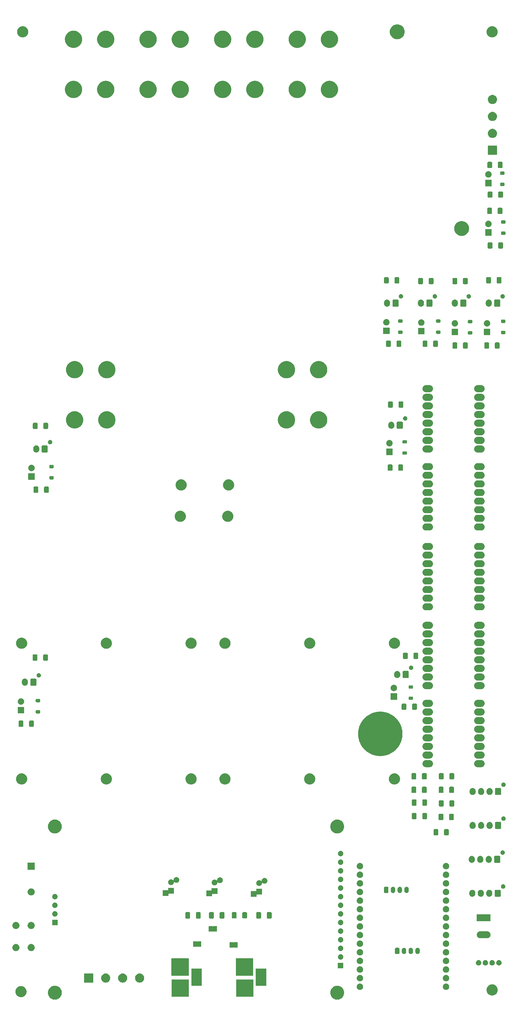
<source format=gbr>
G04 #@! TF.GenerationSoftware,KiCad,Pcbnew,7.0.7-7.0.7~ubuntu22.04.1*
G04 #@! TF.CreationDate,2023-09-11T21:22:21+09:00*
G04 #@! TF.ProjectId,QuinoaChipPlant,5175696e-6f61-4436-9869-70506c616e74,rev?*
G04 #@! TF.SameCoordinates,Original*
G04 #@! TF.FileFunction,Soldermask,Top*
G04 #@! TF.FilePolarity,Negative*
%FSLAX46Y46*%
G04 Gerber Fmt 4.6, Leading zero omitted, Abs format (unit mm)*
G04 Created by KiCad (PCBNEW 7.0.7-7.0.7~ubuntu22.04.1) date 2023-09-11 21:22:21*
%MOMM*%
%LPD*%
G01*
G04 APERTURE LIST*
G04 APERTURE END LIST*
G36*
X237417288Y-371310899D02*
G01*
X237686838Y-371386423D01*
X237943593Y-371497947D01*
X238182771Y-371643395D01*
X238399916Y-371820055D01*
X238590984Y-372024639D01*
X238752414Y-372253333D01*
X238881200Y-372501879D01*
X238974943Y-372765647D01*
X239031897Y-373039722D01*
X239051000Y-373319000D01*
X239031897Y-373598278D01*
X238974943Y-373872353D01*
X238881200Y-374136121D01*
X238752414Y-374384667D01*
X238590984Y-374613361D01*
X238399916Y-374817945D01*
X238182771Y-374994605D01*
X237943593Y-375140053D01*
X237686838Y-375251577D01*
X237417288Y-375327101D01*
X237139965Y-375365219D01*
X236860035Y-375365219D01*
X236582712Y-375327101D01*
X236313162Y-375251577D01*
X236056407Y-375140053D01*
X235817229Y-374994605D01*
X235600084Y-374817945D01*
X235409016Y-374613361D01*
X235247586Y-374384667D01*
X235118800Y-374136121D01*
X235025057Y-373872353D01*
X234968103Y-373598278D01*
X234949000Y-373319000D01*
X234968103Y-373039722D01*
X235025057Y-372765647D01*
X235118800Y-372501879D01*
X235247586Y-372253333D01*
X235409016Y-372024639D01*
X235600084Y-371820055D01*
X235817229Y-371643395D01*
X236056407Y-371497947D01*
X236313162Y-371386423D01*
X236582712Y-371310899D01*
X236860035Y-371272781D01*
X237139965Y-371272781D01*
X237417288Y-371310899D01*
G37*
G36*
X320717288Y-371310899D02*
G01*
X320986838Y-371386423D01*
X321243593Y-371497947D01*
X321482771Y-371643395D01*
X321699916Y-371820055D01*
X321890984Y-372024639D01*
X322052414Y-372253333D01*
X322181200Y-372501879D01*
X322274943Y-372765647D01*
X322331897Y-373039722D01*
X322351000Y-373319000D01*
X322331897Y-373598278D01*
X322274943Y-373872353D01*
X322181200Y-374136121D01*
X322052414Y-374384667D01*
X321890984Y-374613361D01*
X321699916Y-374817945D01*
X321482771Y-374994605D01*
X321243593Y-375140053D01*
X320986838Y-375251577D01*
X320717288Y-375327101D01*
X320439965Y-375365219D01*
X320160035Y-375365219D01*
X319882712Y-375327101D01*
X319613162Y-375251577D01*
X319356407Y-375140053D01*
X319117229Y-374994605D01*
X318900084Y-374817945D01*
X318709016Y-374613361D01*
X318547586Y-374384667D01*
X318418800Y-374136121D01*
X318325057Y-373872353D01*
X318268103Y-373598278D01*
X318249000Y-373319000D01*
X318268103Y-373039722D01*
X318325057Y-372765647D01*
X318418800Y-372501879D01*
X318547586Y-372253333D01*
X318709016Y-372024639D01*
X318900084Y-371820055D01*
X319117229Y-371643395D01*
X319356407Y-371497947D01*
X319613162Y-371386423D01*
X319882712Y-371310899D01*
X320160035Y-371272781D01*
X320439965Y-371272781D01*
X320717288Y-371310899D01*
G37*
G36*
X227063098Y-371353966D02*
G01*
X227123353Y-371353966D01*
X227189199Y-371363890D01*
X227258273Y-371369327D01*
X227313947Y-371382693D01*
X227367302Y-371390735D01*
X227437021Y-371412240D01*
X227510187Y-371429806D01*
X227557495Y-371449401D01*
X227603052Y-371463454D01*
X227674569Y-371497895D01*
X227749538Y-371528948D01*
X227788022Y-371552531D01*
X227825322Y-371570494D01*
X227896271Y-371618866D01*
X227970433Y-371664313D01*
X228000127Y-371689674D01*
X228029162Y-371709470D01*
X228096956Y-371772374D01*
X228167433Y-371832567D01*
X228188834Y-371857625D01*
X228210011Y-371877274D01*
X228271925Y-371954911D01*
X228335687Y-372029567D01*
X228349709Y-372052449D01*
X228363830Y-372070156D01*
X228417087Y-372162399D01*
X228471052Y-372250462D01*
X228478977Y-372269597D01*
X228487185Y-372283812D01*
X228529038Y-372390454D01*
X228570194Y-372489813D01*
X228573597Y-372503991D01*
X228577314Y-372513460D01*
X228605157Y-372635446D01*
X228630673Y-372741727D01*
X228631334Y-372750133D01*
X228632214Y-372753986D01*
X228643684Y-372907043D01*
X228651000Y-373000000D01*
X228643681Y-373092988D01*
X228632214Y-373246013D01*
X228631334Y-373249865D01*
X228630673Y-373258273D01*
X228605152Y-373364573D01*
X228577314Y-373486539D01*
X228573598Y-373496005D01*
X228570194Y-373510187D01*
X228529031Y-373609563D01*
X228487185Y-373716187D01*
X228478979Y-373730399D01*
X228471052Y-373749538D01*
X228417077Y-373837616D01*
X228363830Y-373929843D01*
X228349712Y-373947546D01*
X228335687Y-373970433D01*
X228271913Y-374045102D01*
X228210011Y-374122725D01*
X228188838Y-374142369D01*
X228167433Y-374167433D01*
X228096942Y-374227637D01*
X228029162Y-374290529D01*
X228000133Y-374310320D01*
X227970433Y-374335687D01*
X227896257Y-374381142D01*
X227825322Y-374429505D01*
X227788030Y-374447463D01*
X227749538Y-374471052D01*
X227674554Y-374502110D01*
X227603052Y-374536545D01*
X227557504Y-374550594D01*
X227510187Y-374570194D01*
X227437007Y-374587762D01*
X227367302Y-374609264D01*
X227313955Y-374617304D01*
X227258273Y-374630673D01*
X227189195Y-374636109D01*
X227123353Y-374646034D01*
X227063098Y-374646034D01*
X227000000Y-374651000D01*
X226936902Y-374646034D01*
X226876647Y-374646034D01*
X226810803Y-374636109D01*
X226741727Y-374630673D01*
X226686045Y-374617305D01*
X226632697Y-374609264D01*
X226562988Y-374587761D01*
X226489813Y-374570194D01*
X226442498Y-374550595D01*
X226396947Y-374536545D01*
X226325438Y-374502107D01*
X226250462Y-374471052D01*
X226211972Y-374447465D01*
X226174675Y-374429504D01*
X226103726Y-374381131D01*
X226029567Y-374335687D01*
X225999873Y-374310326D01*
X225970839Y-374290531D01*
X225903043Y-374227625D01*
X225832567Y-374167433D01*
X225811164Y-374142374D01*
X225789988Y-374122725D01*
X225728071Y-374045084D01*
X225664313Y-373970433D01*
X225650291Y-373947551D01*
X225636169Y-373929843D01*
X225582905Y-373837588D01*
X225528948Y-373749538D01*
X225521023Y-373730405D01*
X225512814Y-373716187D01*
X225470949Y-373609517D01*
X225429806Y-373510187D01*
X225426402Y-373496012D01*
X225422685Y-373486539D01*
X225394827Y-373364488D01*
X225369327Y-373258273D01*
X225368665Y-373249871D01*
X225367785Y-373246013D01*
X225356296Y-373092710D01*
X225349000Y-373000000D01*
X225356296Y-372907297D01*
X225367785Y-372753986D01*
X225368665Y-372750126D01*
X225369327Y-372741727D01*
X225394822Y-372635530D01*
X225422685Y-372513460D01*
X225426403Y-372503984D01*
X225429806Y-372489813D01*
X225470942Y-372390500D01*
X225512814Y-372283812D01*
X225521024Y-372269590D01*
X225528948Y-372250462D01*
X225582895Y-372162427D01*
X225636169Y-372070156D01*
X225650293Y-372052443D01*
X225664313Y-372029567D01*
X225728059Y-371954929D01*
X225789988Y-371877274D01*
X225811169Y-371857620D01*
X225832567Y-371832567D01*
X225903029Y-371772386D01*
X225970839Y-371709468D01*
X225999879Y-371689668D01*
X226029567Y-371664313D01*
X226103711Y-371618876D01*
X226174675Y-371570495D01*
X226211980Y-371552529D01*
X226250462Y-371528948D01*
X226325423Y-371497898D01*
X226396947Y-371463454D01*
X226442507Y-371449400D01*
X226489813Y-371429806D01*
X226562973Y-371412241D01*
X226632697Y-371390735D01*
X226686054Y-371382692D01*
X226741727Y-371369327D01*
X226810799Y-371363890D01*
X226876647Y-371353966D01*
X226936902Y-371353966D01*
X227000000Y-371349000D01*
X227063098Y-371353966D01*
G37*
G36*
X276520147Y-369452252D02*
G01*
X276536692Y-369463308D01*
X276547748Y-369479853D01*
X276551630Y-369499370D01*
X276551630Y-374500630D01*
X276547748Y-374520147D01*
X276536692Y-374536692D01*
X276520147Y-374547748D01*
X276500630Y-374551630D01*
X271499370Y-374551630D01*
X271479853Y-374547748D01*
X271463308Y-374536692D01*
X271452252Y-374520147D01*
X271448370Y-374500630D01*
X271448370Y-369499370D01*
X271452252Y-369479853D01*
X271463308Y-369463308D01*
X271479853Y-369452252D01*
X271499370Y-369448370D01*
X276500630Y-369448370D01*
X276520147Y-369452252D01*
G37*
G36*
X295520147Y-369452252D02*
G01*
X295536692Y-369463308D01*
X295547748Y-369479853D01*
X295551630Y-369499370D01*
X295551630Y-374500630D01*
X295547748Y-374520147D01*
X295536692Y-374536692D01*
X295520147Y-374547748D01*
X295500630Y-374551630D01*
X290499370Y-374551630D01*
X290479853Y-374547748D01*
X290463308Y-374536692D01*
X290452252Y-374520147D01*
X290448370Y-374500630D01*
X290448370Y-369499370D01*
X290452252Y-369479853D01*
X290463308Y-369463308D01*
X290479853Y-369452252D01*
X290499370Y-369448370D01*
X295500630Y-369448370D01*
X295520147Y-369452252D01*
G37*
G36*
X366063098Y-370853966D02*
G01*
X366123353Y-370853966D01*
X366189199Y-370863890D01*
X366258273Y-370869327D01*
X366313947Y-370882693D01*
X366367302Y-370890735D01*
X366437021Y-370912240D01*
X366510187Y-370929806D01*
X366557495Y-370949401D01*
X366603052Y-370963454D01*
X366674569Y-370997895D01*
X366749538Y-371028948D01*
X366788022Y-371052531D01*
X366825322Y-371070494D01*
X366896271Y-371118866D01*
X366970433Y-371164313D01*
X367000127Y-371189674D01*
X367029162Y-371209470D01*
X367096956Y-371272374D01*
X367167433Y-371332567D01*
X367188834Y-371357625D01*
X367210011Y-371377274D01*
X367271925Y-371454911D01*
X367335687Y-371529567D01*
X367349709Y-371552449D01*
X367363830Y-371570156D01*
X367417087Y-371662399D01*
X367471052Y-371750462D01*
X367478977Y-371769597D01*
X367487185Y-371783812D01*
X367529038Y-371890454D01*
X367570194Y-371989813D01*
X367573597Y-372003991D01*
X367577314Y-372013460D01*
X367605157Y-372135446D01*
X367630673Y-372241727D01*
X367631334Y-372250133D01*
X367632214Y-372253986D01*
X367643684Y-372407043D01*
X367651000Y-372500000D01*
X367643681Y-372592988D01*
X367632214Y-372746013D01*
X367631334Y-372749865D01*
X367630673Y-372758273D01*
X367605152Y-372864573D01*
X367577314Y-372986539D01*
X367573598Y-372996005D01*
X367570194Y-373010187D01*
X367529031Y-373109563D01*
X367487185Y-373216187D01*
X367478979Y-373230399D01*
X367471052Y-373249538D01*
X367417077Y-373337616D01*
X367363830Y-373429843D01*
X367349712Y-373447546D01*
X367335687Y-373470433D01*
X367271913Y-373545102D01*
X367210011Y-373622725D01*
X367188838Y-373642369D01*
X367167433Y-373667433D01*
X367096942Y-373727637D01*
X367029162Y-373790529D01*
X367000133Y-373810320D01*
X366970433Y-373835687D01*
X366896257Y-373881142D01*
X366825322Y-373929505D01*
X366788030Y-373947463D01*
X366749538Y-373971052D01*
X366674554Y-374002110D01*
X366603052Y-374036545D01*
X366557504Y-374050594D01*
X366510187Y-374070194D01*
X366437007Y-374087762D01*
X366367302Y-374109264D01*
X366313955Y-374117304D01*
X366258273Y-374130673D01*
X366189195Y-374136109D01*
X366123353Y-374146034D01*
X366063098Y-374146034D01*
X366000000Y-374151000D01*
X365936902Y-374146034D01*
X365876647Y-374146034D01*
X365810803Y-374136109D01*
X365741727Y-374130673D01*
X365686045Y-374117305D01*
X365632697Y-374109264D01*
X365562988Y-374087761D01*
X365489813Y-374070194D01*
X365442498Y-374050595D01*
X365396947Y-374036545D01*
X365325438Y-374002107D01*
X365250462Y-373971052D01*
X365211972Y-373947465D01*
X365174675Y-373929504D01*
X365103726Y-373881131D01*
X365029567Y-373835687D01*
X364999873Y-373810326D01*
X364970839Y-373790531D01*
X364903043Y-373727625D01*
X364832567Y-373667433D01*
X364811164Y-373642374D01*
X364789988Y-373622725D01*
X364728071Y-373545084D01*
X364664313Y-373470433D01*
X364650291Y-373447551D01*
X364636169Y-373429843D01*
X364582905Y-373337588D01*
X364528948Y-373249538D01*
X364521023Y-373230405D01*
X364512814Y-373216187D01*
X364470949Y-373109517D01*
X364429806Y-373010187D01*
X364426402Y-372996012D01*
X364422685Y-372986539D01*
X364394827Y-372864488D01*
X364369327Y-372758273D01*
X364368665Y-372749871D01*
X364367785Y-372746013D01*
X364356296Y-372592710D01*
X364349000Y-372500000D01*
X364356296Y-372407297D01*
X364367785Y-372253986D01*
X364368665Y-372250126D01*
X364369327Y-372241727D01*
X364394822Y-372135530D01*
X364422685Y-372013460D01*
X364426403Y-372003984D01*
X364429806Y-371989813D01*
X364470942Y-371890500D01*
X364512814Y-371783812D01*
X364521024Y-371769590D01*
X364528948Y-371750462D01*
X364582895Y-371662427D01*
X364636169Y-371570156D01*
X364650293Y-371552443D01*
X364664313Y-371529567D01*
X364728059Y-371454929D01*
X364789988Y-371377274D01*
X364811169Y-371357620D01*
X364832567Y-371332567D01*
X364903029Y-371272386D01*
X364970839Y-371209468D01*
X364999879Y-371189668D01*
X365029567Y-371164313D01*
X365103711Y-371118876D01*
X365174675Y-371070495D01*
X365211980Y-371052529D01*
X365250462Y-371028948D01*
X365325423Y-370997898D01*
X365396947Y-370963454D01*
X365442507Y-370949400D01*
X365489813Y-370929806D01*
X365562973Y-370912241D01*
X365632697Y-370890735D01*
X365686054Y-370882692D01*
X365741727Y-370869327D01*
X365810799Y-370863890D01*
X365876647Y-370853966D01*
X365936902Y-370853966D01*
X366000000Y-370849000D01*
X366063098Y-370853966D01*
G37*
G36*
X327046604Y-370613590D02*
G01*
X327087696Y-370613590D01*
X327133456Y-370622144D01*
X327185531Y-370627273D01*
X327225091Y-370639273D01*
X327260111Y-370645820D01*
X327308617Y-370664611D01*
X327363932Y-370681391D01*
X327395534Y-370698282D01*
X327423656Y-370709177D01*
X327472513Y-370739428D01*
X327528347Y-370769272D01*
X327551809Y-370788526D01*
X327572784Y-370801514D01*
X327619256Y-370843879D01*
X327672459Y-370887541D01*
X327688224Y-370906751D01*
X327702400Y-370919674D01*
X327743557Y-370974174D01*
X327790728Y-371031653D01*
X327799848Y-371048717D01*
X327808099Y-371059642D01*
X327840925Y-371125566D01*
X327878609Y-371196068D01*
X327882628Y-371209316D01*
X327886282Y-371216655D01*
X327907864Y-371292507D01*
X327932727Y-371374469D01*
X327933543Y-371382762D01*
X327934280Y-371385350D01*
X327941937Y-371467989D01*
X327951000Y-371560000D01*
X327941935Y-371652033D01*
X327934280Y-371734649D01*
X327933544Y-371737235D01*
X327932727Y-371745531D01*
X327907859Y-371827507D01*
X327886282Y-371903344D01*
X327882628Y-371910680D01*
X327878609Y-371923932D01*
X327840917Y-371994447D01*
X327808099Y-372060357D01*
X327799850Y-372071279D01*
X327790728Y-372088347D01*
X327743547Y-372145836D01*
X327702400Y-372200325D01*
X327688227Y-372213244D01*
X327672459Y-372232459D01*
X327619245Y-372276129D01*
X327572784Y-372318485D01*
X327551814Y-372331469D01*
X327528347Y-372350728D01*
X327472502Y-372380577D01*
X327423656Y-372410822D01*
X327395541Y-372421713D01*
X327363932Y-372438609D01*
X327308605Y-372455392D01*
X327260111Y-372474179D01*
X327225098Y-372480724D01*
X327185531Y-372492727D01*
X327133453Y-372497856D01*
X327087696Y-372506410D01*
X327046604Y-372506410D01*
X327000000Y-372511000D01*
X326953396Y-372506410D01*
X326912304Y-372506410D01*
X326866545Y-372497856D01*
X326814469Y-372492727D01*
X326774902Y-372480724D01*
X326739888Y-372474179D01*
X326691389Y-372455390D01*
X326636068Y-372438609D01*
X326604461Y-372421714D01*
X326576343Y-372410822D01*
X326527490Y-372380573D01*
X326471653Y-372350728D01*
X326448188Y-372331471D01*
X326427215Y-372318485D01*
X326380744Y-372276121D01*
X326327541Y-372232459D01*
X326311775Y-372213248D01*
X326297599Y-372200325D01*
X326256439Y-372145821D01*
X326209272Y-372088347D01*
X326200151Y-372071284D01*
X326191900Y-372060357D01*
X326159067Y-371994420D01*
X326121391Y-371923932D01*
X326117372Y-371910685D01*
X326113717Y-371903344D01*
X326092124Y-371827454D01*
X326067273Y-371745531D01*
X326066456Y-371737241D01*
X326065719Y-371734649D01*
X326058047Y-371651862D01*
X326049000Y-371560000D01*
X326058045Y-371468161D01*
X326065719Y-371385350D01*
X326066456Y-371382757D01*
X326067273Y-371374469D01*
X326092119Y-371292560D01*
X326113717Y-371216655D01*
X326117373Y-371209311D01*
X326121391Y-371196068D01*
X326159060Y-371125593D01*
X326191900Y-371059642D01*
X326200153Y-371048712D01*
X326209272Y-371031653D01*
X326256430Y-370974190D01*
X326297599Y-370919674D01*
X326311778Y-370906747D01*
X326327541Y-370887541D01*
X326380733Y-370843887D01*
X326427215Y-370801514D01*
X326448193Y-370788524D01*
X326471653Y-370769272D01*
X326527478Y-370739432D01*
X326576343Y-370709177D01*
X326604467Y-370698281D01*
X326636068Y-370681391D01*
X326691377Y-370664612D01*
X326739888Y-370645820D01*
X326774909Y-370639273D01*
X326814469Y-370627273D01*
X326866542Y-370622144D01*
X326912304Y-370613590D01*
X326953396Y-370613590D01*
X327000000Y-370609000D01*
X327046604Y-370613590D01*
G37*
G36*
X352446604Y-370613590D02*
G01*
X352487696Y-370613590D01*
X352533456Y-370622144D01*
X352585531Y-370627273D01*
X352625091Y-370639273D01*
X352660111Y-370645820D01*
X352708617Y-370664611D01*
X352763932Y-370681391D01*
X352795534Y-370698282D01*
X352823656Y-370709177D01*
X352872513Y-370739428D01*
X352928347Y-370769272D01*
X352951809Y-370788526D01*
X352972784Y-370801514D01*
X353019256Y-370843879D01*
X353072459Y-370887541D01*
X353088224Y-370906751D01*
X353102400Y-370919674D01*
X353143557Y-370974174D01*
X353190728Y-371031653D01*
X353199848Y-371048717D01*
X353208099Y-371059642D01*
X353240925Y-371125566D01*
X353278609Y-371196068D01*
X353282628Y-371209316D01*
X353286282Y-371216655D01*
X353307864Y-371292507D01*
X353332727Y-371374469D01*
X353333543Y-371382762D01*
X353334280Y-371385350D01*
X353341937Y-371467989D01*
X353351000Y-371560000D01*
X353341935Y-371652033D01*
X353334280Y-371734649D01*
X353333544Y-371737235D01*
X353332727Y-371745531D01*
X353307859Y-371827507D01*
X353286282Y-371903344D01*
X353282628Y-371910680D01*
X353278609Y-371923932D01*
X353240917Y-371994447D01*
X353208099Y-372060357D01*
X353199850Y-372071279D01*
X353190728Y-372088347D01*
X353143547Y-372145836D01*
X353102400Y-372200325D01*
X353088227Y-372213244D01*
X353072459Y-372232459D01*
X353019245Y-372276129D01*
X352972784Y-372318485D01*
X352951814Y-372331469D01*
X352928347Y-372350728D01*
X352872502Y-372380577D01*
X352823656Y-372410822D01*
X352795541Y-372421713D01*
X352763932Y-372438609D01*
X352708605Y-372455392D01*
X352660111Y-372474179D01*
X352625098Y-372480724D01*
X352585531Y-372492727D01*
X352533453Y-372497856D01*
X352487696Y-372506410D01*
X352446604Y-372506410D01*
X352400000Y-372511000D01*
X352353396Y-372506410D01*
X352312304Y-372506410D01*
X352266545Y-372497856D01*
X352214469Y-372492727D01*
X352174902Y-372480724D01*
X352139888Y-372474179D01*
X352091389Y-372455390D01*
X352036068Y-372438609D01*
X352004461Y-372421714D01*
X351976343Y-372410822D01*
X351927490Y-372380573D01*
X351871653Y-372350728D01*
X351848188Y-372331471D01*
X351827215Y-372318485D01*
X351780744Y-372276121D01*
X351727541Y-372232459D01*
X351711775Y-372213248D01*
X351697599Y-372200325D01*
X351656439Y-372145821D01*
X351609272Y-372088347D01*
X351600151Y-372071284D01*
X351591900Y-372060357D01*
X351559067Y-371994420D01*
X351521391Y-371923932D01*
X351517372Y-371910685D01*
X351513717Y-371903344D01*
X351492124Y-371827454D01*
X351467273Y-371745531D01*
X351466456Y-371737241D01*
X351465719Y-371734649D01*
X351458047Y-371651862D01*
X351449000Y-371560000D01*
X351458045Y-371468161D01*
X351465719Y-371385350D01*
X351466456Y-371382757D01*
X351467273Y-371374469D01*
X351492119Y-371292560D01*
X351513717Y-371216655D01*
X351517373Y-371209311D01*
X351521391Y-371196068D01*
X351559060Y-371125593D01*
X351591900Y-371059642D01*
X351600153Y-371048712D01*
X351609272Y-371031653D01*
X351656430Y-370974190D01*
X351697599Y-370919674D01*
X351711778Y-370906747D01*
X351727541Y-370887541D01*
X351780733Y-370843887D01*
X351827215Y-370801514D01*
X351848193Y-370788524D01*
X351871653Y-370769272D01*
X351927478Y-370739432D01*
X351976343Y-370709177D01*
X352004467Y-370698281D01*
X352036068Y-370681391D01*
X352091377Y-370664612D01*
X352139888Y-370645820D01*
X352174909Y-370639273D01*
X352214469Y-370627273D01*
X352266542Y-370622144D01*
X352312304Y-370613590D01*
X352353396Y-370613590D01*
X352400000Y-370609000D01*
X352446604Y-370613590D01*
G37*
G36*
X280319987Y-366201052D02*
G01*
X280336532Y-366212108D01*
X280347588Y-366228653D01*
X280351470Y-366248170D01*
X280351470Y-371249430D01*
X280347588Y-371268947D01*
X280336532Y-371285492D01*
X280319987Y-371296548D01*
X280300470Y-371300430D01*
X277300730Y-371300430D01*
X277281213Y-371296548D01*
X277264668Y-371285492D01*
X277253612Y-371268947D01*
X277249730Y-371249430D01*
X277249730Y-366248170D01*
X277253612Y-366228653D01*
X277264668Y-366212108D01*
X277281213Y-366201052D01*
X277300730Y-366197170D01*
X280300470Y-366197170D01*
X280319987Y-366201052D01*
G37*
G36*
X299319987Y-366201052D02*
G01*
X299336532Y-366212108D01*
X299347588Y-366228653D01*
X299351470Y-366248170D01*
X299351470Y-371249430D01*
X299347588Y-371268947D01*
X299336532Y-371285492D01*
X299319987Y-371296548D01*
X299300470Y-371300430D01*
X296300730Y-371300430D01*
X296281213Y-371296548D01*
X296264668Y-371285492D01*
X296253612Y-371268947D01*
X296249730Y-371249430D01*
X296249730Y-366248170D01*
X296253612Y-366228653D01*
X296264668Y-366212108D01*
X296281213Y-366201052D01*
X296300730Y-366197170D01*
X299300470Y-366197170D01*
X299319987Y-366201052D01*
G37*
G36*
X248319517Y-367652882D02*
G01*
X248336062Y-367663938D01*
X248347118Y-367680483D01*
X248351000Y-367700000D01*
X248351000Y-370300000D01*
X248347118Y-370319517D01*
X248336062Y-370336062D01*
X248319517Y-370347118D01*
X248300000Y-370351000D01*
X245700000Y-370351000D01*
X245680483Y-370347118D01*
X245663938Y-370336062D01*
X245652882Y-370319517D01*
X245649000Y-370300000D01*
X245649000Y-367700000D01*
X245652882Y-367680483D01*
X245663938Y-367663938D01*
X245680483Y-367652882D01*
X245700000Y-367649000D01*
X248300000Y-367649000D01*
X248319517Y-367652882D01*
G37*
G36*
X252331651Y-367690340D02*
G01*
X252542691Y-367762790D01*
X252738927Y-367868988D01*
X252915007Y-368006037D01*
X253066129Y-368170199D01*
X253188169Y-368356995D01*
X253277799Y-368561331D01*
X253332574Y-368777633D01*
X253351000Y-369000000D01*
X253332574Y-369222367D01*
X253277799Y-369438669D01*
X253188169Y-369643005D01*
X253066129Y-369829801D01*
X252915007Y-369993963D01*
X252738927Y-370131012D01*
X252542691Y-370237210D01*
X252331651Y-370309660D01*
X252111565Y-370346386D01*
X251888435Y-370346386D01*
X251668349Y-370309660D01*
X251457309Y-370237210D01*
X251261073Y-370131012D01*
X251084993Y-369993963D01*
X250933871Y-369829801D01*
X250811831Y-369643005D01*
X250722201Y-369438669D01*
X250667426Y-369222367D01*
X250649000Y-369000000D01*
X250667426Y-368777633D01*
X250722201Y-368561331D01*
X250811831Y-368356995D01*
X250933871Y-368170199D01*
X251084993Y-368006037D01*
X251261073Y-367868988D01*
X251457309Y-367762790D01*
X251668349Y-367690340D01*
X251888435Y-367653614D01*
X252111565Y-367653614D01*
X252331651Y-367690340D01*
G37*
G36*
X257331651Y-367690340D02*
G01*
X257542691Y-367762790D01*
X257738927Y-367868988D01*
X257915007Y-368006037D01*
X258066129Y-368170199D01*
X258188169Y-368356995D01*
X258277799Y-368561331D01*
X258332574Y-368777633D01*
X258351000Y-369000000D01*
X258332574Y-369222367D01*
X258277799Y-369438669D01*
X258188169Y-369643005D01*
X258066129Y-369829801D01*
X257915007Y-369993963D01*
X257738927Y-370131012D01*
X257542691Y-370237210D01*
X257331651Y-370309660D01*
X257111565Y-370346386D01*
X256888435Y-370346386D01*
X256668349Y-370309660D01*
X256457309Y-370237210D01*
X256261073Y-370131012D01*
X256084993Y-369993963D01*
X255933871Y-369829801D01*
X255811831Y-369643005D01*
X255722201Y-369438669D01*
X255667426Y-369222367D01*
X255649000Y-369000000D01*
X255667426Y-368777633D01*
X255722201Y-368561331D01*
X255811831Y-368356995D01*
X255933871Y-368170199D01*
X256084993Y-368006037D01*
X256261073Y-367868988D01*
X256457309Y-367762790D01*
X256668349Y-367690340D01*
X256888435Y-367653614D01*
X257111565Y-367653614D01*
X257331651Y-367690340D01*
G37*
G36*
X262331651Y-367690340D02*
G01*
X262542691Y-367762790D01*
X262738927Y-367868988D01*
X262915007Y-368006037D01*
X263066129Y-368170199D01*
X263188169Y-368356995D01*
X263277799Y-368561331D01*
X263332574Y-368777633D01*
X263351000Y-369000000D01*
X263332574Y-369222367D01*
X263277799Y-369438669D01*
X263188169Y-369643005D01*
X263066129Y-369829801D01*
X262915007Y-369993963D01*
X262738927Y-370131012D01*
X262542691Y-370237210D01*
X262331651Y-370309660D01*
X262111565Y-370346386D01*
X261888435Y-370346386D01*
X261668349Y-370309660D01*
X261457309Y-370237210D01*
X261261073Y-370131012D01*
X261084993Y-369993963D01*
X260933871Y-369829801D01*
X260811831Y-369643005D01*
X260722201Y-369438669D01*
X260667426Y-369222367D01*
X260649000Y-369000000D01*
X260667426Y-368777633D01*
X260722201Y-368561331D01*
X260811831Y-368356995D01*
X260933871Y-368170199D01*
X261084993Y-368006037D01*
X261261073Y-367868988D01*
X261457309Y-367762790D01*
X261668349Y-367690340D01*
X261888435Y-367653614D01*
X262111565Y-367653614D01*
X262331651Y-367690340D01*
G37*
G36*
X327046604Y-368073590D02*
G01*
X327087696Y-368073590D01*
X327133456Y-368082144D01*
X327185531Y-368087273D01*
X327225091Y-368099273D01*
X327260111Y-368105820D01*
X327308617Y-368124611D01*
X327363932Y-368141391D01*
X327395534Y-368158282D01*
X327423656Y-368169177D01*
X327472513Y-368199428D01*
X327528347Y-368229272D01*
X327551809Y-368248526D01*
X327572784Y-368261514D01*
X327619256Y-368303879D01*
X327672459Y-368347541D01*
X327688224Y-368366751D01*
X327702400Y-368379674D01*
X327743557Y-368434174D01*
X327790728Y-368491653D01*
X327799848Y-368508717D01*
X327808099Y-368519642D01*
X327840925Y-368585566D01*
X327878609Y-368656068D01*
X327882628Y-368669316D01*
X327886282Y-368676655D01*
X327907864Y-368752507D01*
X327932727Y-368834469D01*
X327933543Y-368842762D01*
X327934280Y-368845350D01*
X327941937Y-368927989D01*
X327951000Y-369020000D01*
X327941935Y-369112033D01*
X327934280Y-369194649D01*
X327933544Y-369197235D01*
X327932727Y-369205531D01*
X327907859Y-369287507D01*
X327886282Y-369363344D01*
X327882628Y-369370680D01*
X327878609Y-369383932D01*
X327840917Y-369454447D01*
X327808099Y-369520357D01*
X327799850Y-369531279D01*
X327790728Y-369548347D01*
X327743547Y-369605836D01*
X327702400Y-369660325D01*
X327688227Y-369673244D01*
X327672459Y-369692459D01*
X327619245Y-369736129D01*
X327572784Y-369778485D01*
X327551814Y-369791469D01*
X327528347Y-369810728D01*
X327472502Y-369840577D01*
X327423656Y-369870822D01*
X327395541Y-369881713D01*
X327363932Y-369898609D01*
X327308605Y-369915392D01*
X327260111Y-369934179D01*
X327225098Y-369940724D01*
X327185531Y-369952727D01*
X327133453Y-369957856D01*
X327087696Y-369966410D01*
X327046604Y-369966410D01*
X327000000Y-369971000D01*
X326953396Y-369966410D01*
X326912304Y-369966410D01*
X326866545Y-369957856D01*
X326814469Y-369952727D01*
X326774902Y-369940724D01*
X326739888Y-369934179D01*
X326691389Y-369915390D01*
X326636068Y-369898609D01*
X326604461Y-369881714D01*
X326576343Y-369870822D01*
X326527490Y-369840573D01*
X326471653Y-369810728D01*
X326448188Y-369791471D01*
X326427215Y-369778485D01*
X326380744Y-369736121D01*
X326327541Y-369692459D01*
X326311775Y-369673248D01*
X326297599Y-369660325D01*
X326256439Y-369605821D01*
X326209272Y-369548347D01*
X326200151Y-369531284D01*
X326191900Y-369520357D01*
X326159067Y-369454420D01*
X326121391Y-369383932D01*
X326117372Y-369370685D01*
X326113717Y-369363344D01*
X326092124Y-369287454D01*
X326067273Y-369205531D01*
X326066456Y-369197241D01*
X326065719Y-369194649D01*
X326058046Y-369111854D01*
X326049000Y-369020000D01*
X326058045Y-368928153D01*
X326065719Y-368845350D01*
X326066456Y-368842757D01*
X326067273Y-368834469D01*
X326092119Y-368752560D01*
X326113717Y-368676655D01*
X326117373Y-368669311D01*
X326121391Y-368656068D01*
X326159060Y-368585593D01*
X326191900Y-368519642D01*
X326200153Y-368508712D01*
X326209272Y-368491653D01*
X326256430Y-368434190D01*
X326297599Y-368379674D01*
X326311778Y-368366747D01*
X326327541Y-368347541D01*
X326380733Y-368303887D01*
X326427215Y-368261514D01*
X326448193Y-368248524D01*
X326471653Y-368229272D01*
X326527478Y-368199432D01*
X326576343Y-368169177D01*
X326604467Y-368158281D01*
X326636068Y-368141391D01*
X326691377Y-368124612D01*
X326739888Y-368105820D01*
X326774909Y-368099273D01*
X326814469Y-368087273D01*
X326866542Y-368082144D01*
X326912304Y-368073590D01*
X326953396Y-368073590D01*
X327000000Y-368069000D01*
X327046604Y-368073590D01*
G37*
G36*
X352446604Y-368073590D02*
G01*
X352487696Y-368073590D01*
X352533456Y-368082144D01*
X352585531Y-368087273D01*
X352625091Y-368099273D01*
X352660111Y-368105820D01*
X352708617Y-368124611D01*
X352763932Y-368141391D01*
X352795534Y-368158282D01*
X352823656Y-368169177D01*
X352872513Y-368199428D01*
X352928347Y-368229272D01*
X352951809Y-368248526D01*
X352972784Y-368261514D01*
X353019256Y-368303879D01*
X353072459Y-368347541D01*
X353088224Y-368366751D01*
X353102400Y-368379674D01*
X353143557Y-368434174D01*
X353190728Y-368491653D01*
X353199848Y-368508717D01*
X353208099Y-368519642D01*
X353240925Y-368585566D01*
X353278609Y-368656068D01*
X353282628Y-368669316D01*
X353286282Y-368676655D01*
X353307864Y-368752507D01*
X353332727Y-368834469D01*
X353333543Y-368842762D01*
X353334280Y-368845350D01*
X353341937Y-368927982D01*
X353351000Y-369020000D01*
X353341936Y-369112026D01*
X353334280Y-369194649D01*
X353333544Y-369197235D01*
X353332727Y-369205531D01*
X353307859Y-369287507D01*
X353286282Y-369363344D01*
X353282628Y-369370680D01*
X353278609Y-369383932D01*
X353240917Y-369454447D01*
X353208099Y-369520357D01*
X353199850Y-369531279D01*
X353190728Y-369548347D01*
X353143547Y-369605836D01*
X353102400Y-369660325D01*
X353088227Y-369673244D01*
X353072459Y-369692459D01*
X353019245Y-369736129D01*
X352972784Y-369778485D01*
X352951814Y-369791469D01*
X352928347Y-369810728D01*
X352872502Y-369840577D01*
X352823656Y-369870822D01*
X352795541Y-369881713D01*
X352763932Y-369898609D01*
X352708605Y-369915392D01*
X352660111Y-369934179D01*
X352625098Y-369940724D01*
X352585531Y-369952727D01*
X352533453Y-369957856D01*
X352487696Y-369966410D01*
X352446604Y-369966410D01*
X352400000Y-369971000D01*
X352353396Y-369966410D01*
X352312304Y-369966410D01*
X352266545Y-369957856D01*
X352214469Y-369952727D01*
X352174902Y-369940724D01*
X352139888Y-369934179D01*
X352091389Y-369915390D01*
X352036068Y-369898609D01*
X352004461Y-369881714D01*
X351976343Y-369870822D01*
X351927490Y-369840573D01*
X351871653Y-369810728D01*
X351848188Y-369791471D01*
X351827215Y-369778485D01*
X351780744Y-369736121D01*
X351727541Y-369692459D01*
X351711775Y-369673248D01*
X351697599Y-369660325D01*
X351656439Y-369605821D01*
X351609272Y-369548347D01*
X351600151Y-369531284D01*
X351591900Y-369520357D01*
X351559067Y-369454420D01*
X351521391Y-369383932D01*
X351517372Y-369370685D01*
X351513717Y-369363344D01*
X351492124Y-369287454D01*
X351467273Y-369205531D01*
X351466456Y-369197241D01*
X351465719Y-369194649D01*
X351458046Y-369111854D01*
X351449000Y-369020000D01*
X351458045Y-368928153D01*
X351465719Y-368845350D01*
X351466456Y-368842757D01*
X351467273Y-368834469D01*
X351492119Y-368752560D01*
X351513717Y-368676655D01*
X351517373Y-368669311D01*
X351521391Y-368656068D01*
X351559060Y-368585593D01*
X351591900Y-368519642D01*
X351600153Y-368508712D01*
X351609272Y-368491653D01*
X351656430Y-368434190D01*
X351697599Y-368379674D01*
X351711778Y-368366747D01*
X351727541Y-368347541D01*
X351780733Y-368303887D01*
X351827215Y-368261514D01*
X351848193Y-368248524D01*
X351871653Y-368229272D01*
X351927478Y-368199432D01*
X351976343Y-368169177D01*
X352004467Y-368158281D01*
X352036068Y-368141391D01*
X352091377Y-368124612D01*
X352139888Y-368105820D01*
X352174909Y-368099273D01*
X352214469Y-368087273D01*
X352266542Y-368082144D01*
X352312304Y-368073590D01*
X352353396Y-368073590D01*
X352400000Y-368069000D01*
X352446604Y-368073590D01*
G37*
G36*
X276469347Y-363201312D02*
G01*
X276485892Y-363212368D01*
X276496948Y-363228913D01*
X276500830Y-363248430D01*
X276500830Y-368249690D01*
X276496948Y-368269207D01*
X276485892Y-368285752D01*
X276469347Y-368296808D01*
X276449830Y-368300690D01*
X271448570Y-368300690D01*
X271429053Y-368296808D01*
X271412508Y-368285752D01*
X271401452Y-368269207D01*
X271397570Y-368249690D01*
X271397570Y-363248430D01*
X271401452Y-363228913D01*
X271412508Y-363212368D01*
X271429053Y-363201312D01*
X271448570Y-363197430D01*
X276449830Y-363197430D01*
X276469347Y-363201312D01*
G37*
G36*
X295469347Y-363201312D02*
G01*
X295485892Y-363212368D01*
X295496948Y-363228913D01*
X295500830Y-363248430D01*
X295500830Y-368249690D01*
X295496948Y-368269207D01*
X295485892Y-368285752D01*
X295469347Y-368296808D01*
X295449830Y-368300690D01*
X290448570Y-368300690D01*
X290429053Y-368296808D01*
X290412508Y-368285752D01*
X290401452Y-368269207D01*
X290397570Y-368249690D01*
X290397570Y-363248430D01*
X290401452Y-363228913D01*
X290412508Y-363212368D01*
X290429053Y-363201312D01*
X290448570Y-363197430D01*
X295449830Y-363197430D01*
X295469347Y-363201312D01*
G37*
G36*
X327046604Y-365533590D02*
G01*
X327087696Y-365533590D01*
X327133456Y-365542144D01*
X327185531Y-365547273D01*
X327225091Y-365559273D01*
X327260111Y-365565820D01*
X327308617Y-365584611D01*
X327363932Y-365601391D01*
X327395534Y-365618282D01*
X327423656Y-365629177D01*
X327472513Y-365659428D01*
X327528347Y-365689272D01*
X327551809Y-365708526D01*
X327572784Y-365721514D01*
X327619256Y-365763879D01*
X327672459Y-365807541D01*
X327688224Y-365826751D01*
X327702400Y-365839674D01*
X327743557Y-365894174D01*
X327790728Y-365951653D01*
X327799848Y-365968717D01*
X327808099Y-365979642D01*
X327840925Y-366045566D01*
X327878609Y-366116068D01*
X327882628Y-366129316D01*
X327886282Y-366136655D01*
X327907864Y-366212507D01*
X327932727Y-366294469D01*
X327933543Y-366302762D01*
X327934280Y-366305350D01*
X327941937Y-366387982D01*
X327951000Y-366480000D01*
X327941936Y-366572026D01*
X327934280Y-366654649D01*
X327933544Y-366657235D01*
X327932727Y-366665531D01*
X327907859Y-366747507D01*
X327886282Y-366823344D01*
X327882628Y-366830680D01*
X327878609Y-366843932D01*
X327840917Y-366914447D01*
X327808099Y-366980357D01*
X327799850Y-366991279D01*
X327790728Y-367008347D01*
X327743547Y-367065836D01*
X327702400Y-367120325D01*
X327688227Y-367133244D01*
X327672459Y-367152459D01*
X327619245Y-367196129D01*
X327572784Y-367238485D01*
X327551814Y-367251469D01*
X327528347Y-367270728D01*
X327472502Y-367300577D01*
X327423656Y-367330822D01*
X327395541Y-367341713D01*
X327363932Y-367358609D01*
X327308605Y-367375392D01*
X327260111Y-367394179D01*
X327225098Y-367400724D01*
X327185531Y-367412727D01*
X327133453Y-367417856D01*
X327087696Y-367426410D01*
X327046604Y-367426410D01*
X327000000Y-367431000D01*
X326953396Y-367426410D01*
X326912304Y-367426410D01*
X326866545Y-367417856D01*
X326814469Y-367412727D01*
X326774902Y-367400724D01*
X326739888Y-367394179D01*
X326691389Y-367375390D01*
X326636068Y-367358609D01*
X326604461Y-367341714D01*
X326576343Y-367330822D01*
X326527490Y-367300573D01*
X326471653Y-367270728D01*
X326448188Y-367251471D01*
X326427215Y-367238485D01*
X326380744Y-367196121D01*
X326327541Y-367152459D01*
X326311775Y-367133248D01*
X326297599Y-367120325D01*
X326256439Y-367065821D01*
X326209272Y-367008347D01*
X326200151Y-366991284D01*
X326191900Y-366980357D01*
X326159067Y-366914420D01*
X326121391Y-366843932D01*
X326117372Y-366830685D01*
X326113717Y-366823344D01*
X326092124Y-366747454D01*
X326067273Y-366665531D01*
X326066456Y-366657241D01*
X326065719Y-366654649D01*
X326058047Y-366571862D01*
X326049000Y-366480000D01*
X326058045Y-366388161D01*
X326065719Y-366305350D01*
X326066456Y-366302757D01*
X326067273Y-366294469D01*
X326092119Y-366212560D01*
X326113717Y-366136655D01*
X326117373Y-366129311D01*
X326121391Y-366116068D01*
X326159060Y-366045593D01*
X326191900Y-365979642D01*
X326200153Y-365968712D01*
X326209272Y-365951653D01*
X326256430Y-365894190D01*
X326297599Y-365839674D01*
X326311778Y-365826747D01*
X326327541Y-365807541D01*
X326380733Y-365763887D01*
X326427215Y-365721514D01*
X326448193Y-365708524D01*
X326471653Y-365689272D01*
X326527478Y-365659432D01*
X326576343Y-365629177D01*
X326604467Y-365618281D01*
X326636068Y-365601391D01*
X326691377Y-365584612D01*
X326739888Y-365565820D01*
X326774909Y-365559273D01*
X326814469Y-365547273D01*
X326866542Y-365542144D01*
X326912304Y-365533590D01*
X326953396Y-365533590D01*
X327000000Y-365529000D01*
X327046604Y-365533590D01*
G37*
G36*
X352446604Y-365533590D02*
G01*
X352487696Y-365533590D01*
X352533456Y-365542144D01*
X352585531Y-365547273D01*
X352625091Y-365559273D01*
X352660111Y-365565820D01*
X352708617Y-365584611D01*
X352763932Y-365601391D01*
X352795534Y-365618282D01*
X352823656Y-365629177D01*
X352872513Y-365659428D01*
X352928347Y-365689272D01*
X352951809Y-365708526D01*
X352972784Y-365721514D01*
X353019256Y-365763879D01*
X353072459Y-365807541D01*
X353088224Y-365826751D01*
X353102400Y-365839674D01*
X353143557Y-365894174D01*
X353190728Y-365951653D01*
X353199848Y-365968717D01*
X353208099Y-365979642D01*
X353240925Y-366045566D01*
X353278609Y-366116068D01*
X353282628Y-366129316D01*
X353286282Y-366136655D01*
X353307864Y-366212507D01*
X353332727Y-366294469D01*
X353333543Y-366302762D01*
X353334280Y-366305350D01*
X353341937Y-366387989D01*
X353351000Y-366480000D01*
X353341935Y-366572033D01*
X353334280Y-366654649D01*
X353333544Y-366657235D01*
X353332727Y-366665531D01*
X353307859Y-366747507D01*
X353286282Y-366823344D01*
X353282628Y-366830680D01*
X353278609Y-366843932D01*
X353240917Y-366914447D01*
X353208099Y-366980357D01*
X353199850Y-366991279D01*
X353190728Y-367008347D01*
X353143547Y-367065836D01*
X353102400Y-367120325D01*
X353088227Y-367133244D01*
X353072459Y-367152459D01*
X353019245Y-367196129D01*
X352972784Y-367238485D01*
X352951814Y-367251469D01*
X352928347Y-367270728D01*
X352872502Y-367300577D01*
X352823656Y-367330822D01*
X352795541Y-367341713D01*
X352763932Y-367358609D01*
X352708605Y-367375392D01*
X352660111Y-367394179D01*
X352625098Y-367400724D01*
X352585531Y-367412727D01*
X352533453Y-367417856D01*
X352487696Y-367426410D01*
X352446604Y-367426410D01*
X352400000Y-367431000D01*
X352353396Y-367426410D01*
X352312304Y-367426410D01*
X352266545Y-367417856D01*
X352214469Y-367412727D01*
X352174902Y-367400724D01*
X352139888Y-367394179D01*
X352091389Y-367375390D01*
X352036068Y-367358609D01*
X352004461Y-367341714D01*
X351976343Y-367330822D01*
X351927490Y-367300573D01*
X351871653Y-367270728D01*
X351848188Y-367251471D01*
X351827215Y-367238485D01*
X351780744Y-367196121D01*
X351727541Y-367152459D01*
X351711775Y-367133248D01*
X351697599Y-367120325D01*
X351656439Y-367065821D01*
X351609272Y-367008347D01*
X351600151Y-366991284D01*
X351591900Y-366980357D01*
X351559067Y-366914420D01*
X351521391Y-366843932D01*
X351517372Y-366830685D01*
X351513717Y-366823344D01*
X351492124Y-366747454D01*
X351467273Y-366665531D01*
X351466456Y-366657241D01*
X351465719Y-366654649D01*
X351458047Y-366571862D01*
X351449000Y-366480000D01*
X351458045Y-366388161D01*
X351465719Y-366305350D01*
X351466456Y-366302757D01*
X351467273Y-366294469D01*
X351492119Y-366212560D01*
X351513717Y-366136655D01*
X351517373Y-366129311D01*
X351521391Y-366116068D01*
X351559060Y-366045593D01*
X351591900Y-365979642D01*
X351600153Y-365968712D01*
X351609272Y-365951653D01*
X351656430Y-365894190D01*
X351697599Y-365839674D01*
X351711778Y-365826747D01*
X351727541Y-365807541D01*
X351780733Y-365763887D01*
X351827215Y-365721514D01*
X351848193Y-365708524D01*
X351871653Y-365689272D01*
X351927478Y-365659432D01*
X351976343Y-365629177D01*
X352004467Y-365618281D01*
X352036068Y-365601391D01*
X352091377Y-365584612D01*
X352139888Y-365565820D01*
X352174909Y-365559273D01*
X352214469Y-365547273D01*
X352266542Y-365542144D01*
X352312304Y-365533590D01*
X352353396Y-365533590D01*
X352400000Y-365529000D01*
X352446604Y-365533590D01*
G37*
G36*
X322069517Y-364522882D02*
G01*
X322086062Y-364533938D01*
X322097118Y-364550483D01*
X322101000Y-364570000D01*
X322101000Y-366070000D01*
X322097118Y-366089517D01*
X322086062Y-366106062D01*
X322069517Y-366117118D01*
X322050000Y-366121000D01*
X320550000Y-366121000D01*
X320530483Y-366117118D01*
X320513938Y-366106062D01*
X320502882Y-366089517D01*
X320499000Y-366070000D01*
X320499000Y-364570000D01*
X320502882Y-364550483D01*
X320513938Y-364533938D01*
X320530483Y-364522882D01*
X320550000Y-364519000D01*
X322050000Y-364519000D01*
X322069517Y-364522882D01*
G37*
G36*
X362045023Y-363704073D02*
G01*
X362083657Y-363704073D01*
X362127240Y-363713336D01*
X362178239Y-363719083D01*
X362215321Y-363732058D01*
X362247306Y-363738857D01*
X362293401Y-363759379D01*
X362347541Y-363778324D01*
X362375719Y-363796029D01*
X362400157Y-363806910D01*
X362445720Y-363840014D01*
X362499415Y-363873753D01*
X362518700Y-363893038D01*
X362535512Y-363905253D01*
X362577076Y-363951414D01*
X362626247Y-364000585D01*
X362637555Y-364018582D01*
X362647467Y-364029590D01*
X362681376Y-364088322D01*
X362721676Y-364152459D01*
X362726707Y-364166838D01*
X362731120Y-364174481D01*
X362753718Y-364244030D01*
X362780917Y-364321761D01*
X362781948Y-364330913D01*
X362782823Y-364333606D01*
X362790751Y-364409044D01*
X362801000Y-364500000D01*
X362790749Y-364590975D01*
X362782823Y-364666393D01*
X362781948Y-364669084D01*
X362780917Y-364678239D01*
X362753713Y-364755982D01*
X362731120Y-364825518D01*
X362726708Y-364833159D01*
X362721676Y-364847541D01*
X362681369Y-364911688D01*
X362647467Y-364970409D01*
X362637557Y-364981414D01*
X362626247Y-364999415D01*
X362577067Y-365048594D01*
X362535512Y-365094746D01*
X362518704Y-365106957D01*
X362499415Y-365126247D01*
X362445710Y-365159992D01*
X362400157Y-365193089D01*
X362375725Y-365203966D01*
X362347541Y-365221676D01*
X362293391Y-365240623D01*
X362247306Y-365261142D01*
X362215327Y-365267939D01*
X362178239Y-365280917D01*
X362127237Y-365286663D01*
X362083657Y-365295927D01*
X362045023Y-365295927D01*
X362000000Y-365301000D01*
X361954977Y-365295927D01*
X361916343Y-365295927D01*
X361872761Y-365286663D01*
X361821761Y-365280917D01*
X361784674Y-365267939D01*
X361752693Y-365261142D01*
X361706603Y-365240622D01*
X361652459Y-365221676D01*
X361624277Y-365203968D01*
X361599842Y-365193089D01*
X361554282Y-365159987D01*
X361500585Y-365126247D01*
X361481298Y-365106960D01*
X361464487Y-365094746D01*
X361422922Y-365048584D01*
X361373753Y-364999415D01*
X361362444Y-364981418D01*
X361352532Y-364970409D01*
X361318618Y-364911668D01*
X361278324Y-364847541D01*
X361273293Y-364833163D01*
X361268879Y-364825518D01*
X361246272Y-364755942D01*
X361219083Y-364678239D01*
X361218052Y-364669089D01*
X361217176Y-364666393D01*
X361209235Y-364590837D01*
X361199000Y-364500000D01*
X361209234Y-364409170D01*
X361217176Y-364333606D01*
X361218052Y-364330909D01*
X361219083Y-364321761D01*
X361246267Y-364244070D01*
X361268879Y-364174481D01*
X361273293Y-364166834D01*
X361278324Y-364152459D01*
X361318611Y-364088342D01*
X361352532Y-364029590D01*
X361362446Y-364018578D01*
X361373753Y-364000585D01*
X361422913Y-363951424D01*
X361464487Y-363905253D01*
X361481301Y-363893036D01*
X361500585Y-363873753D01*
X361554278Y-363840015D01*
X361599846Y-363806908D01*
X361624284Y-363796027D01*
X361652459Y-363778324D01*
X361706587Y-363759383D01*
X361752689Y-363738858D01*
X361784679Y-363732058D01*
X361821761Y-363719083D01*
X361872759Y-363713336D01*
X361916343Y-363704073D01*
X361954977Y-363704073D01*
X362000000Y-363699000D01*
X362045023Y-363704073D01*
G37*
G36*
X364045023Y-363704073D02*
G01*
X364083657Y-363704073D01*
X364127240Y-363713336D01*
X364178239Y-363719083D01*
X364215321Y-363732058D01*
X364247306Y-363738857D01*
X364293401Y-363759379D01*
X364347541Y-363778324D01*
X364375719Y-363796029D01*
X364400157Y-363806910D01*
X364445720Y-363840014D01*
X364499415Y-363873753D01*
X364518700Y-363893038D01*
X364535512Y-363905253D01*
X364577076Y-363951414D01*
X364626247Y-364000585D01*
X364637555Y-364018582D01*
X364647467Y-364029590D01*
X364681376Y-364088322D01*
X364721676Y-364152459D01*
X364726707Y-364166838D01*
X364731120Y-364174481D01*
X364753718Y-364244030D01*
X364780917Y-364321761D01*
X364781948Y-364330913D01*
X364782823Y-364333606D01*
X364790750Y-364409038D01*
X364801000Y-364500000D01*
X364790750Y-364590969D01*
X364782823Y-364666393D01*
X364781948Y-364669084D01*
X364780917Y-364678239D01*
X364753713Y-364755982D01*
X364731120Y-364825518D01*
X364726708Y-364833159D01*
X364721676Y-364847541D01*
X364681369Y-364911688D01*
X364647467Y-364970409D01*
X364637557Y-364981414D01*
X364626247Y-364999415D01*
X364577067Y-365048594D01*
X364535512Y-365094746D01*
X364518704Y-365106957D01*
X364499415Y-365126247D01*
X364445710Y-365159992D01*
X364400157Y-365193089D01*
X364375725Y-365203966D01*
X364347541Y-365221676D01*
X364293391Y-365240623D01*
X364247306Y-365261142D01*
X364215327Y-365267939D01*
X364178239Y-365280917D01*
X364127237Y-365286663D01*
X364083657Y-365295927D01*
X364045023Y-365295927D01*
X364000000Y-365301000D01*
X363954977Y-365295927D01*
X363916343Y-365295927D01*
X363872761Y-365286663D01*
X363821761Y-365280917D01*
X363784674Y-365267939D01*
X363752693Y-365261142D01*
X363706603Y-365240622D01*
X363652459Y-365221676D01*
X363624277Y-365203968D01*
X363599842Y-365193089D01*
X363554282Y-365159987D01*
X363500585Y-365126247D01*
X363481298Y-365106960D01*
X363464487Y-365094746D01*
X363422922Y-365048584D01*
X363373753Y-364999415D01*
X363362444Y-364981418D01*
X363352532Y-364970409D01*
X363318618Y-364911668D01*
X363278324Y-364847541D01*
X363273293Y-364833163D01*
X363268879Y-364825518D01*
X363246272Y-364755942D01*
X363219083Y-364678239D01*
X363218052Y-364669089D01*
X363217176Y-364666393D01*
X363209235Y-364590837D01*
X363199000Y-364500000D01*
X363209234Y-364409170D01*
X363217176Y-364333606D01*
X363218052Y-364330909D01*
X363219083Y-364321761D01*
X363246267Y-364244070D01*
X363268879Y-364174481D01*
X363273293Y-364166834D01*
X363278324Y-364152459D01*
X363318611Y-364088342D01*
X363352532Y-364029590D01*
X363362446Y-364018578D01*
X363373753Y-364000585D01*
X363422913Y-363951424D01*
X363464487Y-363905253D01*
X363481301Y-363893036D01*
X363500585Y-363873753D01*
X363554278Y-363840015D01*
X363599846Y-363806908D01*
X363624284Y-363796027D01*
X363652459Y-363778324D01*
X363706587Y-363759383D01*
X363752689Y-363738858D01*
X363784679Y-363732058D01*
X363821761Y-363719083D01*
X363872759Y-363713336D01*
X363916343Y-363704073D01*
X363954977Y-363704073D01*
X364000000Y-363699000D01*
X364045023Y-363704073D01*
G37*
G36*
X366045023Y-363704073D02*
G01*
X366083657Y-363704073D01*
X366127240Y-363713336D01*
X366178239Y-363719083D01*
X366215321Y-363732058D01*
X366247306Y-363738857D01*
X366293401Y-363759379D01*
X366347541Y-363778324D01*
X366375719Y-363796029D01*
X366400157Y-363806910D01*
X366445720Y-363840014D01*
X366499415Y-363873753D01*
X366518700Y-363893038D01*
X366535512Y-363905253D01*
X366577076Y-363951414D01*
X366626247Y-364000585D01*
X366637555Y-364018582D01*
X366647467Y-364029590D01*
X366681376Y-364088322D01*
X366721676Y-364152459D01*
X366726707Y-364166838D01*
X366731120Y-364174481D01*
X366753718Y-364244030D01*
X366780917Y-364321761D01*
X366781948Y-364330913D01*
X366782823Y-364333606D01*
X366790750Y-364409038D01*
X366801000Y-364500000D01*
X366790750Y-364590969D01*
X366782823Y-364666393D01*
X366781948Y-364669084D01*
X366780917Y-364678239D01*
X366753713Y-364755982D01*
X366731120Y-364825518D01*
X366726708Y-364833159D01*
X366721676Y-364847541D01*
X366681369Y-364911688D01*
X366647467Y-364970409D01*
X366637557Y-364981414D01*
X366626247Y-364999415D01*
X366577067Y-365048594D01*
X366535512Y-365094746D01*
X366518704Y-365106957D01*
X366499415Y-365126247D01*
X366445710Y-365159992D01*
X366400157Y-365193089D01*
X366375725Y-365203966D01*
X366347541Y-365221676D01*
X366293391Y-365240623D01*
X366247306Y-365261142D01*
X366215327Y-365267939D01*
X366178239Y-365280917D01*
X366127237Y-365286663D01*
X366083657Y-365295927D01*
X366045023Y-365295927D01*
X366000000Y-365301000D01*
X365954977Y-365295927D01*
X365916343Y-365295927D01*
X365872761Y-365286663D01*
X365821761Y-365280917D01*
X365784674Y-365267939D01*
X365752693Y-365261142D01*
X365706603Y-365240622D01*
X365652459Y-365221676D01*
X365624277Y-365203968D01*
X365599842Y-365193089D01*
X365554282Y-365159987D01*
X365500585Y-365126247D01*
X365481298Y-365106960D01*
X365464487Y-365094746D01*
X365422922Y-365048584D01*
X365373753Y-364999415D01*
X365362444Y-364981418D01*
X365352532Y-364970409D01*
X365318618Y-364911668D01*
X365278324Y-364847541D01*
X365273293Y-364833163D01*
X365268879Y-364825518D01*
X365246272Y-364755942D01*
X365219083Y-364678239D01*
X365218052Y-364669089D01*
X365217176Y-364666393D01*
X365209235Y-364590843D01*
X365199000Y-364500000D01*
X365209233Y-364409176D01*
X365217176Y-364333606D01*
X365218052Y-364330909D01*
X365219083Y-364321761D01*
X365246267Y-364244070D01*
X365268879Y-364174481D01*
X365273293Y-364166834D01*
X365278324Y-364152459D01*
X365318611Y-364088342D01*
X365352532Y-364029590D01*
X365362446Y-364018578D01*
X365373753Y-364000585D01*
X365422913Y-363951424D01*
X365464487Y-363905253D01*
X365481301Y-363893036D01*
X365500585Y-363873753D01*
X365554278Y-363840015D01*
X365599846Y-363806908D01*
X365624284Y-363796027D01*
X365652459Y-363778324D01*
X365706587Y-363759383D01*
X365752689Y-363738858D01*
X365784679Y-363732058D01*
X365821761Y-363719083D01*
X365872759Y-363713336D01*
X365916343Y-363704073D01*
X365954977Y-363704073D01*
X366000000Y-363699000D01*
X366045023Y-363704073D01*
G37*
G36*
X368045023Y-363704073D02*
G01*
X368083657Y-363704073D01*
X368127240Y-363713336D01*
X368178239Y-363719083D01*
X368215321Y-363732058D01*
X368247306Y-363738857D01*
X368293401Y-363759379D01*
X368347541Y-363778324D01*
X368375719Y-363796029D01*
X368400157Y-363806910D01*
X368445720Y-363840014D01*
X368499415Y-363873753D01*
X368518700Y-363893038D01*
X368535512Y-363905253D01*
X368577076Y-363951414D01*
X368626247Y-364000585D01*
X368637555Y-364018582D01*
X368647467Y-364029590D01*
X368681376Y-364088322D01*
X368721676Y-364152459D01*
X368726707Y-364166838D01*
X368731120Y-364174481D01*
X368753718Y-364244030D01*
X368780917Y-364321761D01*
X368781948Y-364330913D01*
X368782823Y-364333606D01*
X368790750Y-364409038D01*
X368801000Y-364500000D01*
X368790750Y-364590969D01*
X368782823Y-364666393D01*
X368781948Y-364669084D01*
X368780917Y-364678239D01*
X368753713Y-364755982D01*
X368731120Y-364825518D01*
X368726708Y-364833159D01*
X368721676Y-364847541D01*
X368681369Y-364911688D01*
X368647467Y-364970409D01*
X368637557Y-364981414D01*
X368626247Y-364999415D01*
X368577067Y-365048594D01*
X368535512Y-365094746D01*
X368518704Y-365106957D01*
X368499415Y-365126247D01*
X368445710Y-365159992D01*
X368400157Y-365193089D01*
X368375725Y-365203966D01*
X368347541Y-365221676D01*
X368293391Y-365240623D01*
X368247306Y-365261142D01*
X368215327Y-365267939D01*
X368178239Y-365280917D01*
X368127237Y-365286663D01*
X368083657Y-365295927D01*
X368045023Y-365295927D01*
X368000000Y-365301000D01*
X367954977Y-365295927D01*
X367916343Y-365295927D01*
X367872761Y-365286663D01*
X367821761Y-365280917D01*
X367784674Y-365267939D01*
X367752693Y-365261142D01*
X367706603Y-365240622D01*
X367652459Y-365221676D01*
X367624277Y-365203968D01*
X367599842Y-365193089D01*
X367554282Y-365159987D01*
X367500585Y-365126247D01*
X367481298Y-365106960D01*
X367464487Y-365094746D01*
X367422922Y-365048584D01*
X367373753Y-364999415D01*
X367362444Y-364981418D01*
X367352532Y-364970409D01*
X367318618Y-364911668D01*
X367278324Y-364847541D01*
X367273293Y-364833163D01*
X367268879Y-364825518D01*
X367246272Y-364755942D01*
X367219083Y-364678239D01*
X367218052Y-364669089D01*
X367217176Y-364666393D01*
X367209235Y-364590837D01*
X367199000Y-364500000D01*
X367209234Y-364409170D01*
X367217176Y-364333606D01*
X367218052Y-364330909D01*
X367219083Y-364321761D01*
X367246267Y-364244070D01*
X367268879Y-364174481D01*
X367273293Y-364166834D01*
X367278324Y-364152459D01*
X367318611Y-364088342D01*
X367352532Y-364029590D01*
X367362446Y-364018578D01*
X367373753Y-364000585D01*
X367422913Y-363951424D01*
X367464487Y-363905253D01*
X367481301Y-363893036D01*
X367500585Y-363873753D01*
X367554278Y-363840015D01*
X367599846Y-363806908D01*
X367624284Y-363796027D01*
X367652459Y-363778324D01*
X367706587Y-363759383D01*
X367752689Y-363738858D01*
X367784679Y-363732058D01*
X367821761Y-363719083D01*
X367872759Y-363713336D01*
X367916343Y-363704073D01*
X367954977Y-363704073D01*
X368000000Y-363699000D01*
X368045023Y-363704073D01*
G37*
G36*
X327046604Y-362993590D02*
G01*
X327087696Y-362993590D01*
X327133456Y-363002144D01*
X327185531Y-363007273D01*
X327225091Y-363019273D01*
X327260111Y-363025820D01*
X327308617Y-363044611D01*
X327363932Y-363061391D01*
X327395534Y-363078282D01*
X327423656Y-363089177D01*
X327472513Y-363119428D01*
X327528347Y-363149272D01*
X327551809Y-363168526D01*
X327572784Y-363181514D01*
X327619256Y-363223879D01*
X327672459Y-363267541D01*
X327688224Y-363286751D01*
X327702400Y-363299674D01*
X327743557Y-363354174D01*
X327790728Y-363411653D01*
X327799848Y-363428717D01*
X327808099Y-363439642D01*
X327840925Y-363505566D01*
X327878609Y-363576068D01*
X327882628Y-363589316D01*
X327886282Y-363596655D01*
X327907864Y-363672507D01*
X327932727Y-363754469D01*
X327933543Y-363762762D01*
X327934280Y-363765350D01*
X327941937Y-363847982D01*
X327951000Y-363940000D01*
X327941936Y-364032026D01*
X327934280Y-364114649D01*
X327933544Y-364117235D01*
X327932727Y-364125531D01*
X327907859Y-364207507D01*
X327886282Y-364283344D01*
X327882628Y-364290680D01*
X327878609Y-364303932D01*
X327840917Y-364374447D01*
X327808099Y-364440357D01*
X327799850Y-364451279D01*
X327790728Y-364468347D01*
X327743547Y-364525836D01*
X327702400Y-364580325D01*
X327688227Y-364593244D01*
X327672459Y-364612459D01*
X327619245Y-364656129D01*
X327572784Y-364698485D01*
X327551814Y-364711469D01*
X327528347Y-364730728D01*
X327472502Y-364760577D01*
X327423656Y-364790822D01*
X327395541Y-364801713D01*
X327363932Y-364818609D01*
X327308605Y-364835392D01*
X327260111Y-364854179D01*
X327225098Y-364860724D01*
X327185531Y-364872727D01*
X327133453Y-364877856D01*
X327087696Y-364886410D01*
X327046604Y-364886410D01*
X327000000Y-364891000D01*
X326953396Y-364886410D01*
X326912304Y-364886410D01*
X326866545Y-364877856D01*
X326814469Y-364872727D01*
X326774902Y-364860724D01*
X326739888Y-364854179D01*
X326691389Y-364835390D01*
X326636068Y-364818609D01*
X326604461Y-364801714D01*
X326576343Y-364790822D01*
X326527490Y-364760573D01*
X326471653Y-364730728D01*
X326448188Y-364711471D01*
X326427215Y-364698485D01*
X326380744Y-364656121D01*
X326327541Y-364612459D01*
X326311775Y-364593248D01*
X326297599Y-364580325D01*
X326256439Y-364525821D01*
X326209272Y-364468347D01*
X326200151Y-364451284D01*
X326191900Y-364440357D01*
X326159067Y-364374420D01*
X326121391Y-364303932D01*
X326117372Y-364290685D01*
X326113717Y-364283344D01*
X326092124Y-364207454D01*
X326067273Y-364125531D01*
X326066456Y-364117241D01*
X326065719Y-364114649D01*
X326058046Y-364031854D01*
X326049000Y-363940000D01*
X326058045Y-363848153D01*
X326065719Y-363765350D01*
X326066456Y-363762757D01*
X326067273Y-363754469D01*
X326092119Y-363672560D01*
X326113717Y-363596655D01*
X326117373Y-363589311D01*
X326121391Y-363576068D01*
X326159060Y-363505593D01*
X326191900Y-363439642D01*
X326200153Y-363428712D01*
X326209272Y-363411653D01*
X326256430Y-363354190D01*
X326297599Y-363299674D01*
X326311778Y-363286747D01*
X326327541Y-363267541D01*
X326380733Y-363223887D01*
X326427215Y-363181514D01*
X326448193Y-363168524D01*
X326471653Y-363149272D01*
X326527478Y-363119432D01*
X326576343Y-363089177D01*
X326604467Y-363078281D01*
X326636068Y-363061391D01*
X326691377Y-363044612D01*
X326739888Y-363025820D01*
X326774909Y-363019273D01*
X326814469Y-363007273D01*
X326866542Y-363002144D01*
X326912304Y-362993590D01*
X326953396Y-362993590D01*
X327000000Y-362989000D01*
X327046604Y-362993590D01*
G37*
G36*
X352446604Y-362993590D02*
G01*
X352487696Y-362993590D01*
X352533456Y-363002144D01*
X352585531Y-363007273D01*
X352625091Y-363019273D01*
X352660111Y-363025820D01*
X352708617Y-363044611D01*
X352763932Y-363061391D01*
X352795534Y-363078282D01*
X352823656Y-363089177D01*
X352872513Y-363119428D01*
X352928347Y-363149272D01*
X352951809Y-363168526D01*
X352972784Y-363181514D01*
X353019256Y-363223879D01*
X353072459Y-363267541D01*
X353088224Y-363286751D01*
X353102400Y-363299674D01*
X353143557Y-363354174D01*
X353190728Y-363411653D01*
X353199848Y-363428717D01*
X353208099Y-363439642D01*
X353240925Y-363505566D01*
X353278609Y-363576068D01*
X353282628Y-363589316D01*
X353286282Y-363596655D01*
X353307864Y-363672507D01*
X353332727Y-363754469D01*
X353333543Y-363762762D01*
X353334280Y-363765350D01*
X353341937Y-363847982D01*
X353351000Y-363940000D01*
X353341936Y-364032026D01*
X353334280Y-364114649D01*
X353333544Y-364117235D01*
X353332727Y-364125531D01*
X353307859Y-364207507D01*
X353286282Y-364283344D01*
X353282628Y-364290680D01*
X353278609Y-364303932D01*
X353240917Y-364374447D01*
X353208099Y-364440357D01*
X353199850Y-364451279D01*
X353190728Y-364468347D01*
X353143547Y-364525836D01*
X353102400Y-364580325D01*
X353088227Y-364593244D01*
X353072459Y-364612459D01*
X353019245Y-364656129D01*
X352972784Y-364698485D01*
X352951814Y-364711469D01*
X352928347Y-364730728D01*
X352872502Y-364760577D01*
X352823656Y-364790822D01*
X352795541Y-364801713D01*
X352763932Y-364818609D01*
X352708605Y-364835392D01*
X352660111Y-364854179D01*
X352625098Y-364860724D01*
X352585531Y-364872727D01*
X352533453Y-364877856D01*
X352487696Y-364886410D01*
X352446604Y-364886410D01*
X352400000Y-364891000D01*
X352353396Y-364886410D01*
X352312304Y-364886410D01*
X352266545Y-364877856D01*
X352214469Y-364872727D01*
X352174902Y-364860724D01*
X352139888Y-364854179D01*
X352091389Y-364835390D01*
X352036068Y-364818609D01*
X352004461Y-364801714D01*
X351976343Y-364790822D01*
X351927490Y-364760573D01*
X351871653Y-364730728D01*
X351848188Y-364711471D01*
X351827215Y-364698485D01*
X351780744Y-364656121D01*
X351727541Y-364612459D01*
X351711775Y-364593248D01*
X351697599Y-364580325D01*
X351656439Y-364525821D01*
X351609272Y-364468347D01*
X351600151Y-364451284D01*
X351591900Y-364440357D01*
X351559067Y-364374420D01*
X351521391Y-364303932D01*
X351517372Y-364290685D01*
X351513717Y-364283344D01*
X351492124Y-364207454D01*
X351467273Y-364125531D01*
X351466456Y-364117241D01*
X351465719Y-364114649D01*
X351458046Y-364031854D01*
X351449000Y-363940000D01*
X351458045Y-363848153D01*
X351465719Y-363765350D01*
X351466456Y-363762757D01*
X351467273Y-363754469D01*
X351492119Y-363672560D01*
X351513717Y-363596655D01*
X351517373Y-363589311D01*
X351521391Y-363576068D01*
X351559060Y-363505593D01*
X351591900Y-363439642D01*
X351600153Y-363428712D01*
X351609272Y-363411653D01*
X351656430Y-363354190D01*
X351697599Y-363299674D01*
X351711778Y-363286747D01*
X351727541Y-363267541D01*
X351780733Y-363223887D01*
X351827215Y-363181514D01*
X351848193Y-363168524D01*
X351871653Y-363149272D01*
X351927478Y-363119432D01*
X351976343Y-363089177D01*
X352004467Y-363078281D01*
X352036068Y-363061391D01*
X352091377Y-363044612D01*
X352139888Y-363025820D01*
X352174909Y-363019273D01*
X352214469Y-363007273D01*
X352266542Y-363002144D01*
X352312304Y-362993590D01*
X352353396Y-362993590D01*
X352400000Y-362989000D01*
X352446604Y-362993590D01*
G37*
G36*
X321345023Y-361984073D02*
G01*
X321383657Y-361984073D01*
X321427240Y-361993336D01*
X321478239Y-361999083D01*
X321515321Y-362012058D01*
X321547306Y-362018857D01*
X321593401Y-362039379D01*
X321647541Y-362058324D01*
X321675719Y-362076029D01*
X321700157Y-362086910D01*
X321745720Y-362120014D01*
X321799415Y-362153753D01*
X321818700Y-362173038D01*
X321835512Y-362185253D01*
X321877076Y-362231414D01*
X321926247Y-362280585D01*
X321937555Y-362298582D01*
X321947467Y-362309590D01*
X321981376Y-362368322D01*
X322021676Y-362432459D01*
X322026707Y-362446838D01*
X322031120Y-362454481D01*
X322053718Y-362524030D01*
X322080917Y-362601761D01*
X322081948Y-362610913D01*
X322082823Y-362613606D01*
X322090750Y-362689038D01*
X322101000Y-362780000D01*
X322090750Y-362870969D01*
X322082823Y-362946393D01*
X322081948Y-362949084D01*
X322080917Y-362958239D01*
X322053713Y-363035982D01*
X322031120Y-363105518D01*
X322026708Y-363113159D01*
X322021676Y-363127541D01*
X321981369Y-363191688D01*
X321947467Y-363250409D01*
X321937557Y-363261414D01*
X321926247Y-363279415D01*
X321877067Y-363328594D01*
X321835512Y-363374746D01*
X321818704Y-363386957D01*
X321799415Y-363406247D01*
X321745710Y-363439992D01*
X321700157Y-363473089D01*
X321675725Y-363483966D01*
X321647541Y-363501676D01*
X321593391Y-363520623D01*
X321547306Y-363541142D01*
X321515327Y-363547939D01*
X321478239Y-363560917D01*
X321427237Y-363566663D01*
X321383657Y-363575927D01*
X321345023Y-363575927D01*
X321300000Y-363581000D01*
X321254977Y-363575927D01*
X321216343Y-363575927D01*
X321172761Y-363566663D01*
X321121761Y-363560917D01*
X321084674Y-363547939D01*
X321052693Y-363541142D01*
X321006603Y-363520622D01*
X320952459Y-363501676D01*
X320924277Y-363483968D01*
X320899842Y-363473089D01*
X320854282Y-363439987D01*
X320800585Y-363406247D01*
X320781298Y-363386960D01*
X320764487Y-363374746D01*
X320722922Y-363328584D01*
X320673753Y-363279415D01*
X320662444Y-363261418D01*
X320652532Y-363250409D01*
X320618618Y-363191668D01*
X320578324Y-363127541D01*
X320573293Y-363113163D01*
X320568879Y-363105518D01*
X320546272Y-363035942D01*
X320519083Y-362958239D01*
X320518052Y-362949089D01*
X320517176Y-362946393D01*
X320509235Y-362870837D01*
X320499000Y-362780000D01*
X320509234Y-362689170D01*
X320517176Y-362613606D01*
X320518052Y-362610909D01*
X320519083Y-362601761D01*
X320546267Y-362524070D01*
X320568879Y-362454481D01*
X320573293Y-362446834D01*
X320578324Y-362432459D01*
X320618611Y-362368342D01*
X320652532Y-362309590D01*
X320662446Y-362298578D01*
X320673753Y-362280585D01*
X320722913Y-362231424D01*
X320764487Y-362185253D01*
X320781301Y-362173036D01*
X320800585Y-362153753D01*
X320854278Y-362120015D01*
X320899846Y-362086908D01*
X320924284Y-362076027D01*
X320952459Y-362058324D01*
X321006587Y-362039383D01*
X321052689Y-362018858D01*
X321084679Y-362012058D01*
X321121761Y-361999083D01*
X321172759Y-361993336D01*
X321216343Y-361984073D01*
X321254977Y-361984073D01*
X321300000Y-361979000D01*
X321345023Y-361984073D01*
G37*
G36*
X327046604Y-360453590D02*
G01*
X327087696Y-360453590D01*
X327133456Y-360462144D01*
X327185531Y-360467273D01*
X327225091Y-360479273D01*
X327260111Y-360485820D01*
X327308617Y-360504611D01*
X327363932Y-360521391D01*
X327395534Y-360538282D01*
X327423656Y-360549177D01*
X327472513Y-360579428D01*
X327528347Y-360609272D01*
X327551809Y-360628526D01*
X327572784Y-360641514D01*
X327619256Y-360683879D01*
X327672459Y-360727541D01*
X327688224Y-360746751D01*
X327702400Y-360759674D01*
X327743557Y-360814174D01*
X327790728Y-360871653D01*
X327799848Y-360888717D01*
X327808099Y-360899642D01*
X327840925Y-360965566D01*
X327878609Y-361036068D01*
X327882628Y-361049316D01*
X327886282Y-361056655D01*
X327907864Y-361132507D01*
X327932727Y-361214469D01*
X327933543Y-361222762D01*
X327934280Y-361225350D01*
X327941937Y-361307989D01*
X327951000Y-361400000D01*
X327941935Y-361492033D01*
X327934280Y-361574649D01*
X327933544Y-361577235D01*
X327932727Y-361585531D01*
X327907859Y-361667507D01*
X327886282Y-361743344D01*
X327882628Y-361750680D01*
X327878609Y-361763932D01*
X327840917Y-361834447D01*
X327808099Y-361900357D01*
X327799850Y-361911279D01*
X327790728Y-361928347D01*
X327743547Y-361985836D01*
X327702400Y-362040325D01*
X327688227Y-362053244D01*
X327672459Y-362072459D01*
X327619245Y-362116129D01*
X327572784Y-362158485D01*
X327551814Y-362171469D01*
X327528347Y-362190728D01*
X327472502Y-362220577D01*
X327423656Y-362250822D01*
X327395541Y-362261713D01*
X327363932Y-362278609D01*
X327308605Y-362295392D01*
X327260111Y-362314179D01*
X327225098Y-362320724D01*
X327185531Y-362332727D01*
X327133453Y-362337856D01*
X327087696Y-362346410D01*
X327046604Y-362346410D01*
X327000000Y-362351000D01*
X326953396Y-362346410D01*
X326912304Y-362346410D01*
X326866545Y-362337856D01*
X326814469Y-362332727D01*
X326774902Y-362320724D01*
X326739888Y-362314179D01*
X326691389Y-362295390D01*
X326636068Y-362278609D01*
X326604461Y-362261714D01*
X326576343Y-362250822D01*
X326527490Y-362220573D01*
X326471653Y-362190728D01*
X326448188Y-362171471D01*
X326427215Y-362158485D01*
X326380744Y-362116121D01*
X326327541Y-362072459D01*
X326311775Y-362053248D01*
X326297599Y-362040325D01*
X326256439Y-361985821D01*
X326209272Y-361928347D01*
X326200151Y-361911284D01*
X326191900Y-361900357D01*
X326159067Y-361834420D01*
X326121391Y-361763932D01*
X326117372Y-361750685D01*
X326113717Y-361743344D01*
X326092124Y-361667454D01*
X326067273Y-361585531D01*
X326066456Y-361577241D01*
X326065719Y-361574649D01*
X326058047Y-361491862D01*
X326049000Y-361400000D01*
X326058045Y-361308161D01*
X326065719Y-361225350D01*
X326066456Y-361222757D01*
X326067273Y-361214469D01*
X326092119Y-361132560D01*
X326113717Y-361056655D01*
X326117373Y-361049311D01*
X326121391Y-361036068D01*
X326159060Y-360965593D01*
X326191900Y-360899642D01*
X326200153Y-360888712D01*
X326209272Y-360871653D01*
X326256430Y-360814190D01*
X326297599Y-360759674D01*
X326311778Y-360746747D01*
X326327541Y-360727541D01*
X326380733Y-360683887D01*
X326427215Y-360641514D01*
X326448193Y-360628524D01*
X326471653Y-360609272D01*
X326527478Y-360579432D01*
X326576343Y-360549177D01*
X326604467Y-360538281D01*
X326636068Y-360521391D01*
X326691377Y-360504612D01*
X326739888Y-360485820D01*
X326774909Y-360479273D01*
X326814469Y-360467273D01*
X326866542Y-360462144D01*
X326912304Y-360453590D01*
X326953396Y-360453590D01*
X327000000Y-360449000D01*
X327046604Y-360453590D01*
G37*
G36*
X352446604Y-360453590D02*
G01*
X352487696Y-360453590D01*
X352533456Y-360462144D01*
X352585531Y-360467273D01*
X352625091Y-360479273D01*
X352660111Y-360485820D01*
X352708617Y-360504611D01*
X352763932Y-360521391D01*
X352795534Y-360538282D01*
X352823656Y-360549177D01*
X352872513Y-360579428D01*
X352928347Y-360609272D01*
X352951809Y-360628526D01*
X352972784Y-360641514D01*
X353019256Y-360683879D01*
X353072459Y-360727541D01*
X353088224Y-360746751D01*
X353102400Y-360759674D01*
X353143557Y-360814174D01*
X353190728Y-360871653D01*
X353199848Y-360888717D01*
X353208099Y-360899642D01*
X353240925Y-360965566D01*
X353278609Y-361036068D01*
X353282628Y-361049316D01*
X353286282Y-361056655D01*
X353307864Y-361132507D01*
X353332727Y-361214469D01*
X353333543Y-361222762D01*
X353334280Y-361225350D01*
X353341937Y-361307982D01*
X353351000Y-361400000D01*
X353341936Y-361492026D01*
X353334280Y-361574649D01*
X353333544Y-361577235D01*
X353332727Y-361585531D01*
X353307859Y-361667507D01*
X353286282Y-361743344D01*
X353282628Y-361750680D01*
X353278609Y-361763932D01*
X353240917Y-361834447D01*
X353208099Y-361900357D01*
X353199850Y-361911279D01*
X353190728Y-361928347D01*
X353143547Y-361985836D01*
X353102400Y-362040325D01*
X353088227Y-362053244D01*
X353072459Y-362072459D01*
X353019245Y-362116129D01*
X352972784Y-362158485D01*
X352951814Y-362171469D01*
X352928347Y-362190728D01*
X352872502Y-362220577D01*
X352823656Y-362250822D01*
X352795541Y-362261713D01*
X352763932Y-362278609D01*
X352708605Y-362295392D01*
X352660111Y-362314179D01*
X352625098Y-362320724D01*
X352585531Y-362332727D01*
X352533453Y-362337856D01*
X352487696Y-362346410D01*
X352446604Y-362346410D01*
X352400000Y-362351000D01*
X352353396Y-362346410D01*
X352312304Y-362346410D01*
X352266545Y-362337856D01*
X352214469Y-362332727D01*
X352174902Y-362320724D01*
X352139888Y-362314179D01*
X352091389Y-362295390D01*
X352036068Y-362278609D01*
X352004461Y-362261714D01*
X351976343Y-362250822D01*
X351927490Y-362220573D01*
X351871653Y-362190728D01*
X351848188Y-362171471D01*
X351827215Y-362158485D01*
X351780744Y-362116121D01*
X351727541Y-362072459D01*
X351711775Y-362053248D01*
X351697599Y-362040325D01*
X351656439Y-361985821D01*
X351609272Y-361928347D01*
X351600151Y-361911284D01*
X351591900Y-361900357D01*
X351559067Y-361834420D01*
X351521391Y-361763932D01*
X351517372Y-361750685D01*
X351513717Y-361743344D01*
X351492124Y-361667454D01*
X351467273Y-361585531D01*
X351466456Y-361577241D01*
X351465719Y-361574649D01*
X351458047Y-361491862D01*
X351449000Y-361400000D01*
X351458045Y-361308161D01*
X351465719Y-361225350D01*
X351466456Y-361222757D01*
X351467273Y-361214469D01*
X351492119Y-361132560D01*
X351513717Y-361056655D01*
X351517373Y-361049311D01*
X351521391Y-361036068D01*
X351559060Y-360965593D01*
X351591900Y-360899642D01*
X351600153Y-360888712D01*
X351609272Y-360871653D01*
X351656430Y-360814190D01*
X351697599Y-360759674D01*
X351711778Y-360746747D01*
X351727541Y-360727541D01*
X351780733Y-360683887D01*
X351827215Y-360641514D01*
X351848193Y-360628524D01*
X351871653Y-360609272D01*
X351927478Y-360579432D01*
X351976343Y-360549177D01*
X352004467Y-360538281D01*
X352036068Y-360521391D01*
X352091377Y-360504612D01*
X352139888Y-360485820D01*
X352174909Y-360479273D01*
X352214469Y-360467273D01*
X352266542Y-360462144D01*
X352312304Y-360453590D01*
X352353396Y-360453590D01*
X352400000Y-360449000D01*
X352446604Y-360453590D01*
G37*
G36*
X338418914Y-360081995D02*
G01*
X338434726Y-360088976D01*
X338442531Y-360090213D01*
X338475039Y-360106776D01*
X338520106Y-360126676D01*
X338598324Y-360204894D01*
X338618226Y-360249967D01*
X338634786Y-360282468D01*
X338636021Y-360290270D01*
X338643005Y-360306086D01*
X338651000Y-360375000D01*
X338651000Y-361625000D01*
X338643005Y-361693914D01*
X338636021Y-361709729D01*
X338634786Y-361717531D01*
X338618229Y-361750024D01*
X338598324Y-361795106D01*
X338520106Y-361873324D01*
X338475024Y-361893229D01*
X338442531Y-361909786D01*
X338434729Y-361911021D01*
X338418914Y-361918005D01*
X338350000Y-361926000D01*
X337650000Y-361926000D01*
X337581086Y-361918005D01*
X337565270Y-361911021D01*
X337557468Y-361909786D01*
X337524967Y-361893226D01*
X337479894Y-361873324D01*
X337401676Y-361795106D01*
X337381776Y-361750039D01*
X337365213Y-361717531D01*
X337363976Y-361709726D01*
X337356995Y-361693914D01*
X337349000Y-361625000D01*
X337349000Y-360375000D01*
X337356995Y-360306086D01*
X337363976Y-360290274D01*
X337365213Y-360282468D01*
X337381780Y-360249953D01*
X337401676Y-360204894D01*
X337479894Y-360126676D01*
X337524953Y-360106780D01*
X337557468Y-360090213D01*
X337565274Y-360088976D01*
X337581086Y-360081995D01*
X337650000Y-360074000D01*
X338350000Y-360074000D01*
X338418914Y-360081995D01*
G37*
G36*
X340017464Y-360076757D02*
G01*
X340040877Y-360075285D01*
X340093528Y-360085328D01*
X340144686Y-360091093D01*
X340169782Y-360099874D01*
X340201170Y-360105862D01*
X340242573Y-360125345D01*
X340282114Y-360139181D01*
X340312351Y-360158180D01*
X340348823Y-360175343D01*
X340377750Y-360199273D01*
X340405395Y-360216644D01*
X340437230Y-360248479D01*
X340474559Y-360279360D01*
X340491690Y-360302939D01*
X340508355Y-360319604D01*
X340537513Y-360366008D01*
X340570476Y-360411378D01*
X340578065Y-360430547D01*
X340585818Y-360442885D01*
X340607624Y-360505205D01*
X340630548Y-360563103D01*
X340632053Y-360575017D01*
X340633906Y-360580313D01*
X340643679Y-360667049D01*
X340651000Y-360725000D01*
X340651000Y-361275000D01*
X340645867Y-361356592D01*
X340637221Y-361390264D01*
X340633906Y-361419686D01*
X340617982Y-361465193D01*
X340605284Y-361514649D01*
X340592610Y-361537702D01*
X340585818Y-361557114D01*
X340554803Y-361606472D01*
X340526670Y-361657648D01*
X340514514Y-361670592D01*
X340508355Y-361680395D01*
X340458372Y-361730377D01*
X340414963Y-361776604D01*
X340407253Y-361781496D01*
X340405395Y-361783355D01*
X340297116Y-361851391D01*
X340277182Y-361864042D01*
X340217232Y-361883520D01*
X340144686Y-361908906D01*
X340136143Y-361909868D01*
X340121985Y-361914469D01*
X340061601Y-361918267D01*
X340000000Y-361925209D01*
X339982540Y-361923241D01*
X339959123Y-361924715D01*
X339906459Y-361914669D01*
X339855313Y-361908906D01*
X339830221Y-361900126D01*
X339798830Y-361894138D01*
X339757421Y-361874652D01*
X339717885Y-361860818D01*
X339687650Y-361841820D01*
X339651177Y-361824657D01*
X339622247Y-361800724D01*
X339594604Y-361783355D01*
X339562769Y-361751520D01*
X339525441Y-361720640D01*
X339508309Y-361697060D01*
X339491644Y-361680395D01*
X339462484Y-361633987D01*
X339429524Y-361588622D01*
X339421935Y-361569454D01*
X339414181Y-361557114D01*
X339392369Y-361494780D01*
X339369452Y-361436897D01*
X339367947Y-361424984D01*
X339366093Y-361419686D01*
X339356317Y-361332927D01*
X339349000Y-361275000D01*
X339349000Y-360725000D01*
X339354133Y-360643408D01*
X339362777Y-360609741D01*
X339366093Y-360580313D01*
X339382021Y-360534792D01*
X339394716Y-360485351D01*
X339407385Y-360462304D01*
X339414181Y-360442885D01*
X339445207Y-360393506D01*
X339473330Y-360342352D01*
X339485480Y-360329412D01*
X339491644Y-360319604D01*
X339541657Y-360269590D01*
X339585037Y-360223396D01*
X339592741Y-360218506D01*
X339594604Y-360216644D01*
X339703143Y-360148443D01*
X339722818Y-360135958D01*
X339782713Y-360116496D01*
X339855313Y-360091093D01*
X339863861Y-360090129D01*
X339878015Y-360085531D01*
X339938377Y-360081733D01*
X340000000Y-360074790D01*
X340017464Y-360076757D01*
G37*
G36*
X342017464Y-360076757D02*
G01*
X342040877Y-360075285D01*
X342093528Y-360085328D01*
X342144686Y-360091093D01*
X342169782Y-360099874D01*
X342201170Y-360105862D01*
X342242573Y-360125345D01*
X342282114Y-360139181D01*
X342312351Y-360158180D01*
X342348823Y-360175343D01*
X342377750Y-360199273D01*
X342405395Y-360216644D01*
X342437230Y-360248479D01*
X342474559Y-360279360D01*
X342491690Y-360302939D01*
X342508355Y-360319604D01*
X342537513Y-360366008D01*
X342570476Y-360411378D01*
X342578065Y-360430547D01*
X342585818Y-360442885D01*
X342607624Y-360505205D01*
X342630548Y-360563103D01*
X342632053Y-360575017D01*
X342633906Y-360580313D01*
X342643679Y-360667049D01*
X342651000Y-360725000D01*
X342651000Y-361275000D01*
X342645867Y-361356592D01*
X342637221Y-361390264D01*
X342633906Y-361419686D01*
X342617982Y-361465193D01*
X342605284Y-361514649D01*
X342592610Y-361537702D01*
X342585818Y-361557114D01*
X342554803Y-361606472D01*
X342526670Y-361657648D01*
X342514514Y-361670592D01*
X342508355Y-361680395D01*
X342458372Y-361730377D01*
X342414963Y-361776604D01*
X342407253Y-361781496D01*
X342405395Y-361783355D01*
X342297116Y-361851391D01*
X342277182Y-361864042D01*
X342217232Y-361883520D01*
X342144686Y-361908906D01*
X342136143Y-361909868D01*
X342121985Y-361914469D01*
X342061601Y-361918267D01*
X342000000Y-361925209D01*
X341982540Y-361923241D01*
X341959123Y-361924715D01*
X341906459Y-361914669D01*
X341855313Y-361908906D01*
X341830221Y-361900126D01*
X341798830Y-361894138D01*
X341757421Y-361874652D01*
X341717885Y-361860818D01*
X341687650Y-361841820D01*
X341651177Y-361824657D01*
X341622247Y-361800724D01*
X341594604Y-361783355D01*
X341562769Y-361751520D01*
X341525441Y-361720640D01*
X341508309Y-361697060D01*
X341491644Y-361680395D01*
X341462484Y-361633987D01*
X341429524Y-361588622D01*
X341421935Y-361569454D01*
X341414181Y-361557114D01*
X341392369Y-361494780D01*
X341369452Y-361436897D01*
X341367947Y-361424984D01*
X341366093Y-361419686D01*
X341356317Y-361332927D01*
X341349000Y-361275000D01*
X341349000Y-360725000D01*
X341354133Y-360643408D01*
X341362777Y-360609741D01*
X341366093Y-360580313D01*
X341382021Y-360534792D01*
X341394716Y-360485351D01*
X341407385Y-360462304D01*
X341414181Y-360442885D01*
X341445207Y-360393506D01*
X341473330Y-360342352D01*
X341485480Y-360329412D01*
X341491644Y-360319604D01*
X341541657Y-360269590D01*
X341585037Y-360223396D01*
X341592741Y-360218506D01*
X341594604Y-360216644D01*
X341703143Y-360148443D01*
X341722818Y-360135958D01*
X341782713Y-360116496D01*
X341855313Y-360091093D01*
X341863861Y-360090129D01*
X341878015Y-360085531D01*
X341938377Y-360081733D01*
X342000000Y-360074790D01*
X342017464Y-360076757D01*
G37*
G36*
X344017464Y-360076757D02*
G01*
X344040877Y-360075285D01*
X344093528Y-360085328D01*
X344144686Y-360091093D01*
X344169782Y-360099874D01*
X344201170Y-360105862D01*
X344242573Y-360125345D01*
X344282114Y-360139181D01*
X344312351Y-360158180D01*
X344348823Y-360175343D01*
X344377750Y-360199273D01*
X344405395Y-360216644D01*
X344437230Y-360248479D01*
X344474559Y-360279360D01*
X344491690Y-360302939D01*
X344508355Y-360319604D01*
X344537513Y-360366008D01*
X344570476Y-360411378D01*
X344578065Y-360430547D01*
X344585818Y-360442885D01*
X344607624Y-360505205D01*
X344630548Y-360563103D01*
X344632053Y-360575017D01*
X344633906Y-360580313D01*
X344643679Y-360667049D01*
X344651000Y-360725000D01*
X344651000Y-361275000D01*
X344645867Y-361356592D01*
X344637221Y-361390264D01*
X344633906Y-361419686D01*
X344617982Y-361465193D01*
X344605284Y-361514649D01*
X344592610Y-361537702D01*
X344585818Y-361557114D01*
X344554803Y-361606472D01*
X344526670Y-361657648D01*
X344514514Y-361670592D01*
X344508355Y-361680395D01*
X344458372Y-361730377D01*
X344414963Y-361776604D01*
X344407253Y-361781496D01*
X344405395Y-361783355D01*
X344297116Y-361851391D01*
X344277182Y-361864042D01*
X344217232Y-361883520D01*
X344144686Y-361908906D01*
X344136143Y-361909868D01*
X344121985Y-361914469D01*
X344061601Y-361918267D01*
X344000000Y-361925209D01*
X343982540Y-361923241D01*
X343959123Y-361924715D01*
X343906459Y-361914669D01*
X343855313Y-361908906D01*
X343830221Y-361900126D01*
X343798830Y-361894138D01*
X343757421Y-361874652D01*
X343717885Y-361860818D01*
X343687650Y-361841820D01*
X343651177Y-361824657D01*
X343622247Y-361800724D01*
X343594604Y-361783355D01*
X343562769Y-361751520D01*
X343525441Y-361720640D01*
X343508309Y-361697060D01*
X343491644Y-361680395D01*
X343462484Y-361633987D01*
X343429524Y-361588622D01*
X343421935Y-361569454D01*
X343414181Y-361557114D01*
X343392369Y-361494780D01*
X343369452Y-361436897D01*
X343367947Y-361424984D01*
X343366093Y-361419686D01*
X343356317Y-361332927D01*
X343349000Y-361275000D01*
X343349000Y-360725000D01*
X343354133Y-360643408D01*
X343362777Y-360609741D01*
X343366093Y-360580313D01*
X343382021Y-360534792D01*
X343394716Y-360485351D01*
X343407385Y-360462304D01*
X343414181Y-360442885D01*
X343445207Y-360393506D01*
X343473330Y-360342352D01*
X343485480Y-360329412D01*
X343491644Y-360319604D01*
X343541657Y-360269590D01*
X343585037Y-360223396D01*
X343592741Y-360218506D01*
X343594604Y-360216644D01*
X343703143Y-360148443D01*
X343722818Y-360135958D01*
X343782713Y-360116496D01*
X343855313Y-360091093D01*
X343863861Y-360090129D01*
X343878015Y-360085531D01*
X343938377Y-360081733D01*
X344000000Y-360074790D01*
X344017464Y-360076757D01*
G37*
G36*
X225550938Y-358954017D02*
G01*
X225596923Y-358954017D01*
X225648139Y-358963590D01*
X225705040Y-358969195D01*
X225748261Y-358982306D01*
X225787474Y-358989636D01*
X225841785Y-359010676D01*
X225902200Y-359029003D01*
X225936720Y-359047454D01*
X225968232Y-359059662D01*
X226022977Y-359093559D01*
X226083904Y-359126125D01*
X226109506Y-359147136D01*
X226133048Y-359161713D01*
X226185212Y-359209267D01*
X226243169Y-359256831D01*
X226260342Y-359277757D01*
X226276301Y-359292305D01*
X226322629Y-359353653D01*
X226373875Y-359416096D01*
X226383783Y-359434634D01*
X226393122Y-359447000D01*
X226430274Y-359521613D01*
X226470997Y-359597800D01*
X226475340Y-359612117D01*
X226479528Y-359620528D01*
X226504267Y-359707476D01*
X226530805Y-359794960D01*
X226531676Y-359803811D01*
X226532577Y-359806975D01*
X226541939Y-359908010D01*
X226551000Y-360000000D01*
X226541937Y-360092013D01*
X226532577Y-360193024D01*
X226531676Y-360196187D01*
X226530805Y-360205040D01*
X226504262Y-360292538D01*
X226479528Y-360379471D01*
X226475341Y-360387879D01*
X226470997Y-360402200D01*
X226430267Y-360478399D01*
X226393122Y-360552999D01*
X226383785Y-360565362D01*
X226373875Y-360583904D01*
X226322620Y-360646357D01*
X226276301Y-360707694D01*
X226260345Y-360722238D01*
X226243169Y-360743169D01*
X226185201Y-360790741D01*
X226133048Y-360838286D01*
X226109511Y-360852859D01*
X226083904Y-360873875D01*
X226022965Y-360906447D01*
X225968232Y-360940337D01*
X225936726Y-360952542D01*
X225902200Y-360970997D01*
X225841773Y-360989327D01*
X225787474Y-361010363D01*
X225748268Y-361017691D01*
X225705040Y-361030805D01*
X225648136Y-361036409D01*
X225596923Y-361045983D01*
X225550938Y-361045983D01*
X225500000Y-361051000D01*
X225449062Y-361045983D01*
X225403077Y-361045983D01*
X225351863Y-361036409D01*
X225294960Y-361030805D01*
X225251732Y-361017692D01*
X225212525Y-361010363D01*
X225158221Y-360989325D01*
X225097800Y-360970997D01*
X225063275Y-360952543D01*
X225031767Y-360940337D01*
X224977027Y-360906443D01*
X224916096Y-360873875D01*
X224890491Y-360852861D01*
X224866951Y-360838286D01*
X224814788Y-360790733D01*
X224756831Y-360743169D01*
X224739656Y-360722242D01*
X224723698Y-360707694D01*
X224677367Y-360646342D01*
X224626125Y-360583904D01*
X224616216Y-360565366D01*
X224606877Y-360552999D01*
X224569717Y-360478372D01*
X224529003Y-360402200D01*
X224524660Y-360387884D01*
X224520471Y-360379471D01*
X224495721Y-360292485D01*
X224469195Y-360205040D01*
X224468323Y-360196192D01*
X224467422Y-360193024D01*
X224458045Y-360091842D01*
X224449000Y-360000000D01*
X224458043Y-359908182D01*
X224467422Y-359806975D01*
X224468323Y-359803805D01*
X224469195Y-359794960D01*
X224495716Y-359707529D01*
X224520471Y-359620528D01*
X224524661Y-359612112D01*
X224529003Y-359597800D01*
X224569710Y-359521641D01*
X224606877Y-359447000D01*
X224616218Y-359434629D01*
X224626125Y-359416096D01*
X224677357Y-359353668D01*
X224723698Y-359292305D01*
X224739660Y-359277753D01*
X224756831Y-359256831D01*
X224814777Y-359209275D01*
X224866951Y-359161713D01*
X224890496Y-359147134D01*
X224916096Y-359126125D01*
X224977015Y-359093563D01*
X225031767Y-359059662D01*
X225063282Y-359047452D01*
X225097800Y-359029003D01*
X225158209Y-359010677D01*
X225212525Y-358989636D01*
X225251739Y-358982305D01*
X225294960Y-358969195D01*
X225351860Y-358963590D01*
X225403077Y-358954017D01*
X225449062Y-358954017D01*
X225500000Y-358949000D01*
X225550938Y-358954017D01*
G37*
G36*
X230050938Y-358954017D02*
G01*
X230096923Y-358954017D01*
X230148139Y-358963590D01*
X230205040Y-358969195D01*
X230248261Y-358982306D01*
X230287474Y-358989636D01*
X230341785Y-359010676D01*
X230402200Y-359029003D01*
X230436720Y-359047454D01*
X230468232Y-359059662D01*
X230522977Y-359093559D01*
X230583904Y-359126125D01*
X230609506Y-359147136D01*
X230633048Y-359161713D01*
X230685212Y-359209267D01*
X230743169Y-359256831D01*
X230760342Y-359277757D01*
X230776301Y-359292305D01*
X230822629Y-359353653D01*
X230873875Y-359416096D01*
X230883783Y-359434634D01*
X230893122Y-359447000D01*
X230930274Y-359521613D01*
X230970997Y-359597800D01*
X230975340Y-359612117D01*
X230979528Y-359620528D01*
X231004267Y-359707476D01*
X231030805Y-359794960D01*
X231031676Y-359803811D01*
X231032577Y-359806975D01*
X231041939Y-359908010D01*
X231051000Y-360000000D01*
X231041937Y-360092013D01*
X231032577Y-360193024D01*
X231031676Y-360196187D01*
X231030805Y-360205040D01*
X231004262Y-360292538D01*
X230979528Y-360379471D01*
X230975341Y-360387879D01*
X230970997Y-360402200D01*
X230930267Y-360478399D01*
X230893122Y-360552999D01*
X230883785Y-360565362D01*
X230873875Y-360583904D01*
X230822620Y-360646357D01*
X230776301Y-360707694D01*
X230760345Y-360722238D01*
X230743169Y-360743169D01*
X230685201Y-360790741D01*
X230633048Y-360838286D01*
X230609511Y-360852859D01*
X230583904Y-360873875D01*
X230522965Y-360906447D01*
X230468232Y-360940337D01*
X230436726Y-360952542D01*
X230402200Y-360970997D01*
X230341773Y-360989327D01*
X230287474Y-361010363D01*
X230248268Y-361017691D01*
X230205040Y-361030805D01*
X230148136Y-361036409D01*
X230096923Y-361045983D01*
X230050938Y-361045983D01*
X230000000Y-361051000D01*
X229949062Y-361045983D01*
X229903077Y-361045983D01*
X229851863Y-361036409D01*
X229794960Y-361030805D01*
X229751732Y-361017692D01*
X229712525Y-361010363D01*
X229658221Y-360989325D01*
X229597800Y-360970997D01*
X229563275Y-360952543D01*
X229531767Y-360940337D01*
X229477027Y-360906443D01*
X229416096Y-360873875D01*
X229390491Y-360852861D01*
X229366951Y-360838286D01*
X229314788Y-360790733D01*
X229256831Y-360743169D01*
X229239656Y-360722242D01*
X229223698Y-360707694D01*
X229177367Y-360646342D01*
X229126125Y-360583904D01*
X229116216Y-360565366D01*
X229106877Y-360552999D01*
X229069717Y-360478372D01*
X229029003Y-360402200D01*
X229024660Y-360387884D01*
X229020471Y-360379471D01*
X228995721Y-360292485D01*
X228969195Y-360205040D01*
X228968323Y-360196192D01*
X228967422Y-360193024D01*
X228958045Y-360091842D01*
X228949000Y-360000000D01*
X228958043Y-359908182D01*
X228967422Y-359806975D01*
X228968323Y-359803805D01*
X228969195Y-359794960D01*
X228995716Y-359707529D01*
X229020471Y-359620528D01*
X229024661Y-359612112D01*
X229029003Y-359597800D01*
X229069710Y-359521641D01*
X229106877Y-359447000D01*
X229116218Y-359434629D01*
X229126125Y-359416096D01*
X229177357Y-359353668D01*
X229223698Y-359292305D01*
X229239660Y-359277753D01*
X229256831Y-359256831D01*
X229314777Y-359209275D01*
X229366951Y-359161713D01*
X229390496Y-359147134D01*
X229416096Y-359126125D01*
X229477015Y-359093563D01*
X229531767Y-359059662D01*
X229563282Y-359047452D01*
X229597800Y-359029003D01*
X229658209Y-359010677D01*
X229712525Y-358989636D01*
X229751739Y-358982305D01*
X229794960Y-358969195D01*
X229851860Y-358963590D01*
X229903077Y-358954017D01*
X229949062Y-358954017D01*
X230000000Y-358949000D01*
X230050938Y-358954017D01*
G37*
G36*
X321345023Y-359444073D02*
G01*
X321383657Y-359444073D01*
X321427240Y-359453336D01*
X321478239Y-359459083D01*
X321515321Y-359472058D01*
X321547306Y-359478857D01*
X321593401Y-359499379D01*
X321647541Y-359518324D01*
X321675719Y-359536029D01*
X321700157Y-359546910D01*
X321745720Y-359580014D01*
X321799415Y-359613753D01*
X321818700Y-359633038D01*
X321835512Y-359645253D01*
X321877076Y-359691414D01*
X321926247Y-359740585D01*
X321937555Y-359758582D01*
X321947467Y-359769590D01*
X321981376Y-359828322D01*
X322021676Y-359892459D01*
X322026707Y-359906838D01*
X322031120Y-359914481D01*
X322053718Y-359984030D01*
X322080917Y-360061761D01*
X322081948Y-360070913D01*
X322082823Y-360073606D01*
X322090750Y-360149038D01*
X322101000Y-360240000D01*
X322090750Y-360330969D01*
X322082823Y-360406393D01*
X322081948Y-360409084D01*
X322080917Y-360418239D01*
X322053713Y-360495982D01*
X322031120Y-360565518D01*
X322026708Y-360573159D01*
X322021676Y-360587541D01*
X321981369Y-360651688D01*
X321947467Y-360710409D01*
X321937557Y-360721414D01*
X321926247Y-360739415D01*
X321877067Y-360788594D01*
X321835512Y-360834746D01*
X321818704Y-360846957D01*
X321799415Y-360866247D01*
X321745710Y-360899992D01*
X321700157Y-360933089D01*
X321675725Y-360943966D01*
X321647541Y-360961676D01*
X321593391Y-360980623D01*
X321547306Y-361001142D01*
X321515327Y-361007939D01*
X321478239Y-361020917D01*
X321427237Y-361026663D01*
X321383657Y-361035927D01*
X321345023Y-361035927D01*
X321300000Y-361041000D01*
X321254977Y-361035927D01*
X321216343Y-361035927D01*
X321172761Y-361026663D01*
X321121761Y-361020917D01*
X321084674Y-361007939D01*
X321052693Y-361001142D01*
X321006603Y-360980622D01*
X320952459Y-360961676D01*
X320924277Y-360943968D01*
X320899842Y-360933089D01*
X320854282Y-360899987D01*
X320800585Y-360866247D01*
X320781298Y-360846960D01*
X320764487Y-360834746D01*
X320722922Y-360788584D01*
X320673753Y-360739415D01*
X320662444Y-360721418D01*
X320652532Y-360710409D01*
X320618618Y-360651668D01*
X320578324Y-360587541D01*
X320573293Y-360573163D01*
X320568879Y-360565518D01*
X320546272Y-360495942D01*
X320519083Y-360418239D01*
X320518052Y-360409089D01*
X320517176Y-360406393D01*
X320509235Y-360330837D01*
X320499000Y-360240000D01*
X320509234Y-360149170D01*
X320517176Y-360073606D01*
X320518052Y-360070909D01*
X320519083Y-360061761D01*
X320546267Y-359984070D01*
X320568879Y-359914481D01*
X320573293Y-359906834D01*
X320578324Y-359892459D01*
X320618611Y-359828342D01*
X320652532Y-359769590D01*
X320662446Y-359758578D01*
X320673753Y-359740585D01*
X320722913Y-359691424D01*
X320764487Y-359645253D01*
X320781301Y-359633036D01*
X320800585Y-359613753D01*
X320854278Y-359580015D01*
X320899846Y-359546908D01*
X320924284Y-359536027D01*
X320952459Y-359518324D01*
X321006587Y-359499383D01*
X321052689Y-359478858D01*
X321084679Y-359472058D01*
X321121761Y-359459083D01*
X321172759Y-359453336D01*
X321216343Y-359444073D01*
X321254977Y-359444073D01*
X321300000Y-359439000D01*
X321345023Y-359444073D01*
G37*
G36*
X289619517Y-358452882D02*
G01*
X289636062Y-358463938D01*
X289647118Y-358480483D01*
X289648342Y-358486638D01*
X289683188Y-358538786D01*
X289816812Y-358538786D01*
X289851657Y-358486636D01*
X289852882Y-358480483D01*
X289863938Y-358463938D01*
X289880483Y-358452882D01*
X289900000Y-358449000D01*
X290900000Y-358449000D01*
X290919517Y-358452882D01*
X290936062Y-358463938D01*
X290947118Y-358480483D01*
X290951000Y-358500000D01*
X290951000Y-360000000D01*
X290947118Y-360019517D01*
X290936062Y-360036062D01*
X290919517Y-360047118D01*
X290900000Y-360051000D01*
X289900000Y-360051000D01*
X289880483Y-360047118D01*
X289863938Y-360036062D01*
X289852882Y-360019517D01*
X289851657Y-360013360D01*
X289816813Y-359961213D01*
X289683187Y-359961213D01*
X289648342Y-360013359D01*
X289647118Y-360019517D01*
X289636062Y-360036062D01*
X289619517Y-360047118D01*
X289600000Y-360051000D01*
X288600000Y-360051000D01*
X288580483Y-360047118D01*
X288563938Y-360036062D01*
X288552882Y-360019517D01*
X288549000Y-360000000D01*
X288549000Y-358500000D01*
X288552882Y-358480483D01*
X288563938Y-358463938D01*
X288580483Y-358452882D01*
X288600000Y-358449000D01*
X289600000Y-358449000D01*
X289619517Y-358452882D01*
G37*
G36*
X327046604Y-357913590D02*
G01*
X327087696Y-357913590D01*
X327133456Y-357922144D01*
X327185531Y-357927273D01*
X327225091Y-357939273D01*
X327260111Y-357945820D01*
X327308617Y-357964611D01*
X327363932Y-357981391D01*
X327395534Y-357998282D01*
X327423656Y-358009177D01*
X327472513Y-358039428D01*
X327528347Y-358069272D01*
X327551809Y-358088526D01*
X327572784Y-358101514D01*
X327619256Y-358143879D01*
X327672459Y-358187541D01*
X327688224Y-358206751D01*
X327702400Y-358219674D01*
X327743557Y-358274174D01*
X327790728Y-358331653D01*
X327799848Y-358348717D01*
X327808099Y-358359642D01*
X327840925Y-358425566D01*
X327878609Y-358496068D01*
X327882628Y-358509316D01*
X327886282Y-358516655D01*
X327907864Y-358592507D01*
X327932727Y-358674469D01*
X327933543Y-358682762D01*
X327934280Y-358685350D01*
X327941937Y-358767982D01*
X327951000Y-358860000D01*
X327941936Y-358952026D01*
X327934280Y-359034649D01*
X327933544Y-359037235D01*
X327932727Y-359045531D01*
X327907859Y-359127507D01*
X327886282Y-359203344D01*
X327882628Y-359210680D01*
X327878609Y-359223932D01*
X327840917Y-359294447D01*
X327808099Y-359360357D01*
X327799850Y-359371279D01*
X327790728Y-359388347D01*
X327743547Y-359445836D01*
X327702400Y-359500325D01*
X327688227Y-359513244D01*
X327672459Y-359532459D01*
X327619245Y-359576129D01*
X327572784Y-359618485D01*
X327551814Y-359631469D01*
X327528347Y-359650728D01*
X327472502Y-359680577D01*
X327423656Y-359710822D01*
X327395541Y-359721713D01*
X327363932Y-359738609D01*
X327308605Y-359755392D01*
X327260111Y-359774179D01*
X327225098Y-359780724D01*
X327185531Y-359792727D01*
X327133453Y-359797856D01*
X327087696Y-359806410D01*
X327046604Y-359806410D01*
X327000000Y-359811000D01*
X326953396Y-359806410D01*
X326912304Y-359806410D01*
X326866545Y-359797856D01*
X326814469Y-359792727D01*
X326774902Y-359780724D01*
X326739888Y-359774179D01*
X326691389Y-359755390D01*
X326636068Y-359738609D01*
X326604461Y-359721714D01*
X326576343Y-359710822D01*
X326527490Y-359680573D01*
X326471653Y-359650728D01*
X326448188Y-359631471D01*
X326427215Y-359618485D01*
X326380744Y-359576121D01*
X326327541Y-359532459D01*
X326311775Y-359513248D01*
X326297599Y-359500325D01*
X326256439Y-359445821D01*
X326209272Y-359388347D01*
X326200151Y-359371284D01*
X326191900Y-359360357D01*
X326159067Y-359294420D01*
X326121391Y-359223932D01*
X326117372Y-359210685D01*
X326113717Y-359203344D01*
X326092124Y-359127454D01*
X326067273Y-359045531D01*
X326066456Y-359037241D01*
X326065719Y-359034649D01*
X326058046Y-358951854D01*
X326049000Y-358860000D01*
X326058045Y-358768153D01*
X326065719Y-358685350D01*
X326066456Y-358682757D01*
X326067273Y-358674469D01*
X326092119Y-358592560D01*
X326113717Y-358516655D01*
X326117373Y-358509311D01*
X326121391Y-358496068D01*
X326159060Y-358425593D01*
X326191900Y-358359642D01*
X326200153Y-358348712D01*
X326209272Y-358331653D01*
X326256430Y-358274190D01*
X326297599Y-358219674D01*
X326311778Y-358206747D01*
X326327541Y-358187541D01*
X326380733Y-358143887D01*
X326427215Y-358101514D01*
X326448193Y-358088524D01*
X326471653Y-358069272D01*
X326527478Y-358039432D01*
X326576343Y-358009177D01*
X326604467Y-357998281D01*
X326636068Y-357981391D01*
X326691377Y-357964612D01*
X326739888Y-357945820D01*
X326774909Y-357939273D01*
X326814469Y-357927273D01*
X326866542Y-357922144D01*
X326912304Y-357913590D01*
X326953396Y-357913590D01*
X327000000Y-357909000D01*
X327046604Y-357913590D01*
G37*
G36*
X352446604Y-357913590D02*
G01*
X352487696Y-357913590D01*
X352533456Y-357922144D01*
X352585531Y-357927273D01*
X352625091Y-357939273D01*
X352660111Y-357945820D01*
X352708617Y-357964611D01*
X352763932Y-357981391D01*
X352795534Y-357998282D01*
X352823656Y-358009177D01*
X352872513Y-358039428D01*
X352928347Y-358069272D01*
X352951809Y-358088526D01*
X352972784Y-358101514D01*
X353019256Y-358143879D01*
X353072459Y-358187541D01*
X353088224Y-358206751D01*
X353102400Y-358219674D01*
X353143557Y-358274174D01*
X353190728Y-358331653D01*
X353199848Y-358348717D01*
X353208099Y-358359642D01*
X353240925Y-358425566D01*
X353278609Y-358496068D01*
X353282628Y-358509316D01*
X353286282Y-358516655D01*
X353307864Y-358592507D01*
X353332727Y-358674469D01*
X353333543Y-358682762D01*
X353334280Y-358685350D01*
X353341937Y-358767982D01*
X353351000Y-358860000D01*
X353341936Y-358952026D01*
X353334280Y-359034649D01*
X353333544Y-359037235D01*
X353332727Y-359045531D01*
X353307859Y-359127507D01*
X353286282Y-359203344D01*
X353282628Y-359210680D01*
X353278609Y-359223932D01*
X353240917Y-359294447D01*
X353208099Y-359360357D01*
X353199850Y-359371279D01*
X353190728Y-359388347D01*
X353143547Y-359445836D01*
X353102400Y-359500325D01*
X353088227Y-359513244D01*
X353072459Y-359532459D01*
X353019245Y-359576129D01*
X352972784Y-359618485D01*
X352951814Y-359631469D01*
X352928347Y-359650728D01*
X352872502Y-359680577D01*
X352823656Y-359710822D01*
X352795541Y-359721713D01*
X352763932Y-359738609D01*
X352708605Y-359755392D01*
X352660111Y-359774179D01*
X352625098Y-359780724D01*
X352585531Y-359792727D01*
X352533453Y-359797856D01*
X352487696Y-359806410D01*
X352446604Y-359806410D01*
X352400000Y-359811000D01*
X352353396Y-359806410D01*
X352312304Y-359806410D01*
X352266545Y-359797856D01*
X352214469Y-359792727D01*
X352174902Y-359780724D01*
X352139888Y-359774179D01*
X352091389Y-359755390D01*
X352036068Y-359738609D01*
X352004461Y-359721714D01*
X351976343Y-359710822D01*
X351927490Y-359680573D01*
X351871653Y-359650728D01*
X351848188Y-359631471D01*
X351827215Y-359618485D01*
X351780744Y-359576121D01*
X351727541Y-359532459D01*
X351711775Y-359513248D01*
X351697599Y-359500325D01*
X351656439Y-359445821D01*
X351609272Y-359388347D01*
X351600151Y-359371284D01*
X351591900Y-359360357D01*
X351559067Y-359294420D01*
X351521391Y-359223932D01*
X351517372Y-359210685D01*
X351513717Y-359203344D01*
X351492124Y-359127454D01*
X351467273Y-359045531D01*
X351466456Y-359037241D01*
X351465719Y-359034649D01*
X351458046Y-358951854D01*
X351449000Y-358860000D01*
X351458045Y-358768153D01*
X351465719Y-358685350D01*
X351466456Y-358682757D01*
X351467273Y-358674469D01*
X351492119Y-358592560D01*
X351513717Y-358516655D01*
X351517373Y-358509311D01*
X351521391Y-358496068D01*
X351559060Y-358425593D01*
X351591900Y-358359642D01*
X351600153Y-358348712D01*
X351609272Y-358331653D01*
X351656430Y-358274190D01*
X351697599Y-358219674D01*
X351711778Y-358206747D01*
X351727541Y-358187541D01*
X351780733Y-358143887D01*
X351827215Y-358101514D01*
X351848193Y-358088524D01*
X351871653Y-358069272D01*
X351927478Y-358039432D01*
X351976343Y-358009177D01*
X352004467Y-357998281D01*
X352036068Y-357981391D01*
X352091377Y-357964612D01*
X352139888Y-357945820D01*
X352174909Y-357939273D01*
X352214469Y-357927273D01*
X352266542Y-357922144D01*
X352312304Y-357913590D01*
X352353396Y-357913590D01*
X352400000Y-357909000D01*
X352446604Y-357913590D01*
G37*
G36*
X278869517Y-358202882D02*
G01*
X278886062Y-358213938D01*
X278897118Y-358230483D01*
X278898342Y-358236638D01*
X278933188Y-358288786D01*
X279066812Y-358288786D01*
X279101657Y-358236636D01*
X279102882Y-358230483D01*
X279113938Y-358213938D01*
X279130483Y-358202882D01*
X279150000Y-358199000D01*
X280150000Y-358199000D01*
X280169517Y-358202882D01*
X280186062Y-358213938D01*
X280197118Y-358230483D01*
X280201000Y-358250000D01*
X280201000Y-359750000D01*
X280197118Y-359769517D01*
X280186062Y-359786062D01*
X280169517Y-359797118D01*
X280150000Y-359801000D01*
X279150000Y-359801000D01*
X279130483Y-359797118D01*
X279113938Y-359786062D01*
X279102882Y-359769517D01*
X279101657Y-359763360D01*
X279066813Y-359711213D01*
X278933187Y-359711213D01*
X278898342Y-359763359D01*
X278897118Y-359769517D01*
X278886062Y-359786062D01*
X278869517Y-359797118D01*
X278850000Y-359801000D01*
X277850000Y-359801000D01*
X277830483Y-359797118D01*
X277813938Y-359786062D01*
X277802882Y-359769517D01*
X277799000Y-359750000D01*
X277799000Y-358250000D01*
X277802882Y-358230483D01*
X277813938Y-358213938D01*
X277830483Y-358202882D01*
X277850000Y-358199000D01*
X278850000Y-358199000D01*
X278869517Y-358202882D01*
G37*
G36*
X321345023Y-356904073D02*
G01*
X321383657Y-356904073D01*
X321427240Y-356913336D01*
X321478239Y-356919083D01*
X321515321Y-356932058D01*
X321547306Y-356938857D01*
X321593401Y-356959379D01*
X321647541Y-356978324D01*
X321675719Y-356996029D01*
X321700157Y-357006910D01*
X321745720Y-357040014D01*
X321799415Y-357073753D01*
X321818700Y-357093038D01*
X321835512Y-357105253D01*
X321877076Y-357151414D01*
X321926247Y-357200585D01*
X321937555Y-357218582D01*
X321947467Y-357229590D01*
X321981376Y-357288322D01*
X322021676Y-357352459D01*
X322026707Y-357366838D01*
X322031120Y-357374481D01*
X322053718Y-357444030D01*
X322080917Y-357521761D01*
X322081948Y-357530913D01*
X322082823Y-357533606D01*
X322090751Y-357609044D01*
X322101000Y-357700000D01*
X322090749Y-357790975D01*
X322082823Y-357866393D01*
X322081948Y-357869084D01*
X322080917Y-357878239D01*
X322053713Y-357955982D01*
X322031120Y-358025518D01*
X322026708Y-358033159D01*
X322021676Y-358047541D01*
X321981369Y-358111688D01*
X321947467Y-358170409D01*
X321937557Y-358181414D01*
X321926247Y-358199415D01*
X321877067Y-358248594D01*
X321835512Y-358294746D01*
X321818704Y-358306957D01*
X321799415Y-358326247D01*
X321745710Y-358359992D01*
X321700157Y-358393089D01*
X321675725Y-358403966D01*
X321647541Y-358421676D01*
X321593391Y-358440623D01*
X321547306Y-358461142D01*
X321515327Y-358467939D01*
X321478239Y-358480917D01*
X321427237Y-358486663D01*
X321383657Y-358495927D01*
X321345023Y-358495927D01*
X321300000Y-358501000D01*
X321254977Y-358495927D01*
X321216343Y-358495927D01*
X321172761Y-358486663D01*
X321121761Y-358480917D01*
X321084674Y-358467939D01*
X321052693Y-358461142D01*
X321006603Y-358440622D01*
X320952459Y-358421676D01*
X320924277Y-358403968D01*
X320899842Y-358393089D01*
X320854282Y-358359987D01*
X320800585Y-358326247D01*
X320781298Y-358306960D01*
X320764487Y-358294746D01*
X320722922Y-358248584D01*
X320673753Y-358199415D01*
X320662444Y-358181418D01*
X320652532Y-358170409D01*
X320618618Y-358111668D01*
X320578324Y-358047541D01*
X320573293Y-358033163D01*
X320568879Y-358025518D01*
X320546272Y-357955942D01*
X320519083Y-357878239D01*
X320518052Y-357869089D01*
X320517176Y-357866393D01*
X320509235Y-357790837D01*
X320499000Y-357700000D01*
X320509234Y-357609170D01*
X320517176Y-357533606D01*
X320518052Y-357530909D01*
X320519083Y-357521761D01*
X320546267Y-357444070D01*
X320568879Y-357374481D01*
X320573293Y-357366834D01*
X320578324Y-357352459D01*
X320618611Y-357288342D01*
X320652532Y-357229590D01*
X320662446Y-357218578D01*
X320673753Y-357200585D01*
X320722913Y-357151424D01*
X320764487Y-357105253D01*
X320781301Y-357093036D01*
X320800585Y-357073753D01*
X320854278Y-357040015D01*
X320899846Y-357006908D01*
X320924284Y-356996027D01*
X320952459Y-356978324D01*
X321006587Y-356959383D01*
X321052689Y-356938858D01*
X321084679Y-356932058D01*
X321121761Y-356919083D01*
X321172759Y-356913336D01*
X321216343Y-356904073D01*
X321254977Y-356904073D01*
X321300000Y-356899000D01*
X321345023Y-356904073D01*
G37*
G36*
X364581825Y-355203044D02*
G01*
X364681186Y-355212251D01*
X364684301Y-355213137D01*
X364693089Y-355214003D01*
X364779956Y-355240353D01*
X364865859Y-355264795D01*
X364874165Y-355268931D01*
X364888373Y-355273241D01*
X364963987Y-355313657D01*
X365037731Y-355350378D01*
X365049951Y-355359606D01*
X365068349Y-355369440D01*
X365130297Y-355420280D01*
X365190955Y-355466086D01*
X365205342Y-355481868D01*
X365226098Y-355498902D01*
X365273274Y-355556386D01*
X365320309Y-355607981D01*
X365334725Y-355631263D01*
X365355560Y-355656651D01*
X365387855Y-355717071D01*
X365421386Y-355771225D01*
X365433460Y-355802392D01*
X365451759Y-355836627D01*
X365469932Y-355896537D01*
X365490745Y-355950261D01*
X365497996Y-355989053D01*
X365510997Y-356031911D01*
X365516553Y-356088324D01*
X365526026Y-356138999D01*
X365526026Y-356184499D01*
X365531000Y-356235000D01*
X365526026Y-356285500D01*
X365526026Y-356331000D01*
X365516553Y-356381673D01*
X365510997Y-356438089D01*
X365497996Y-356480947D01*
X365490745Y-356519738D01*
X365469933Y-356573457D01*
X365451759Y-356633373D01*
X365433459Y-356667609D01*
X365421386Y-356698774D01*
X365387859Y-356752921D01*
X365355560Y-356813349D01*
X365334722Y-356838739D01*
X365320309Y-356862018D01*
X365273283Y-356913603D01*
X365226098Y-356971098D01*
X365205338Y-356988134D01*
X365190955Y-357003913D01*
X365130313Y-357049707D01*
X365068349Y-357100560D01*
X365049946Y-357110396D01*
X365037731Y-357119621D01*
X364964014Y-357156327D01*
X364888373Y-357196759D01*
X364874160Y-357201070D01*
X364865859Y-357205204D01*
X364780009Y-357229630D01*
X364693089Y-357255997D01*
X364684296Y-357256863D01*
X364681186Y-357257748D01*
X364581910Y-357266947D01*
X364490000Y-357276000D01*
X364484219Y-357276000D01*
X362515781Y-357276000D01*
X362510000Y-357276000D01*
X362418097Y-357266948D01*
X362318813Y-357257748D01*
X362315702Y-357256862D01*
X362306911Y-357255997D01*
X362220005Y-357229634D01*
X362134140Y-357205204D01*
X362125836Y-357201069D01*
X362111627Y-357196759D01*
X362035999Y-357156335D01*
X361962268Y-357119621D01*
X361950049Y-357110394D01*
X361931651Y-357100560D01*
X361869698Y-357049716D01*
X361809044Y-357003913D01*
X361794657Y-356988131D01*
X361773902Y-356971098D01*
X361726725Y-356913614D01*
X361679690Y-356862018D01*
X361665273Y-356838734D01*
X361644440Y-356813349D01*
X361612147Y-356752933D01*
X361578613Y-356698774D01*
X361566537Y-356667602D01*
X361548241Y-356633373D01*
X361530069Y-356573469D01*
X361509254Y-356519738D01*
X361502001Y-356480940D01*
X361489003Y-356438089D01*
X361483446Y-356381676D01*
X361473974Y-356331000D01*
X361473974Y-356285500D01*
X361469000Y-356235000D01*
X361473974Y-356184499D01*
X361473974Y-356138999D01*
X361483446Y-356088321D01*
X361489003Y-356031911D01*
X361502001Y-355989060D01*
X361509254Y-355950261D01*
X361530071Y-355896526D01*
X361548241Y-355836627D01*
X361566535Y-355802399D01*
X361578613Y-355771225D01*
X361612150Y-355717059D01*
X361644440Y-355656651D01*
X361665270Y-355631268D01*
X361679690Y-355607981D01*
X361726734Y-355556375D01*
X361773902Y-355498902D01*
X361794653Y-355481871D01*
X361809044Y-355466086D01*
X361869713Y-355420270D01*
X361931651Y-355369440D01*
X361950045Y-355359608D01*
X361962268Y-355350378D01*
X362036026Y-355313650D01*
X362111627Y-355273241D01*
X362125831Y-355268932D01*
X362134140Y-355264795D01*
X362220058Y-355240349D01*
X362306911Y-355214003D01*
X362315696Y-355213137D01*
X362318813Y-355212251D01*
X362418182Y-355203043D01*
X362510000Y-355194000D01*
X364490000Y-355194000D01*
X364581825Y-355203044D01*
G37*
G36*
X327046604Y-355373590D02*
G01*
X327087696Y-355373590D01*
X327133456Y-355382144D01*
X327185531Y-355387273D01*
X327225091Y-355399273D01*
X327260111Y-355405820D01*
X327308617Y-355424611D01*
X327363932Y-355441391D01*
X327395534Y-355458282D01*
X327423656Y-355469177D01*
X327472513Y-355499428D01*
X327528347Y-355529272D01*
X327551809Y-355548526D01*
X327572784Y-355561514D01*
X327619256Y-355603879D01*
X327672459Y-355647541D01*
X327688224Y-355666751D01*
X327702400Y-355679674D01*
X327743557Y-355734174D01*
X327790728Y-355791653D01*
X327799848Y-355808717D01*
X327808099Y-355819642D01*
X327840925Y-355885566D01*
X327878609Y-355956068D01*
X327882628Y-355969316D01*
X327886282Y-355976655D01*
X327907864Y-356052507D01*
X327932727Y-356134469D01*
X327933543Y-356142762D01*
X327934280Y-356145350D01*
X327941937Y-356227982D01*
X327951000Y-356320000D01*
X327941936Y-356412026D01*
X327934280Y-356494649D01*
X327933544Y-356497235D01*
X327932727Y-356505531D01*
X327907859Y-356587507D01*
X327886282Y-356663344D01*
X327882628Y-356670680D01*
X327878609Y-356683932D01*
X327840917Y-356754447D01*
X327808099Y-356820357D01*
X327799850Y-356831279D01*
X327790728Y-356848347D01*
X327743547Y-356905836D01*
X327702400Y-356960325D01*
X327688227Y-356973244D01*
X327672459Y-356992459D01*
X327619245Y-357036129D01*
X327572784Y-357078485D01*
X327551814Y-357091469D01*
X327528347Y-357110728D01*
X327472502Y-357140577D01*
X327423656Y-357170822D01*
X327395541Y-357181713D01*
X327363932Y-357198609D01*
X327308605Y-357215392D01*
X327260111Y-357234179D01*
X327225098Y-357240724D01*
X327185531Y-357252727D01*
X327133453Y-357257856D01*
X327087696Y-357266410D01*
X327046604Y-357266410D01*
X327000000Y-357271000D01*
X326953396Y-357266410D01*
X326912304Y-357266410D01*
X326866545Y-357257856D01*
X326814469Y-357252727D01*
X326774902Y-357240724D01*
X326739888Y-357234179D01*
X326691389Y-357215390D01*
X326636068Y-357198609D01*
X326604461Y-357181714D01*
X326576343Y-357170822D01*
X326527490Y-357140573D01*
X326471653Y-357110728D01*
X326448188Y-357091471D01*
X326427215Y-357078485D01*
X326380744Y-357036121D01*
X326327541Y-356992459D01*
X326311775Y-356973248D01*
X326297599Y-356960325D01*
X326256439Y-356905821D01*
X326209272Y-356848347D01*
X326200151Y-356831284D01*
X326191900Y-356820357D01*
X326159067Y-356754420D01*
X326121391Y-356683932D01*
X326117372Y-356670685D01*
X326113717Y-356663344D01*
X326092124Y-356587454D01*
X326067273Y-356505531D01*
X326066456Y-356497241D01*
X326065719Y-356494649D01*
X326058046Y-356411854D01*
X326049000Y-356320000D01*
X326058045Y-356228153D01*
X326065719Y-356145350D01*
X326066456Y-356142757D01*
X326067273Y-356134469D01*
X326092119Y-356052560D01*
X326113717Y-355976655D01*
X326117373Y-355969311D01*
X326121391Y-355956068D01*
X326159060Y-355885593D01*
X326191900Y-355819642D01*
X326200153Y-355808712D01*
X326209272Y-355791653D01*
X326256430Y-355734190D01*
X326297599Y-355679674D01*
X326311778Y-355666747D01*
X326327541Y-355647541D01*
X326380733Y-355603887D01*
X326427215Y-355561514D01*
X326448193Y-355548524D01*
X326471653Y-355529272D01*
X326527478Y-355499432D01*
X326576343Y-355469177D01*
X326604467Y-355458281D01*
X326636068Y-355441391D01*
X326691377Y-355424612D01*
X326739888Y-355405820D01*
X326774909Y-355399273D01*
X326814469Y-355387273D01*
X326866542Y-355382144D01*
X326912304Y-355373590D01*
X326953396Y-355373590D01*
X327000000Y-355369000D01*
X327046604Y-355373590D01*
G37*
G36*
X352446604Y-355373590D02*
G01*
X352487696Y-355373590D01*
X352533456Y-355382144D01*
X352585531Y-355387273D01*
X352625091Y-355399273D01*
X352660111Y-355405820D01*
X352708617Y-355424611D01*
X352763932Y-355441391D01*
X352795534Y-355458282D01*
X352823656Y-355469177D01*
X352872513Y-355499428D01*
X352928347Y-355529272D01*
X352951809Y-355548526D01*
X352972784Y-355561514D01*
X353019256Y-355603879D01*
X353072459Y-355647541D01*
X353088224Y-355666751D01*
X353102400Y-355679674D01*
X353143557Y-355734174D01*
X353190728Y-355791653D01*
X353199848Y-355808717D01*
X353208099Y-355819642D01*
X353240925Y-355885566D01*
X353278609Y-355956068D01*
X353282628Y-355969316D01*
X353286282Y-355976655D01*
X353307864Y-356052507D01*
X353332727Y-356134469D01*
X353333543Y-356142762D01*
X353334280Y-356145350D01*
X353341937Y-356227989D01*
X353351000Y-356320000D01*
X353341935Y-356412033D01*
X353334280Y-356494649D01*
X353333544Y-356497235D01*
X353332727Y-356505531D01*
X353307859Y-356587507D01*
X353286282Y-356663344D01*
X353282628Y-356670680D01*
X353278609Y-356683932D01*
X353240917Y-356754447D01*
X353208099Y-356820357D01*
X353199850Y-356831279D01*
X353190728Y-356848347D01*
X353143547Y-356905836D01*
X353102400Y-356960325D01*
X353088227Y-356973244D01*
X353072459Y-356992459D01*
X353019245Y-357036129D01*
X352972784Y-357078485D01*
X352951814Y-357091469D01*
X352928347Y-357110728D01*
X352872502Y-357140577D01*
X352823656Y-357170822D01*
X352795541Y-357181713D01*
X352763932Y-357198609D01*
X352708605Y-357215392D01*
X352660111Y-357234179D01*
X352625098Y-357240724D01*
X352585531Y-357252727D01*
X352533453Y-357257856D01*
X352487696Y-357266410D01*
X352446604Y-357266410D01*
X352400000Y-357271000D01*
X352353396Y-357266410D01*
X352312304Y-357266410D01*
X352266545Y-357257856D01*
X352214469Y-357252727D01*
X352174902Y-357240724D01*
X352139888Y-357234179D01*
X352091389Y-357215390D01*
X352036068Y-357198609D01*
X352004461Y-357181714D01*
X351976343Y-357170822D01*
X351927490Y-357140573D01*
X351871653Y-357110728D01*
X351848188Y-357091471D01*
X351827215Y-357078485D01*
X351780744Y-357036121D01*
X351727541Y-356992459D01*
X351711775Y-356973248D01*
X351697599Y-356960325D01*
X351656439Y-356905821D01*
X351609272Y-356848347D01*
X351600151Y-356831284D01*
X351591900Y-356820357D01*
X351559067Y-356754420D01*
X351521391Y-356683932D01*
X351517372Y-356670685D01*
X351513717Y-356663344D01*
X351492124Y-356587454D01*
X351467273Y-356505531D01*
X351466456Y-356497241D01*
X351465719Y-356494649D01*
X351458046Y-356411854D01*
X351449000Y-356320000D01*
X351458045Y-356228153D01*
X351465719Y-356145350D01*
X351466456Y-356142757D01*
X351467273Y-356134469D01*
X351492119Y-356052560D01*
X351513717Y-355976655D01*
X351517373Y-355969311D01*
X351521391Y-355956068D01*
X351559060Y-355885593D01*
X351591900Y-355819642D01*
X351600153Y-355808712D01*
X351609272Y-355791653D01*
X351656430Y-355734190D01*
X351697599Y-355679674D01*
X351711778Y-355666747D01*
X351727541Y-355647541D01*
X351780733Y-355603887D01*
X351827215Y-355561514D01*
X351848193Y-355548524D01*
X351871653Y-355529272D01*
X351927478Y-355499432D01*
X351976343Y-355469177D01*
X352004467Y-355458281D01*
X352036068Y-355441391D01*
X352091377Y-355424612D01*
X352139888Y-355405820D01*
X352174909Y-355399273D01*
X352214469Y-355387273D01*
X352266542Y-355382144D01*
X352312304Y-355373590D01*
X352353396Y-355373590D01*
X352400000Y-355369000D01*
X352446604Y-355373590D01*
G37*
G36*
X321345023Y-354364073D02*
G01*
X321383657Y-354364073D01*
X321427240Y-354373336D01*
X321478239Y-354379083D01*
X321515321Y-354392058D01*
X321547306Y-354398857D01*
X321593401Y-354419379D01*
X321647541Y-354438324D01*
X321675719Y-354456029D01*
X321700157Y-354466910D01*
X321745720Y-354500014D01*
X321799415Y-354533753D01*
X321818700Y-354553038D01*
X321835512Y-354565253D01*
X321877076Y-354611414D01*
X321926247Y-354660585D01*
X321937555Y-354678582D01*
X321947467Y-354689590D01*
X321981376Y-354748322D01*
X322021676Y-354812459D01*
X322026707Y-354826838D01*
X322031120Y-354834481D01*
X322053718Y-354904030D01*
X322080917Y-354981761D01*
X322081948Y-354990913D01*
X322082823Y-354993606D01*
X322090751Y-355069044D01*
X322101000Y-355160000D01*
X322090749Y-355250975D01*
X322082823Y-355326393D01*
X322081948Y-355329084D01*
X322080917Y-355338239D01*
X322053713Y-355415982D01*
X322031120Y-355485518D01*
X322026708Y-355493159D01*
X322021676Y-355507541D01*
X321981369Y-355571688D01*
X321947467Y-355630409D01*
X321937557Y-355641414D01*
X321926247Y-355659415D01*
X321877067Y-355708594D01*
X321835512Y-355754746D01*
X321818704Y-355766957D01*
X321799415Y-355786247D01*
X321745710Y-355819992D01*
X321700157Y-355853089D01*
X321675725Y-355863966D01*
X321647541Y-355881676D01*
X321593391Y-355900623D01*
X321547306Y-355921142D01*
X321515327Y-355927939D01*
X321478239Y-355940917D01*
X321427237Y-355946663D01*
X321383657Y-355955927D01*
X321345023Y-355955927D01*
X321300000Y-355961000D01*
X321254977Y-355955927D01*
X321216343Y-355955927D01*
X321172761Y-355946663D01*
X321121761Y-355940917D01*
X321084674Y-355927939D01*
X321052693Y-355921142D01*
X321006603Y-355900622D01*
X320952459Y-355881676D01*
X320924277Y-355863968D01*
X320899842Y-355853089D01*
X320854282Y-355819987D01*
X320800585Y-355786247D01*
X320781298Y-355766960D01*
X320764487Y-355754746D01*
X320722922Y-355708584D01*
X320673753Y-355659415D01*
X320662444Y-355641418D01*
X320652532Y-355630409D01*
X320618618Y-355571668D01*
X320578324Y-355507541D01*
X320573293Y-355493163D01*
X320568879Y-355485518D01*
X320546272Y-355415942D01*
X320519083Y-355338239D01*
X320518052Y-355329089D01*
X320517176Y-355326393D01*
X320509235Y-355250843D01*
X320499000Y-355160000D01*
X320509233Y-355069176D01*
X320517176Y-354993606D01*
X320518052Y-354990909D01*
X320519083Y-354981761D01*
X320546267Y-354904070D01*
X320568879Y-354834481D01*
X320573293Y-354826834D01*
X320578324Y-354812459D01*
X320618611Y-354748342D01*
X320652532Y-354689590D01*
X320662446Y-354678578D01*
X320673753Y-354660585D01*
X320722913Y-354611424D01*
X320764487Y-354565253D01*
X320781301Y-354553036D01*
X320800585Y-354533753D01*
X320854278Y-354500015D01*
X320899846Y-354466908D01*
X320924284Y-354456027D01*
X320952459Y-354438324D01*
X321006587Y-354419383D01*
X321052689Y-354398858D01*
X321084679Y-354392058D01*
X321121761Y-354379083D01*
X321172759Y-354373336D01*
X321216343Y-354364073D01*
X321254977Y-354364073D01*
X321300000Y-354359000D01*
X321345023Y-354364073D01*
G37*
G36*
X283469517Y-353702882D02*
G01*
X283486062Y-353713938D01*
X283497118Y-353730483D01*
X283498342Y-353736638D01*
X283533188Y-353788786D01*
X283666812Y-353788786D01*
X283701657Y-353736636D01*
X283702882Y-353730483D01*
X283713938Y-353713938D01*
X283730483Y-353702882D01*
X283750000Y-353699000D01*
X284750000Y-353699000D01*
X284769517Y-353702882D01*
X284786062Y-353713938D01*
X284797118Y-353730483D01*
X284801000Y-353750000D01*
X284801000Y-355250000D01*
X284797118Y-355269517D01*
X284786062Y-355286062D01*
X284769517Y-355297118D01*
X284750000Y-355301000D01*
X283750000Y-355301000D01*
X283730483Y-355297118D01*
X283713938Y-355286062D01*
X283702882Y-355269517D01*
X283701657Y-355263360D01*
X283666813Y-355211213D01*
X283533187Y-355211213D01*
X283498342Y-355263359D01*
X283497118Y-355269517D01*
X283486062Y-355286062D01*
X283469517Y-355297118D01*
X283450000Y-355301000D01*
X282450000Y-355301000D01*
X282430483Y-355297118D01*
X282413938Y-355286062D01*
X282402882Y-355269517D01*
X282399000Y-355250000D01*
X282399000Y-353750000D01*
X282402882Y-353730483D01*
X282413938Y-353713938D01*
X282430483Y-353702882D01*
X282450000Y-353699000D01*
X283450000Y-353699000D01*
X283469517Y-353702882D01*
G37*
G36*
X327046604Y-352833590D02*
G01*
X327087696Y-352833590D01*
X327133456Y-352842144D01*
X327185531Y-352847273D01*
X327225091Y-352859273D01*
X327260111Y-352865820D01*
X327308617Y-352884611D01*
X327363932Y-352901391D01*
X327395534Y-352918282D01*
X327423656Y-352929177D01*
X327472513Y-352959428D01*
X327528347Y-352989272D01*
X327551809Y-353008526D01*
X327572784Y-353021514D01*
X327619256Y-353063879D01*
X327672459Y-353107541D01*
X327688224Y-353126751D01*
X327702400Y-353139674D01*
X327743557Y-353194174D01*
X327790728Y-353251653D01*
X327799848Y-353268717D01*
X327808099Y-353279642D01*
X327840925Y-353345566D01*
X327878609Y-353416068D01*
X327882628Y-353429316D01*
X327886282Y-353436655D01*
X327907864Y-353512507D01*
X327932727Y-353594469D01*
X327933543Y-353602762D01*
X327934280Y-353605350D01*
X327941937Y-353687982D01*
X327951000Y-353780000D01*
X327941936Y-353872026D01*
X327934280Y-353954649D01*
X327933544Y-353957235D01*
X327932727Y-353965531D01*
X327907859Y-354047507D01*
X327886282Y-354123344D01*
X327882628Y-354130680D01*
X327878609Y-354143932D01*
X327840917Y-354214447D01*
X327808099Y-354280357D01*
X327799850Y-354291279D01*
X327790728Y-354308347D01*
X327743547Y-354365836D01*
X327702400Y-354420325D01*
X327688227Y-354433244D01*
X327672459Y-354452459D01*
X327619245Y-354496129D01*
X327572784Y-354538485D01*
X327551814Y-354551469D01*
X327528347Y-354570728D01*
X327472502Y-354600577D01*
X327423656Y-354630822D01*
X327395541Y-354641713D01*
X327363932Y-354658609D01*
X327308605Y-354675392D01*
X327260111Y-354694179D01*
X327225098Y-354700724D01*
X327185531Y-354712727D01*
X327133453Y-354717856D01*
X327087696Y-354726410D01*
X327046604Y-354726410D01*
X327000000Y-354731000D01*
X326953396Y-354726410D01*
X326912304Y-354726410D01*
X326866545Y-354717856D01*
X326814469Y-354712727D01*
X326774902Y-354700724D01*
X326739888Y-354694179D01*
X326691389Y-354675390D01*
X326636068Y-354658609D01*
X326604461Y-354641714D01*
X326576343Y-354630822D01*
X326527490Y-354600573D01*
X326471653Y-354570728D01*
X326448188Y-354551471D01*
X326427215Y-354538485D01*
X326380744Y-354496121D01*
X326327541Y-354452459D01*
X326311775Y-354433248D01*
X326297599Y-354420325D01*
X326256439Y-354365821D01*
X326209272Y-354308347D01*
X326200151Y-354291284D01*
X326191900Y-354280357D01*
X326159067Y-354214420D01*
X326121391Y-354143932D01*
X326117372Y-354130685D01*
X326113717Y-354123344D01*
X326092124Y-354047454D01*
X326067273Y-353965531D01*
X326066456Y-353957241D01*
X326065719Y-353954649D01*
X326058046Y-353871854D01*
X326049000Y-353780000D01*
X326058045Y-353688153D01*
X326065719Y-353605350D01*
X326066456Y-353602757D01*
X326067273Y-353594469D01*
X326092119Y-353512560D01*
X326113717Y-353436655D01*
X326117373Y-353429311D01*
X326121391Y-353416068D01*
X326159060Y-353345593D01*
X326191900Y-353279642D01*
X326200153Y-353268712D01*
X326209272Y-353251653D01*
X326256430Y-353194190D01*
X326297599Y-353139674D01*
X326311778Y-353126747D01*
X326327541Y-353107541D01*
X326380733Y-353063887D01*
X326427215Y-353021514D01*
X326448193Y-353008524D01*
X326471653Y-352989272D01*
X326527478Y-352959432D01*
X326576343Y-352929177D01*
X326604467Y-352918281D01*
X326636068Y-352901391D01*
X326691377Y-352884612D01*
X326739888Y-352865820D01*
X326774909Y-352859273D01*
X326814469Y-352847273D01*
X326866542Y-352842144D01*
X326912304Y-352833590D01*
X326953396Y-352833590D01*
X327000000Y-352829000D01*
X327046604Y-352833590D01*
G37*
G36*
X352446604Y-352833590D02*
G01*
X352487696Y-352833590D01*
X352533456Y-352842144D01*
X352585531Y-352847273D01*
X352625091Y-352859273D01*
X352660111Y-352865820D01*
X352708617Y-352884611D01*
X352763932Y-352901391D01*
X352795534Y-352918282D01*
X352823656Y-352929177D01*
X352872513Y-352959428D01*
X352928347Y-352989272D01*
X352951809Y-353008526D01*
X352972784Y-353021514D01*
X353019256Y-353063879D01*
X353072459Y-353107541D01*
X353088224Y-353126751D01*
X353102400Y-353139674D01*
X353143557Y-353194174D01*
X353190728Y-353251653D01*
X353199848Y-353268717D01*
X353208099Y-353279642D01*
X353240925Y-353345566D01*
X353278609Y-353416068D01*
X353282628Y-353429316D01*
X353286282Y-353436655D01*
X353307864Y-353512507D01*
X353332727Y-353594469D01*
X353333543Y-353602762D01*
X353334280Y-353605350D01*
X353341937Y-353687982D01*
X353351000Y-353780000D01*
X353341936Y-353872026D01*
X353334280Y-353954649D01*
X353333544Y-353957235D01*
X353332727Y-353965531D01*
X353307859Y-354047507D01*
X353286282Y-354123344D01*
X353282628Y-354130680D01*
X353278609Y-354143932D01*
X353240917Y-354214447D01*
X353208099Y-354280357D01*
X353199850Y-354291279D01*
X353190728Y-354308347D01*
X353143547Y-354365836D01*
X353102400Y-354420325D01*
X353088227Y-354433244D01*
X353072459Y-354452459D01*
X353019245Y-354496129D01*
X352972784Y-354538485D01*
X352951814Y-354551469D01*
X352928347Y-354570728D01*
X352872502Y-354600577D01*
X352823656Y-354630822D01*
X352795541Y-354641713D01*
X352763932Y-354658609D01*
X352708605Y-354675392D01*
X352660111Y-354694179D01*
X352625098Y-354700724D01*
X352585531Y-354712727D01*
X352533453Y-354717856D01*
X352487696Y-354726410D01*
X352446604Y-354726410D01*
X352400000Y-354731000D01*
X352353396Y-354726410D01*
X352312304Y-354726410D01*
X352266545Y-354717856D01*
X352214469Y-354712727D01*
X352174902Y-354700724D01*
X352139888Y-354694179D01*
X352091389Y-354675390D01*
X352036068Y-354658609D01*
X352004461Y-354641714D01*
X351976343Y-354630822D01*
X351927490Y-354600573D01*
X351871653Y-354570728D01*
X351848188Y-354551471D01*
X351827215Y-354538485D01*
X351780744Y-354496121D01*
X351727541Y-354452459D01*
X351711775Y-354433248D01*
X351697599Y-354420325D01*
X351656439Y-354365821D01*
X351609272Y-354308347D01*
X351600151Y-354291284D01*
X351591900Y-354280357D01*
X351559067Y-354214420D01*
X351521391Y-354143932D01*
X351517372Y-354130685D01*
X351513717Y-354123344D01*
X351492124Y-354047454D01*
X351467273Y-353965531D01*
X351466456Y-353957241D01*
X351465719Y-353954649D01*
X351458046Y-353871854D01*
X351449000Y-353780000D01*
X351458045Y-353688153D01*
X351465719Y-353605350D01*
X351466456Y-353602757D01*
X351467273Y-353594469D01*
X351492119Y-353512560D01*
X351513717Y-353436655D01*
X351517373Y-353429311D01*
X351521391Y-353416068D01*
X351559060Y-353345593D01*
X351591900Y-353279642D01*
X351600153Y-353268712D01*
X351609272Y-353251653D01*
X351656430Y-353194190D01*
X351697599Y-353139674D01*
X351711778Y-353126747D01*
X351727541Y-353107541D01*
X351780733Y-353063887D01*
X351827215Y-353021514D01*
X351848193Y-353008524D01*
X351871653Y-352989272D01*
X351927478Y-352959432D01*
X351976343Y-352929177D01*
X352004467Y-352918281D01*
X352036068Y-352901391D01*
X352091377Y-352884612D01*
X352139888Y-352865820D01*
X352174909Y-352859273D01*
X352214469Y-352847273D01*
X352266542Y-352842144D01*
X352312304Y-352833590D01*
X352353396Y-352833590D01*
X352400000Y-352829000D01*
X352446604Y-352833590D01*
G37*
G36*
X225550938Y-352454017D02*
G01*
X225596923Y-352454017D01*
X225648139Y-352463590D01*
X225705040Y-352469195D01*
X225748261Y-352482306D01*
X225787474Y-352489636D01*
X225841785Y-352510676D01*
X225902200Y-352529003D01*
X225936720Y-352547454D01*
X225968232Y-352559662D01*
X226022977Y-352593559D01*
X226083904Y-352626125D01*
X226109506Y-352647136D01*
X226133048Y-352661713D01*
X226185212Y-352709267D01*
X226243169Y-352756831D01*
X226260342Y-352777757D01*
X226276301Y-352792305D01*
X226322629Y-352853653D01*
X226373875Y-352916096D01*
X226383783Y-352934634D01*
X226393122Y-352947000D01*
X226430274Y-353021613D01*
X226470997Y-353097800D01*
X226475340Y-353112117D01*
X226479528Y-353120528D01*
X226504267Y-353207476D01*
X226530805Y-353294960D01*
X226531676Y-353303811D01*
X226532577Y-353306975D01*
X226541938Y-353408002D01*
X226551000Y-353500000D01*
X226541938Y-353592005D01*
X226532577Y-353693024D01*
X226531676Y-353696187D01*
X226530805Y-353705040D01*
X226504262Y-353792538D01*
X226479528Y-353879471D01*
X226475341Y-353887879D01*
X226470997Y-353902200D01*
X226430267Y-353978399D01*
X226393122Y-354052999D01*
X226383785Y-354065362D01*
X226373875Y-354083904D01*
X226322620Y-354146357D01*
X226276301Y-354207694D01*
X226260345Y-354222238D01*
X226243169Y-354243169D01*
X226185201Y-354290741D01*
X226133048Y-354338286D01*
X226109511Y-354352859D01*
X226083904Y-354373875D01*
X226022965Y-354406447D01*
X225968232Y-354440337D01*
X225936726Y-354452542D01*
X225902200Y-354470997D01*
X225841773Y-354489327D01*
X225787474Y-354510363D01*
X225748268Y-354517691D01*
X225705040Y-354530805D01*
X225648136Y-354536409D01*
X225596923Y-354545983D01*
X225550938Y-354545983D01*
X225500000Y-354551000D01*
X225449062Y-354545983D01*
X225403077Y-354545983D01*
X225351863Y-354536409D01*
X225294960Y-354530805D01*
X225251732Y-354517692D01*
X225212525Y-354510363D01*
X225158221Y-354489325D01*
X225097800Y-354470997D01*
X225063275Y-354452543D01*
X225031767Y-354440337D01*
X224977027Y-354406443D01*
X224916096Y-354373875D01*
X224890491Y-354352861D01*
X224866951Y-354338286D01*
X224814788Y-354290733D01*
X224756831Y-354243169D01*
X224739656Y-354222242D01*
X224723698Y-354207694D01*
X224677367Y-354146342D01*
X224626125Y-354083904D01*
X224616216Y-354065366D01*
X224606877Y-354052999D01*
X224569717Y-353978372D01*
X224529003Y-353902200D01*
X224524660Y-353887884D01*
X224520471Y-353879471D01*
X224495721Y-353792485D01*
X224469195Y-353705040D01*
X224468323Y-353696192D01*
X224467422Y-353693024D01*
X224458044Y-353591833D01*
X224449000Y-353500000D01*
X224458044Y-353408173D01*
X224467422Y-353306975D01*
X224468323Y-353303805D01*
X224469195Y-353294960D01*
X224495716Y-353207529D01*
X224520471Y-353120528D01*
X224524661Y-353112112D01*
X224529003Y-353097800D01*
X224569710Y-353021641D01*
X224606877Y-352947000D01*
X224616218Y-352934629D01*
X224626125Y-352916096D01*
X224677357Y-352853668D01*
X224723698Y-352792305D01*
X224739660Y-352777753D01*
X224756831Y-352756831D01*
X224814777Y-352709275D01*
X224866951Y-352661713D01*
X224890496Y-352647134D01*
X224916096Y-352626125D01*
X224977015Y-352593563D01*
X225031767Y-352559662D01*
X225063282Y-352547452D01*
X225097800Y-352529003D01*
X225158209Y-352510677D01*
X225212525Y-352489636D01*
X225251739Y-352482305D01*
X225294960Y-352469195D01*
X225351860Y-352463590D01*
X225403077Y-352454017D01*
X225449062Y-352454017D01*
X225500000Y-352449000D01*
X225550938Y-352454017D01*
G37*
G36*
X230050938Y-352454017D02*
G01*
X230096923Y-352454017D01*
X230148139Y-352463590D01*
X230205040Y-352469195D01*
X230248261Y-352482306D01*
X230287474Y-352489636D01*
X230341785Y-352510676D01*
X230402200Y-352529003D01*
X230436720Y-352547454D01*
X230468232Y-352559662D01*
X230522977Y-352593559D01*
X230583904Y-352626125D01*
X230609506Y-352647136D01*
X230633048Y-352661713D01*
X230685212Y-352709267D01*
X230743169Y-352756831D01*
X230760342Y-352777757D01*
X230776301Y-352792305D01*
X230822629Y-352853653D01*
X230873875Y-352916096D01*
X230883783Y-352934634D01*
X230893122Y-352947000D01*
X230930274Y-353021613D01*
X230970997Y-353097800D01*
X230975340Y-353112117D01*
X230979528Y-353120528D01*
X231004267Y-353207476D01*
X231030805Y-353294960D01*
X231031676Y-353303811D01*
X231032577Y-353306975D01*
X231041938Y-353408002D01*
X231051000Y-353500000D01*
X231041938Y-353592005D01*
X231032577Y-353693024D01*
X231031676Y-353696187D01*
X231030805Y-353705040D01*
X231004262Y-353792538D01*
X230979528Y-353879471D01*
X230975341Y-353887879D01*
X230970997Y-353902200D01*
X230930267Y-353978399D01*
X230893122Y-354052999D01*
X230883785Y-354065362D01*
X230873875Y-354083904D01*
X230822620Y-354146357D01*
X230776301Y-354207694D01*
X230760345Y-354222238D01*
X230743169Y-354243169D01*
X230685201Y-354290741D01*
X230633048Y-354338286D01*
X230609511Y-354352859D01*
X230583904Y-354373875D01*
X230522965Y-354406447D01*
X230468232Y-354440337D01*
X230436726Y-354452542D01*
X230402200Y-354470997D01*
X230341773Y-354489327D01*
X230287474Y-354510363D01*
X230248268Y-354517691D01*
X230205040Y-354530805D01*
X230148136Y-354536409D01*
X230096923Y-354545983D01*
X230050938Y-354545983D01*
X230000000Y-354551000D01*
X229949062Y-354545983D01*
X229903077Y-354545983D01*
X229851863Y-354536409D01*
X229794960Y-354530805D01*
X229751732Y-354517692D01*
X229712525Y-354510363D01*
X229658221Y-354489325D01*
X229597800Y-354470997D01*
X229563275Y-354452543D01*
X229531767Y-354440337D01*
X229477027Y-354406443D01*
X229416096Y-354373875D01*
X229390491Y-354352861D01*
X229366951Y-354338286D01*
X229314788Y-354290733D01*
X229256831Y-354243169D01*
X229239656Y-354222242D01*
X229223698Y-354207694D01*
X229177367Y-354146342D01*
X229126125Y-354083904D01*
X229116216Y-354065366D01*
X229106877Y-354052999D01*
X229069717Y-353978372D01*
X229029003Y-353902200D01*
X229024660Y-353887884D01*
X229020471Y-353879471D01*
X228995721Y-353792485D01*
X228969195Y-353705040D01*
X228968323Y-353696192D01*
X228967422Y-353693024D01*
X228958044Y-353591833D01*
X228949000Y-353500000D01*
X228958044Y-353408173D01*
X228967422Y-353306975D01*
X228968323Y-353303805D01*
X228969195Y-353294960D01*
X228995716Y-353207529D01*
X229020471Y-353120528D01*
X229024661Y-353112112D01*
X229029003Y-353097800D01*
X229069710Y-353021641D01*
X229106877Y-352947000D01*
X229116218Y-352934629D01*
X229126125Y-352916096D01*
X229177357Y-352853668D01*
X229223698Y-352792305D01*
X229239660Y-352777753D01*
X229256831Y-352756831D01*
X229314777Y-352709275D01*
X229366951Y-352661713D01*
X229390496Y-352647134D01*
X229416096Y-352626125D01*
X229477015Y-352593563D01*
X229531767Y-352559662D01*
X229563282Y-352547452D01*
X229597800Y-352529003D01*
X229658209Y-352510677D01*
X229712525Y-352489636D01*
X229751739Y-352482305D01*
X229794960Y-352469195D01*
X229851860Y-352463590D01*
X229903077Y-352454017D01*
X229949062Y-352454017D01*
X230000000Y-352449000D01*
X230050938Y-352454017D01*
G37*
G36*
X237769517Y-351822882D02*
G01*
X237786062Y-351833938D01*
X237797118Y-351850483D01*
X237801000Y-351870000D01*
X237801000Y-353370000D01*
X237797118Y-353389517D01*
X237786062Y-353406062D01*
X237769517Y-353417118D01*
X237750000Y-353421000D01*
X236250000Y-353421000D01*
X236230483Y-353417118D01*
X236213938Y-353406062D01*
X236202882Y-353389517D01*
X236199000Y-353370000D01*
X236199000Y-351870000D01*
X236202882Y-351850483D01*
X236213938Y-351833938D01*
X236230483Y-351822882D01*
X236250000Y-351819000D01*
X237750000Y-351819000D01*
X237769517Y-351822882D01*
G37*
G36*
X321345023Y-351824073D02*
G01*
X321383657Y-351824073D01*
X321427240Y-351833336D01*
X321478239Y-351839083D01*
X321515321Y-351852058D01*
X321547306Y-351858857D01*
X321593401Y-351879379D01*
X321647541Y-351898324D01*
X321675719Y-351916029D01*
X321700157Y-351926910D01*
X321745720Y-351960014D01*
X321799415Y-351993753D01*
X321818700Y-352013038D01*
X321835512Y-352025253D01*
X321877076Y-352071414D01*
X321926247Y-352120585D01*
X321937555Y-352138582D01*
X321947467Y-352149590D01*
X321981376Y-352208322D01*
X322021676Y-352272459D01*
X322026707Y-352286838D01*
X322031120Y-352294481D01*
X322053718Y-352364030D01*
X322080917Y-352441761D01*
X322081948Y-352450913D01*
X322082823Y-352453606D01*
X322090747Y-352529003D01*
X322101000Y-352620000D01*
X322090749Y-352710975D01*
X322082823Y-352786393D01*
X322081948Y-352789084D01*
X322080917Y-352798239D01*
X322053713Y-352875982D01*
X322031120Y-352945518D01*
X322026708Y-352953159D01*
X322021676Y-352967541D01*
X321981369Y-353031688D01*
X321947467Y-353090409D01*
X321937557Y-353101414D01*
X321926247Y-353119415D01*
X321877067Y-353168594D01*
X321835512Y-353214746D01*
X321818704Y-353226957D01*
X321799415Y-353246247D01*
X321745710Y-353279992D01*
X321700157Y-353313089D01*
X321675725Y-353323966D01*
X321647541Y-353341676D01*
X321593391Y-353360623D01*
X321547306Y-353381142D01*
X321515327Y-353387939D01*
X321478239Y-353400917D01*
X321427237Y-353406663D01*
X321383657Y-353415927D01*
X321345023Y-353415927D01*
X321300000Y-353421000D01*
X321254977Y-353415927D01*
X321216343Y-353415927D01*
X321172761Y-353406663D01*
X321121761Y-353400917D01*
X321084674Y-353387939D01*
X321052693Y-353381142D01*
X321006603Y-353360622D01*
X320952459Y-353341676D01*
X320924277Y-353323968D01*
X320899842Y-353313089D01*
X320854282Y-353279987D01*
X320800585Y-353246247D01*
X320781298Y-353226960D01*
X320764487Y-353214746D01*
X320722922Y-353168584D01*
X320673753Y-353119415D01*
X320662444Y-353101418D01*
X320652532Y-353090409D01*
X320618618Y-353031668D01*
X320578324Y-352967541D01*
X320573293Y-352953163D01*
X320568879Y-352945518D01*
X320546272Y-352875942D01*
X320519083Y-352798239D01*
X320518052Y-352789089D01*
X320517176Y-352786393D01*
X320509235Y-352710843D01*
X320499000Y-352620000D01*
X320509233Y-352529176D01*
X320517176Y-352453606D01*
X320518052Y-352450909D01*
X320519083Y-352441761D01*
X320546267Y-352364070D01*
X320568879Y-352294481D01*
X320573293Y-352286834D01*
X320578324Y-352272459D01*
X320618611Y-352208342D01*
X320652532Y-352149590D01*
X320662446Y-352138578D01*
X320673753Y-352120585D01*
X320722913Y-352071424D01*
X320764487Y-352025253D01*
X320781301Y-352013036D01*
X320800585Y-351993753D01*
X320854278Y-351960015D01*
X320899846Y-351926908D01*
X320924284Y-351916027D01*
X320952459Y-351898324D01*
X321006587Y-351879383D01*
X321052689Y-351858858D01*
X321084679Y-351852058D01*
X321121761Y-351839083D01*
X321172759Y-351833336D01*
X321216343Y-351824073D01*
X321254977Y-351824073D01*
X321300000Y-351819000D01*
X321345023Y-351824073D01*
G37*
G36*
X365499517Y-350197882D02*
G01*
X365516062Y-350208938D01*
X365527118Y-350225483D01*
X365531000Y-350245000D01*
X365531000Y-352225000D01*
X365527118Y-352244517D01*
X365516062Y-352261062D01*
X365499517Y-352272118D01*
X365480000Y-352276000D01*
X361520000Y-352276000D01*
X361500483Y-352272118D01*
X361483938Y-352261062D01*
X361472882Y-352244517D01*
X361469000Y-352225000D01*
X361469000Y-350245000D01*
X361472882Y-350225483D01*
X361483938Y-350208938D01*
X361500483Y-350197882D01*
X361520000Y-350194000D01*
X365480000Y-350194000D01*
X365499517Y-350197882D01*
G37*
G36*
X327046604Y-350293590D02*
G01*
X327087696Y-350293590D01*
X327133456Y-350302144D01*
X327185531Y-350307273D01*
X327225091Y-350319273D01*
X327260111Y-350325820D01*
X327308617Y-350344611D01*
X327363932Y-350361391D01*
X327395534Y-350378282D01*
X327423656Y-350389177D01*
X327472513Y-350419428D01*
X327528347Y-350449272D01*
X327551809Y-350468526D01*
X327572784Y-350481514D01*
X327619256Y-350523879D01*
X327672459Y-350567541D01*
X327688224Y-350586751D01*
X327702400Y-350599674D01*
X327743557Y-350654174D01*
X327790728Y-350711653D01*
X327799848Y-350728717D01*
X327808099Y-350739642D01*
X327840925Y-350805566D01*
X327878609Y-350876068D01*
X327882628Y-350889316D01*
X327886282Y-350896655D01*
X327907864Y-350972507D01*
X327932727Y-351054469D01*
X327933543Y-351062762D01*
X327934280Y-351065350D01*
X327941937Y-351147989D01*
X327951000Y-351240000D01*
X327941935Y-351332033D01*
X327934280Y-351414649D01*
X327933544Y-351417235D01*
X327932727Y-351425531D01*
X327907859Y-351507507D01*
X327886282Y-351583344D01*
X327882628Y-351590680D01*
X327878609Y-351603932D01*
X327840917Y-351674447D01*
X327808099Y-351740357D01*
X327799850Y-351751279D01*
X327790728Y-351768347D01*
X327743547Y-351825836D01*
X327702400Y-351880325D01*
X327688227Y-351893244D01*
X327672459Y-351912459D01*
X327619245Y-351956129D01*
X327572784Y-351998485D01*
X327551814Y-352011469D01*
X327528347Y-352030728D01*
X327472502Y-352060577D01*
X327423656Y-352090822D01*
X327395541Y-352101713D01*
X327363932Y-352118609D01*
X327308605Y-352135392D01*
X327260111Y-352154179D01*
X327225098Y-352160724D01*
X327185531Y-352172727D01*
X327133453Y-352177856D01*
X327087696Y-352186410D01*
X327046604Y-352186410D01*
X327000000Y-352191000D01*
X326953396Y-352186410D01*
X326912304Y-352186410D01*
X326866545Y-352177856D01*
X326814469Y-352172727D01*
X326774902Y-352160724D01*
X326739888Y-352154179D01*
X326691389Y-352135390D01*
X326636068Y-352118609D01*
X326604461Y-352101714D01*
X326576343Y-352090822D01*
X326527490Y-352060573D01*
X326471653Y-352030728D01*
X326448188Y-352011471D01*
X326427215Y-351998485D01*
X326380744Y-351956121D01*
X326327541Y-351912459D01*
X326311775Y-351893248D01*
X326297599Y-351880325D01*
X326256439Y-351825821D01*
X326209272Y-351768347D01*
X326200151Y-351751284D01*
X326191900Y-351740357D01*
X326159067Y-351674420D01*
X326121391Y-351603932D01*
X326117372Y-351590685D01*
X326113717Y-351583344D01*
X326092124Y-351507454D01*
X326067273Y-351425531D01*
X326066456Y-351417241D01*
X326065719Y-351414649D01*
X326058046Y-351331854D01*
X326049000Y-351240000D01*
X326058045Y-351148153D01*
X326065719Y-351065350D01*
X326066456Y-351062757D01*
X326067273Y-351054469D01*
X326092119Y-350972560D01*
X326113717Y-350896655D01*
X326117373Y-350889311D01*
X326121391Y-350876068D01*
X326159060Y-350805593D01*
X326191900Y-350739642D01*
X326200153Y-350728712D01*
X326209272Y-350711653D01*
X326256430Y-350654190D01*
X326297599Y-350599674D01*
X326311778Y-350586747D01*
X326327541Y-350567541D01*
X326380733Y-350523887D01*
X326427215Y-350481514D01*
X326448193Y-350468524D01*
X326471653Y-350449272D01*
X326527478Y-350419432D01*
X326576343Y-350389177D01*
X326604467Y-350378281D01*
X326636068Y-350361391D01*
X326691377Y-350344612D01*
X326739888Y-350325820D01*
X326774909Y-350319273D01*
X326814469Y-350307273D01*
X326866542Y-350302144D01*
X326912304Y-350293590D01*
X326953396Y-350293590D01*
X327000000Y-350289000D01*
X327046604Y-350293590D01*
G37*
G36*
X352446604Y-350293590D02*
G01*
X352487696Y-350293590D01*
X352533456Y-350302144D01*
X352585531Y-350307273D01*
X352625091Y-350319273D01*
X352660111Y-350325820D01*
X352708617Y-350344611D01*
X352763932Y-350361391D01*
X352795534Y-350378282D01*
X352823656Y-350389177D01*
X352872513Y-350419428D01*
X352928347Y-350449272D01*
X352951809Y-350468526D01*
X352972784Y-350481514D01*
X353019256Y-350523879D01*
X353072459Y-350567541D01*
X353088224Y-350586751D01*
X353102400Y-350599674D01*
X353143557Y-350654174D01*
X353190728Y-350711653D01*
X353199848Y-350728717D01*
X353208099Y-350739642D01*
X353240925Y-350805566D01*
X353278609Y-350876068D01*
X353282628Y-350889316D01*
X353286282Y-350896655D01*
X353307864Y-350972507D01*
X353332727Y-351054469D01*
X353333543Y-351062762D01*
X353334280Y-351065350D01*
X353341937Y-351147982D01*
X353351000Y-351240000D01*
X353341936Y-351332026D01*
X353334280Y-351414649D01*
X353333544Y-351417235D01*
X353332727Y-351425531D01*
X353307859Y-351507507D01*
X353286282Y-351583344D01*
X353282628Y-351590680D01*
X353278609Y-351603932D01*
X353240917Y-351674447D01*
X353208099Y-351740357D01*
X353199850Y-351751279D01*
X353190728Y-351768347D01*
X353143547Y-351825836D01*
X353102400Y-351880325D01*
X353088227Y-351893244D01*
X353072459Y-351912459D01*
X353019245Y-351956129D01*
X352972784Y-351998485D01*
X352951814Y-352011469D01*
X352928347Y-352030728D01*
X352872502Y-352060577D01*
X352823656Y-352090822D01*
X352795541Y-352101713D01*
X352763932Y-352118609D01*
X352708605Y-352135392D01*
X352660111Y-352154179D01*
X352625098Y-352160724D01*
X352585531Y-352172727D01*
X352533453Y-352177856D01*
X352487696Y-352186410D01*
X352446604Y-352186410D01*
X352400000Y-352191000D01*
X352353396Y-352186410D01*
X352312304Y-352186410D01*
X352266545Y-352177856D01*
X352214469Y-352172727D01*
X352174902Y-352160724D01*
X352139888Y-352154179D01*
X352091389Y-352135390D01*
X352036068Y-352118609D01*
X352004461Y-352101714D01*
X351976343Y-352090822D01*
X351927490Y-352060573D01*
X351871653Y-352030728D01*
X351848188Y-352011471D01*
X351827215Y-351998485D01*
X351780744Y-351956121D01*
X351727541Y-351912459D01*
X351711775Y-351893248D01*
X351697599Y-351880325D01*
X351656439Y-351825821D01*
X351609272Y-351768347D01*
X351600151Y-351751284D01*
X351591900Y-351740357D01*
X351559067Y-351674420D01*
X351521391Y-351603932D01*
X351517372Y-351590685D01*
X351513717Y-351583344D01*
X351492124Y-351507454D01*
X351467273Y-351425531D01*
X351466456Y-351417241D01*
X351465719Y-351414649D01*
X351458047Y-351331862D01*
X351449000Y-351240000D01*
X351458045Y-351148161D01*
X351465719Y-351065350D01*
X351466456Y-351062757D01*
X351467273Y-351054469D01*
X351492119Y-350972560D01*
X351513717Y-350896655D01*
X351517373Y-350889311D01*
X351521391Y-350876068D01*
X351559060Y-350805593D01*
X351591900Y-350739642D01*
X351600153Y-350728712D01*
X351609272Y-350711653D01*
X351656430Y-350654190D01*
X351697599Y-350599674D01*
X351711778Y-350586747D01*
X351727541Y-350567541D01*
X351780733Y-350523887D01*
X351827215Y-350481514D01*
X351848193Y-350468524D01*
X351871653Y-350449272D01*
X351927478Y-350419432D01*
X351976343Y-350389177D01*
X352004467Y-350378281D01*
X352036068Y-350361391D01*
X352091377Y-350344612D01*
X352139888Y-350325820D01*
X352174909Y-350319273D01*
X352214469Y-350307273D01*
X352266542Y-350302144D01*
X352312304Y-350293590D01*
X352353396Y-350293590D01*
X352400000Y-350289000D01*
X352446604Y-350293590D01*
G37*
G36*
X276668914Y-349556995D02*
G01*
X276684726Y-349563976D01*
X276692531Y-349565213D01*
X276725039Y-349581776D01*
X276770106Y-349601676D01*
X276848324Y-349679894D01*
X276868226Y-349724967D01*
X276884786Y-349757468D01*
X276886021Y-349765270D01*
X276893005Y-349781086D01*
X276901000Y-349850000D01*
X276901000Y-351150000D01*
X276893005Y-351218914D01*
X276886021Y-351234729D01*
X276884786Y-351242531D01*
X276868229Y-351275024D01*
X276848324Y-351320106D01*
X276770106Y-351398324D01*
X276725024Y-351418229D01*
X276692531Y-351434786D01*
X276684729Y-351436021D01*
X276668914Y-351443005D01*
X276600000Y-351451000D01*
X275775000Y-351451000D01*
X275706086Y-351443005D01*
X275690270Y-351436021D01*
X275682468Y-351434786D01*
X275649967Y-351418226D01*
X275604894Y-351398324D01*
X275526676Y-351320106D01*
X275506776Y-351275039D01*
X275490213Y-351242531D01*
X275488976Y-351234726D01*
X275481995Y-351218914D01*
X275474000Y-351150000D01*
X275474000Y-349850000D01*
X275481995Y-349781086D01*
X275488976Y-349765274D01*
X275490213Y-349757468D01*
X275506780Y-349724953D01*
X275526676Y-349679894D01*
X275604894Y-349601676D01*
X275649953Y-349581780D01*
X275682468Y-349565213D01*
X275690274Y-349563976D01*
X275706086Y-349556995D01*
X275775000Y-349549000D01*
X276600000Y-349549000D01*
X276668914Y-349556995D01*
G37*
G36*
X279793914Y-349556995D02*
G01*
X279809726Y-349563976D01*
X279817531Y-349565213D01*
X279850039Y-349581776D01*
X279895106Y-349601676D01*
X279973324Y-349679894D01*
X279993226Y-349724967D01*
X280009786Y-349757468D01*
X280011021Y-349765270D01*
X280018005Y-349781086D01*
X280026000Y-349850000D01*
X280026000Y-351150000D01*
X280018005Y-351218914D01*
X280011021Y-351234729D01*
X280009786Y-351242531D01*
X279993229Y-351275024D01*
X279973324Y-351320106D01*
X279895106Y-351398324D01*
X279850024Y-351418229D01*
X279817531Y-351434786D01*
X279809729Y-351436021D01*
X279793914Y-351443005D01*
X279725000Y-351451000D01*
X278900000Y-351451000D01*
X278831086Y-351443005D01*
X278815270Y-351436021D01*
X278807468Y-351434786D01*
X278774967Y-351418226D01*
X278729894Y-351398324D01*
X278651676Y-351320106D01*
X278631776Y-351275039D01*
X278615213Y-351242531D01*
X278613976Y-351234726D01*
X278606995Y-351218914D01*
X278599000Y-351150000D01*
X278599000Y-349850000D01*
X278606995Y-349781086D01*
X278613976Y-349765274D01*
X278615213Y-349757468D01*
X278631780Y-349724953D01*
X278651676Y-349679894D01*
X278729894Y-349601676D01*
X278774953Y-349581780D01*
X278807468Y-349565213D01*
X278815274Y-349563976D01*
X278831086Y-349556995D01*
X278900000Y-349549000D01*
X279725000Y-349549000D01*
X279793914Y-349556995D01*
G37*
G36*
X283668914Y-349556995D02*
G01*
X283684726Y-349563976D01*
X283692531Y-349565213D01*
X283725039Y-349581776D01*
X283770106Y-349601676D01*
X283848324Y-349679894D01*
X283868226Y-349724967D01*
X283884786Y-349757468D01*
X283886021Y-349765270D01*
X283893005Y-349781086D01*
X283901000Y-349850000D01*
X283901000Y-351150000D01*
X283893005Y-351218914D01*
X283886021Y-351234729D01*
X283884786Y-351242531D01*
X283868229Y-351275024D01*
X283848324Y-351320106D01*
X283770106Y-351398324D01*
X283725024Y-351418229D01*
X283692531Y-351434786D01*
X283684729Y-351436021D01*
X283668914Y-351443005D01*
X283600000Y-351451000D01*
X282775000Y-351451000D01*
X282706086Y-351443005D01*
X282690270Y-351436021D01*
X282682468Y-351434786D01*
X282649967Y-351418226D01*
X282604894Y-351398324D01*
X282526676Y-351320106D01*
X282506776Y-351275039D01*
X282490213Y-351242531D01*
X282488976Y-351234726D01*
X282481995Y-351218914D01*
X282474000Y-351150000D01*
X282474000Y-349850000D01*
X282481995Y-349781086D01*
X282488976Y-349765274D01*
X282490213Y-349757468D01*
X282506780Y-349724953D01*
X282526676Y-349679894D01*
X282604894Y-349601676D01*
X282649953Y-349581780D01*
X282682468Y-349565213D01*
X282690274Y-349563976D01*
X282706086Y-349556995D01*
X282775000Y-349549000D01*
X283600000Y-349549000D01*
X283668914Y-349556995D01*
G37*
G36*
X286793914Y-349556995D02*
G01*
X286809726Y-349563976D01*
X286817531Y-349565213D01*
X286850039Y-349581776D01*
X286895106Y-349601676D01*
X286973324Y-349679894D01*
X286993226Y-349724967D01*
X287009786Y-349757468D01*
X287011021Y-349765270D01*
X287018005Y-349781086D01*
X287026000Y-349850000D01*
X287026000Y-351150000D01*
X287018005Y-351218914D01*
X287011021Y-351234729D01*
X287009786Y-351242531D01*
X286993229Y-351275024D01*
X286973324Y-351320106D01*
X286895106Y-351398324D01*
X286850024Y-351418229D01*
X286817531Y-351434786D01*
X286809729Y-351436021D01*
X286793914Y-351443005D01*
X286725000Y-351451000D01*
X285900000Y-351451000D01*
X285831086Y-351443005D01*
X285815270Y-351436021D01*
X285807468Y-351434786D01*
X285774967Y-351418226D01*
X285729894Y-351398324D01*
X285651676Y-351320106D01*
X285631776Y-351275039D01*
X285615213Y-351242531D01*
X285613976Y-351234726D01*
X285606995Y-351218914D01*
X285599000Y-351150000D01*
X285599000Y-349850000D01*
X285606995Y-349781086D01*
X285613976Y-349765274D01*
X285615213Y-349757468D01*
X285631780Y-349724953D01*
X285651676Y-349679894D01*
X285729894Y-349601676D01*
X285774953Y-349581780D01*
X285807468Y-349565213D01*
X285815274Y-349563976D01*
X285831086Y-349556995D01*
X285900000Y-349549000D01*
X286725000Y-349549000D01*
X286793914Y-349556995D01*
G37*
G36*
X297606414Y-349556995D02*
G01*
X297622226Y-349563976D01*
X297630031Y-349565213D01*
X297662539Y-349581776D01*
X297707606Y-349601676D01*
X297785824Y-349679894D01*
X297805726Y-349724967D01*
X297822286Y-349757468D01*
X297823521Y-349765270D01*
X297830505Y-349781086D01*
X297838500Y-349850000D01*
X297838500Y-351150000D01*
X297830505Y-351218914D01*
X297823521Y-351234729D01*
X297822286Y-351242531D01*
X297805729Y-351275024D01*
X297785824Y-351320106D01*
X297707606Y-351398324D01*
X297662524Y-351418229D01*
X297630031Y-351434786D01*
X297622229Y-351436021D01*
X297606414Y-351443005D01*
X297537500Y-351451000D01*
X296712500Y-351451000D01*
X296643586Y-351443005D01*
X296627770Y-351436021D01*
X296619968Y-351434786D01*
X296587467Y-351418226D01*
X296542394Y-351398324D01*
X296464176Y-351320106D01*
X296444276Y-351275039D01*
X296427713Y-351242531D01*
X296426476Y-351234726D01*
X296419495Y-351218914D01*
X296411500Y-351150000D01*
X296411500Y-349850000D01*
X296419495Y-349781086D01*
X296426476Y-349765274D01*
X296427713Y-349757468D01*
X296444280Y-349724953D01*
X296464176Y-349679894D01*
X296542394Y-349601676D01*
X296587453Y-349581780D01*
X296619968Y-349565213D01*
X296627774Y-349563976D01*
X296643586Y-349556995D01*
X296712500Y-349549000D01*
X297537500Y-349549000D01*
X297606414Y-349556995D01*
G37*
G36*
X300731414Y-349556995D02*
G01*
X300747226Y-349563976D01*
X300755031Y-349565213D01*
X300787539Y-349581776D01*
X300832606Y-349601676D01*
X300910824Y-349679894D01*
X300930726Y-349724967D01*
X300947286Y-349757468D01*
X300948521Y-349765270D01*
X300955505Y-349781086D01*
X300963500Y-349850000D01*
X300963500Y-351150000D01*
X300955505Y-351218914D01*
X300948521Y-351234729D01*
X300947286Y-351242531D01*
X300930729Y-351275024D01*
X300910824Y-351320106D01*
X300832606Y-351398324D01*
X300787524Y-351418229D01*
X300755031Y-351434786D01*
X300747229Y-351436021D01*
X300731414Y-351443005D01*
X300662500Y-351451000D01*
X299837500Y-351451000D01*
X299768586Y-351443005D01*
X299752770Y-351436021D01*
X299744968Y-351434786D01*
X299712467Y-351418226D01*
X299667394Y-351398324D01*
X299589176Y-351320106D01*
X299569276Y-351275039D01*
X299552713Y-351242531D01*
X299551476Y-351234726D01*
X299544495Y-351218914D01*
X299536500Y-351150000D01*
X299536500Y-349850000D01*
X299544495Y-349781086D01*
X299551476Y-349765274D01*
X299552713Y-349757468D01*
X299569280Y-349724953D01*
X299589176Y-349679894D01*
X299667394Y-349601676D01*
X299712453Y-349581780D01*
X299744968Y-349565213D01*
X299752774Y-349563976D01*
X299768586Y-349556995D01*
X299837500Y-349549000D01*
X300662500Y-349549000D01*
X300731414Y-349556995D01*
G37*
G36*
X290368914Y-349581995D02*
G01*
X290384726Y-349588976D01*
X290392531Y-349590213D01*
X290425039Y-349606776D01*
X290470106Y-349626676D01*
X290548324Y-349704894D01*
X290568226Y-349749967D01*
X290584786Y-349782468D01*
X290586021Y-349790270D01*
X290593005Y-349806086D01*
X290601000Y-349875000D01*
X290601000Y-351125000D01*
X290593005Y-351193914D01*
X290586021Y-351209729D01*
X290584786Y-351217531D01*
X290568229Y-351250024D01*
X290548324Y-351295106D01*
X290470106Y-351373324D01*
X290425024Y-351393229D01*
X290392531Y-351409786D01*
X290384729Y-351411021D01*
X290368914Y-351418005D01*
X290300000Y-351426000D01*
X289500000Y-351426000D01*
X289431086Y-351418005D01*
X289415270Y-351411021D01*
X289407468Y-351409786D01*
X289374967Y-351393226D01*
X289329894Y-351373324D01*
X289251676Y-351295106D01*
X289231776Y-351250039D01*
X289215213Y-351217531D01*
X289213976Y-351209726D01*
X289206995Y-351193914D01*
X289199000Y-351125000D01*
X289199000Y-349875000D01*
X289206995Y-349806086D01*
X289213976Y-349790274D01*
X289215213Y-349782468D01*
X289231780Y-349749953D01*
X289251676Y-349704894D01*
X289329894Y-349626676D01*
X289374953Y-349606780D01*
X289407468Y-349590213D01*
X289415274Y-349588976D01*
X289431086Y-349581995D01*
X289500000Y-349574000D01*
X290300000Y-349574000D01*
X290368914Y-349581995D01*
G37*
G36*
X293468914Y-349581995D02*
G01*
X293484726Y-349588976D01*
X293492531Y-349590213D01*
X293525039Y-349606776D01*
X293570106Y-349626676D01*
X293648324Y-349704894D01*
X293668226Y-349749967D01*
X293684786Y-349782468D01*
X293686021Y-349790270D01*
X293693005Y-349806086D01*
X293701000Y-349875000D01*
X293701000Y-351125000D01*
X293693005Y-351193914D01*
X293686021Y-351209729D01*
X293684786Y-351217531D01*
X293668229Y-351250024D01*
X293648324Y-351295106D01*
X293570106Y-351373324D01*
X293525024Y-351393229D01*
X293492531Y-351409786D01*
X293484729Y-351411021D01*
X293468914Y-351418005D01*
X293400000Y-351426000D01*
X292600000Y-351426000D01*
X292531086Y-351418005D01*
X292515270Y-351411021D01*
X292507468Y-351409786D01*
X292474967Y-351393226D01*
X292429894Y-351373324D01*
X292351676Y-351295106D01*
X292331776Y-351250039D01*
X292315213Y-351217531D01*
X292313976Y-351209726D01*
X292306995Y-351193914D01*
X292299000Y-351125000D01*
X292299000Y-349875000D01*
X292306995Y-349806086D01*
X292313976Y-349790274D01*
X292315213Y-349782468D01*
X292331780Y-349749953D01*
X292351676Y-349704894D01*
X292429894Y-349626676D01*
X292474953Y-349606780D01*
X292507468Y-349590213D01*
X292515274Y-349588976D01*
X292531086Y-349581995D01*
X292600000Y-349574000D01*
X293400000Y-349574000D01*
X293468914Y-349581995D01*
G37*
G36*
X237045023Y-349284073D02*
G01*
X237083657Y-349284073D01*
X237127240Y-349293336D01*
X237178239Y-349299083D01*
X237215321Y-349312058D01*
X237247306Y-349318857D01*
X237293401Y-349339379D01*
X237347541Y-349358324D01*
X237375719Y-349376029D01*
X237400157Y-349386910D01*
X237445720Y-349420014D01*
X237499415Y-349453753D01*
X237518700Y-349473038D01*
X237535512Y-349485253D01*
X237577076Y-349531414D01*
X237626247Y-349580585D01*
X237637555Y-349598582D01*
X237647467Y-349609590D01*
X237681376Y-349668322D01*
X237721676Y-349732459D01*
X237726707Y-349746838D01*
X237731120Y-349754481D01*
X237753718Y-349824030D01*
X237780917Y-349901761D01*
X237781948Y-349910913D01*
X237782823Y-349913606D01*
X237790751Y-349989044D01*
X237801000Y-350080000D01*
X237790749Y-350170975D01*
X237782823Y-350246393D01*
X237781948Y-350249084D01*
X237780917Y-350258239D01*
X237753713Y-350335982D01*
X237731120Y-350405518D01*
X237726708Y-350413159D01*
X237721676Y-350427541D01*
X237681369Y-350491688D01*
X237647467Y-350550409D01*
X237637557Y-350561414D01*
X237626247Y-350579415D01*
X237577067Y-350628594D01*
X237535512Y-350674746D01*
X237518704Y-350686957D01*
X237499415Y-350706247D01*
X237445710Y-350739992D01*
X237400157Y-350773089D01*
X237375725Y-350783966D01*
X237347541Y-350801676D01*
X237293391Y-350820623D01*
X237247306Y-350841142D01*
X237215327Y-350847939D01*
X237178239Y-350860917D01*
X237127237Y-350866663D01*
X237083657Y-350875927D01*
X237045023Y-350875927D01*
X237000000Y-350881000D01*
X236954977Y-350875927D01*
X236916343Y-350875927D01*
X236872761Y-350866663D01*
X236821761Y-350860917D01*
X236784674Y-350847939D01*
X236752693Y-350841142D01*
X236706603Y-350820622D01*
X236652459Y-350801676D01*
X236624277Y-350783968D01*
X236599842Y-350773089D01*
X236554282Y-350739987D01*
X236500585Y-350706247D01*
X236481298Y-350686960D01*
X236464487Y-350674746D01*
X236422922Y-350628584D01*
X236373753Y-350579415D01*
X236362444Y-350561418D01*
X236352532Y-350550409D01*
X236318618Y-350491668D01*
X236278324Y-350427541D01*
X236273293Y-350413163D01*
X236268879Y-350405518D01*
X236246272Y-350335942D01*
X236219083Y-350258239D01*
X236218052Y-350249089D01*
X236217176Y-350246393D01*
X236209235Y-350170837D01*
X236199000Y-350080000D01*
X236209234Y-349989170D01*
X236217176Y-349913606D01*
X236218052Y-349910909D01*
X236219083Y-349901761D01*
X236246267Y-349824070D01*
X236268879Y-349754481D01*
X236273293Y-349746834D01*
X236278324Y-349732459D01*
X236318611Y-349668342D01*
X236352532Y-349609590D01*
X236362446Y-349598578D01*
X236373753Y-349580585D01*
X236422913Y-349531424D01*
X236464487Y-349485253D01*
X236481301Y-349473036D01*
X236500585Y-349453753D01*
X236554278Y-349420015D01*
X236599846Y-349386908D01*
X236624284Y-349376027D01*
X236652459Y-349358324D01*
X236706587Y-349339383D01*
X236752689Y-349318858D01*
X236784679Y-349312058D01*
X236821761Y-349299083D01*
X236872759Y-349293336D01*
X236916343Y-349284073D01*
X236954977Y-349284073D01*
X237000000Y-349279000D01*
X237045023Y-349284073D01*
G37*
G36*
X321345023Y-349284073D02*
G01*
X321383657Y-349284073D01*
X321427240Y-349293336D01*
X321478239Y-349299083D01*
X321515321Y-349312058D01*
X321547306Y-349318857D01*
X321593401Y-349339379D01*
X321647541Y-349358324D01*
X321675719Y-349376029D01*
X321700157Y-349386910D01*
X321745720Y-349420014D01*
X321799415Y-349453753D01*
X321818700Y-349473038D01*
X321835512Y-349485253D01*
X321877076Y-349531414D01*
X321926247Y-349580585D01*
X321937555Y-349598582D01*
X321947467Y-349609590D01*
X321981376Y-349668322D01*
X322021676Y-349732459D01*
X322026707Y-349746838D01*
X322031120Y-349754481D01*
X322053718Y-349824030D01*
X322080917Y-349901761D01*
X322081948Y-349910913D01*
X322082823Y-349913606D01*
X322090750Y-349989038D01*
X322101000Y-350080000D01*
X322090750Y-350170969D01*
X322082823Y-350246393D01*
X322081948Y-350249084D01*
X322080917Y-350258239D01*
X322053713Y-350335982D01*
X322031120Y-350405518D01*
X322026708Y-350413159D01*
X322021676Y-350427541D01*
X321981369Y-350491688D01*
X321947467Y-350550409D01*
X321937557Y-350561414D01*
X321926247Y-350579415D01*
X321877067Y-350628594D01*
X321835512Y-350674746D01*
X321818704Y-350686957D01*
X321799415Y-350706247D01*
X321745710Y-350739992D01*
X321700157Y-350773089D01*
X321675725Y-350783966D01*
X321647541Y-350801676D01*
X321593391Y-350820623D01*
X321547306Y-350841142D01*
X321515327Y-350847939D01*
X321478239Y-350860917D01*
X321427237Y-350866663D01*
X321383657Y-350875927D01*
X321345023Y-350875927D01*
X321300000Y-350881000D01*
X321254977Y-350875927D01*
X321216343Y-350875927D01*
X321172761Y-350866663D01*
X321121761Y-350860917D01*
X321084674Y-350847939D01*
X321052693Y-350841142D01*
X321006603Y-350820622D01*
X320952459Y-350801676D01*
X320924277Y-350783968D01*
X320899842Y-350773089D01*
X320854282Y-350739987D01*
X320800585Y-350706247D01*
X320781298Y-350686960D01*
X320764487Y-350674746D01*
X320722922Y-350628584D01*
X320673753Y-350579415D01*
X320662444Y-350561418D01*
X320652532Y-350550409D01*
X320618618Y-350491668D01*
X320578324Y-350427541D01*
X320573293Y-350413163D01*
X320568879Y-350405518D01*
X320546272Y-350335942D01*
X320519083Y-350258239D01*
X320518052Y-350249089D01*
X320517176Y-350246393D01*
X320509235Y-350170837D01*
X320499000Y-350080000D01*
X320509234Y-349989170D01*
X320517176Y-349913606D01*
X320518052Y-349910909D01*
X320519083Y-349901761D01*
X320546267Y-349824070D01*
X320568879Y-349754481D01*
X320573293Y-349746834D01*
X320578324Y-349732459D01*
X320618611Y-349668342D01*
X320652532Y-349609590D01*
X320662446Y-349598578D01*
X320673753Y-349580585D01*
X320722913Y-349531424D01*
X320764487Y-349485253D01*
X320781301Y-349473036D01*
X320800585Y-349453753D01*
X320854278Y-349420015D01*
X320899846Y-349386908D01*
X320924284Y-349376027D01*
X320952459Y-349358324D01*
X321006587Y-349339383D01*
X321052689Y-349318858D01*
X321084679Y-349312058D01*
X321121761Y-349299083D01*
X321172759Y-349293336D01*
X321216343Y-349284073D01*
X321254977Y-349284073D01*
X321300000Y-349279000D01*
X321345023Y-349284073D01*
G37*
G36*
X327046604Y-347753590D02*
G01*
X327087696Y-347753590D01*
X327133456Y-347762144D01*
X327185531Y-347767273D01*
X327225091Y-347779273D01*
X327260111Y-347785820D01*
X327308617Y-347804611D01*
X327363932Y-347821391D01*
X327395534Y-347838282D01*
X327423656Y-347849177D01*
X327472513Y-347879428D01*
X327528347Y-347909272D01*
X327551809Y-347928526D01*
X327572784Y-347941514D01*
X327619256Y-347983879D01*
X327672459Y-348027541D01*
X327688224Y-348046751D01*
X327702400Y-348059674D01*
X327743557Y-348114174D01*
X327790728Y-348171653D01*
X327799848Y-348188717D01*
X327808099Y-348199642D01*
X327840925Y-348265566D01*
X327878609Y-348336068D01*
X327882628Y-348349316D01*
X327886282Y-348356655D01*
X327907864Y-348432507D01*
X327932727Y-348514469D01*
X327933543Y-348522762D01*
X327934280Y-348525350D01*
X327941937Y-348607982D01*
X327951000Y-348700000D01*
X327941936Y-348792026D01*
X327934280Y-348874649D01*
X327933544Y-348877235D01*
X327932727Y-348885531D01*
X327907859Y-348967507D01*
X327886282Y-349043344D01*
X327882628Y-349050680D01*
X327878609Y-349063932D01*
X327840917Y-349134447D01*
X327808099Y-349200357D01*
X327799850Y-349211279D01*
X327790728Y-349228347D01*
X327743547Y-349285836D01*
X327702400Y-349340325D01*
X327688227Y-349353244D01*
X327672459Y-349372459D01*
X327619245Y-349416129D01*
X327572784Y-349458485D01*
X327551814Y-349471469D01*
X327528347Y-349490728D01*
X327472502Y-349520577D01*
X327423656Y-349550822D01*
X327395541Y-349561713D01*
X327363932Y-349578609D01*
X327308605Y-349595392D01*
X327260111Y-349614179D01*
X327225098Y-349620724D01*
X327185531Y-349632727D01*
X327133453Y-349637856D01*
X327087696Y-349646410D01*
X327046604Y-349646410D01*
X327000000Y-349651000D01*
X326953396Y-349646410D01*
X326912304Y-349646410D01*
X326866545Y-349637856D01*
X326814469Y-349632727D01*
X326774902Y-349620724D01*
X326739888Y-349614179D01*
X326691389Y-349595390D01*
X326636068Y-349578609D01*
X326604461Y-349561714D01*
X326576343Y-349550822D01*
X326527490Y-349520573D01*
X326471653Y-349490728D01*
X326448188Y-349471471D01*
X326427215Y-349458485D01*
X326380744Y-349416121D01*
X326327541Y-349372459D01*
X326311775Y-349353248D01*
X326297599Y-349340325D01*
X326256439Y-349285821D01*
X326209272Y-349228347D01*
X326200151Y-349211284D01*
X326191900Y-349200357D01*
X326159067Y-349134420D01*
X326121391Y-349063932D01*
X326117372Y-349050685D01*
X326113717Y-349043344D01*
X326092124Y-348967454D01*
X326067273Y-348885531D01*
X326066456Y-348877241D01*
X326065719Y-348874649D01*
X326058047Y-348791862D01*
X326049000Y-348700000D01*
X326058045Y-348608161D01*
X326065719Y-348525350D01*
X326066456Y-348522757D01*
X326067273Y-348514469D01*
X326092119Y-348432560D01*
X326113717Y-348356655D01*
X326117373Y-348349311D01*
X326121391Y-348336068D01*
X326159060Y-348265593D01*
X326191900Y-348199642D01*
X326200153Y-348188712D01*
X326209272Y-348171653D01*
X326256430Y-348114190D01*
X326297599Y-348059674D01*
X326311778Y-348046747D01*
X326327541Y-348027541D01*
X326380733Y-347983887D01*
X326427215Y-347941514D01*
X326448193Y-347928524D01*
X326471653Y-347909272D01*
X326527478Y-347879432D01*
X326576343Y-347849177D01*
X326604467Y-347838281D01*
X326636068Y-347821391D01*
X326691377Y-347804612D01*
X326739888Y-347785820D01*
X326774909Y-347779273D01*
X326814469Y-347767273D01*
X326866542Y-347762144D01*
X326912304Y-347753590D01*
X326953396Y-347753590D01*
X327000000Y-347749000D01*
X327046604Y-347753590D01*
G37*
G36*
X352446604Y-347753590D02*
G01*
X352487696Y-347753590D01*
X352533456Y-347762144D01*
X352585531Y-347767273D01*
X352625091Y-347779273D01*
X352660111Y-347785820D01*
X352708617Y-347804611D01*
X352763932Y-347821391D01*
X352795534Y-347838282D01*
X352823656Y-347849177D01*
X352872513Y-347879428D01*
X352928347Y-347909272D01*
X352951809Y-347928526D01*
X352972784Y-347941514D01*
X353019256Y-347983879D01*
X353072459Y-348027541D01*
X353088224Y-348046751D01*
X353102400Y-348059674D01*
X353143557Y-348114174D01*
X353190728Y-348171653D01*
X353199848Y-348188717D01*
X353208099Y-348199642D01*
X353240925Y-348265566D01*
X353278609Y-348336068D01*
X353282628Y-348349316D01*
X353286282Y-348356655D01*
X353307864Y-348432507D01*
X353332727Y-348514469D01*
X353333543Y-348522762D01*
X353334280Y-348525350D01*
X353341937Y-348607989D01*
X353351000Y-348700000D01*
X353341935Y-348792033D01*
X353334280Y-348874649D01*
X353333544Y-348877235D01*
X353332727Y-348885531D01*
X353307859Y-348967507D01*
X353286282Y-349043344D01*
X353282628Y-349050680D01*
X353278609Y-349063932D01*
X353240917Y-349134447D01*
X353208099Y-349200357D01*
X353199850Y-349211279D01*
X353190728Y-349228347D01*
X353143547Y-349285836D01*
X353102400Y-349340325D01*
X353088227Y-349353244D01*
X353072459Y-349372459D01*
X353019245Y-349416129D01*
X352972784Y-349458485D01*
X352951814Y-349471469D01*
X352928347Y-349490728D01*
X352872502Y-349520577D01*
X352823656Y-349550822D01*
X352795541Y-349561713D01*
X352763932Y-349578609D01*
X352708605Y-349595392D01*
X352660111Y-349614179D01*
X352625098Y-349620724D01*
X352585531Y-349632727D01*
X352533453Y-349637856D01*
X352487696Y-349646410D01*
X352446604Y-349646410D01*
X352400000Y-349651000D01*
X352353396Y-349646410D01*
X352312304Y-349646410D01*
X352266545Y-349637856D01*
X352214469Y-349632727D01*
X352174902Y-349620724D01*
X352139888Y-349614179D01*
X352091389Y-349595390D01*
X352036068Y-349578609D01*
X352004461Y-349561714D01*
X351976343Y-349550822D01*
X351927490Y-349520573D01*
X351871653Y-349490728D01*
X351848188Y-349471471D01*
X351827215Y-349458485D01*
X351780744Y-349416121D01*
X351727541Y-349372459D01*
X351711775Y-349353248D01*
X351697599Y-349340325D01*
X351656439Y-349285821D01*
X351609272Y-349228347D01*
X351600151Y-349211284D01*
X351591900Y-349200357D01*
X351559067Y-349134420D01*
X351521391Y-349063932D01*
X351517372Y-349050685D01*
X351513717Y-349043344D01*
X351492124Y-348967454D01*
X351467273Y-348885531D01*
X351466456Y-348877241D01*
X351465719Y-348874649D01*
X351458047Y-348791862D01*
X351449000Y-348700000D01*
X351458045Y-348608161D01*
X351465719Y-348525350D01*
X351466456Y-348522757D01*
X351467273Y-348514469D01*
X351492119Y-348432560D01*
X351513717Y-348356655D01*
X351517373Y-348349311D01*
X351521391Y-348336068D01*
X351559060Y-348265593D01*
X351591900Y-348199642D01*
X351600153Y-348188712D01*
X351609272Y-348171653D01*
X351656430Y-348114190D01*
X351697599Y-348059674D01*
X351711778Y-348046747D01*
X351727541Y-348027541D01*
X351780733Y-347983887D01*
X351827215Y-347941514D01*
X351848193Y-347928524D01*
X351871653Y-347909272D01*
X351927478Y-347879432D01*
X351976343Y-347849177D01*
X352004467Y-347838281D01*
X352036068Y-347821391D01*
X352091377Y-347804612D01*
X352139888Y-347785820D01*
X352174909Y-347779273D01*
X352214469Y-347767273D01*
X352266542Y-347762144D01*
X352312304Y-347753590D01*
X352353396Y-347753590D01*
X352400000Y-347749000D01*
X352446604Y-347753590D01*
G37*
G36*
X237045023Y-346744073D02*
G01*
X237083657Y-346744073D01*
X237127240Y-346753336D01*
X237178239Y-346759083D01*
X237215321Y-346772058D01*
X237247306Y-346778857D01*
X237293401Y-346799379D01*
X237347541Y-346818324D01*
X237375719Y-346836029D01*
X237400157Y-346846910D01*
X237445720Y-346880014D01*
X237499415Y-346913753D01*
X237518700Y-346933038D01*
X237535512Y-346945253D01*
X237577076Y-346991414D01*
X237626247Y-347040585D01*
X237637555Y-347058582D01*
X237647467Y-347069590D01*
X237681376Y-347128322D01*
X237721676Y-347192459D01*
X237726707Y-347206838D01*
X237731120Y-347214481D01*
X237753718Y-347284030D01*
X237780917Y-347361761D01*
X237781948Y-347370913D01*
X237782823Y-347373606D01*
X237790751Y-347449044D01*
X237801000Y-347540000D01*
X237790749Y-347630975D01*
X237782823Y-347706393D01*
X237781948Y-347709084D01*
X237780917Y-347718239D01*
X237753713Y-347795982D01*
X237731120Y-347865518D01*
X237726708Y-347873159D01*
X237721676Y-347887541D01*
X237681369Y-347951688D01*
X237647467Y-348010409D01*
X237637557Y-348021414D01*
X237626247Y-348039415D01*
X237577067Y-348088594D01*
X237535512Y-348134746D01*
X237518704Y-348146957D01*
X237499415Y-348166247D01*
X237445710Y-348199992D01*
X237400157Y-348233089D01*
X237375725Y-348243966D01*
X237347541Y-348261676D01*
X237293391Y-348280623D01*
X237247306Y-348301142D01*
X237215327Y-348307939D01*
X237178239Y-348320917D01*
X237127237Y-348326663D01*
X237083657Y-348335927D01*
X237045023Y-348335927D01*
X237000000Y-348341000D01*
X236954977Y-348335927D01*
X236916343Y-348335927D01*
X236872761Y-348326663D01*
X236821761Y-348320917D01*
X236784674Y-348307939D01*
X236752693Y-348301142D01*
X236706603Y-348280622D01*
X236652459Y-348261676D01*
X236624277Y-348243968D01*
X236599842Y-348233089D01*
X236554282Y-348199987D01*
X236500585Y-348166247D01*
X236481298Y-348146960D01*
X236464487Y-348134746D01*
X236422922Y-348088584D01*
X236373753Y-348039415D01*
X236362444Y-348021418D01*
X236352532Y-348010409D01*
X236318618Y-347951668D01*
X236278324Y-347887541D01*
X236273293Y-347873163D01*
X236268879Y-347865518D01*
X236246272Y-347795942D01*
X236219083Y-347718239D01*
X236218052Y-347709089D01*
X236217176Y-347706393D01*
X236209235Y-347630837D01*
X236199000Y-347540000D01*
X236209234Y-347449170D01*
X236217176Y-347373606D01*
X236218052Y-347370909D01*
X236219083Y-347361761D01*
X236246267Y-347284070D01*
X236268879Y-347214481D01*
X236273293Y-347206834D01*
X236278324Y-347192459D01*
X236318611Y-347128342D01*
X236352532Y-347069590D01*
X236362446Y-347058578D01*
X236373753Y-347040585D01*
X236422913Y-346991424D01*
X236464487Y-346945253D01*
X236481301Y-346933036D01*
X236500585Y-346913753D01*
X236554278Y-346880015D01*
X236599846Y-346846908D01*
X236624284Y-346836027D01*
X236652459Y-346818324D01*
X236706587Y-346799383D01*
X236752689Y-346778858D01*
X236784679Y-346772058D01*
X236821761Y-346759083D01*
X236872759Y-346753336D01*
X236916343Y-346744073D01*
X236954977Y-346744073D01*
X237000000Y-346739000D01*
X237045023Y-346744073D01*
G37*
G36*
X321345023Y-346744073D02*
G01*
X321383657Y-346744073D01*
X321427240Y-346753336D01*
X321478239Y-346759083D01*
X321515321Y-346772058D01*
X321547306Y-346778857D01*
X321593401Y-346799379D01*
X321647541Y-346818324D01*
X321675719Y-346836029D01*
X321700157Y-346846910D01*
X321745720Y-346880014D01*
X321799415Y-346913753D01*
X321818700Y-346933038D01*
X321835512Y-346945253D01*
X321877076Y-346991414D01*
X321926247Y-347040585D01*
X321937555Y-347058582D01*
X321947467Y-347069590D01*
X321981376Y-347128322D01*
X322021676Y-347192459D01*
X322026707Y-347206838D01*
X322031120Y-347214481D01*
X322053718Y-347284030D01*
X322080917Y-347361761D01*
X322081948Y-347370913D01*
X322082823Y-347373606D01*
X322090750Y-347449038D01*
X322101000Y-347540000D01*
X322090750Y-347630969D01*
X322082823Y-347706393D01*
X322081948Y-347709084D01*
X322080917Y-347718239D01*
X322053713Y-347795982D01*
X322031120Y-347865518D01*
X322026708Y-347873159D01*
X322021676Y-347887541D01*
X321981369Y-347951688D01*
X321947467Y-348010409D01*
X321937557Y-348021414D01*
X321926247Y-348039415D01*
X321877067Y-348088594D01*
X321835512Y-348134746D01*
X321818704Y-348146957D01*
X321799415Y-348166247D01*
X321745710Y-348199992D01*
X321700157Y-348233089D01*
X321675725Y-348243966D01*
X321647541Y-348261676D01*
X321593391Y-348280623D01*
X321547306Y-348301142D01*
X321515327Y-348307939D01*
X321478239Y-348320917D01*
X321427237Y-348326663D01*
X321383657Y-348335927D01*
X321345023Y-348335927D01*
X321300000Y-348341000D01*
X321254977Y-348335927D01*
X321216343Y-348335927D01*
X321172761Y-348326663D01*
X321121761Y-348320917D01*
X321084674Y-348307939D01*
X321052693Y-348301142D01*
X321006603Y-348280622D01*
X320952459Y-348261676D01*
X320924277Y-348243968D01*
X320899842Y-348233089D01*
X320854282Y-348199987D01*
X320800585Y-348166247D01*
X320781298Y-348146960D01*
X320764487Y-348134746D01*
X320722922Y-348088584D01*
X320673753Y-348039415D01*
X320662444Y-348021418D01*
X320652532Y-348010409D01*
X320618618Y-347951668D01*
X320578324Y-347887541D01*
X320573293Y-347873163D01*
X320568879Y-347865518D01*
X320546272Y-347795942D01*
X320519083Y-347718239D01*
X320518052Y-347709089D01*
X320517176Y-347706393D01*
X320509235Y-347630837D01*
X320499000Y-347540000D01*
X320509234Y-347449170D01*
X320517176Y-347373606D01*
X320518052Y-347370909D01*
X320519083Y-347361761D01*
X320546267Y-347284070D01*
X320568879Y-347214481D01*
X320573293Y-347206834D01*
X320578324Y-347192459D01*
X320618611Y-347128342D01*
X320652532Y-347069590D01*
X320662446Y-347058578D01*
X320673753Y-347040585D01*
X320722913Y-346991424D01*
X320764487Y-346945253D01*
X320781301Y-346933036D01*
X320800585Y-346913753D01*
X320854278Y-346880015D01*
X320899846Y-346846908D01*
X320924284Y-346836027D01*
X320952459Y-346818324D01*
X321006587Y-346799383D01*
X321052689Y-346778858D01*
X321084679Y-346772058D01*
X321121761Y-346759083D01*
X321172759Y-346753336D01*
X321216343Y-346744073D01*
X321254977Y-346744073D01*
X321300000Y-346739000D01*
X321345023Y-346744073D01*
G37*
G36*
X327046604Y-345213590D02*
G01*
X327087696Y-345213590D01*
X327133456Y-345222144D01*
X327185531Y-345227273D01*
X327225091Y-345239273D01*
X327260111Y-345245820D01*
X327308617Y-345264611D01*
X327363932Y-345281391D01*
X327395534Y-345298282D01*
X327423656Y-345309177D01*
X327472513Y-345339428D01*
X327528347Y-345369272D01*
X327551809Y-345388526D01*
X327572784Y-345401514D01*
X327619256Y-345443879D01*
X327672459Y-345487541D01*
X327688224Y-345506751D01*
X327702400Y-345519674D01*
X327743557Y-345574174D01*
X327790728Y-345631653D01*
X327799848Y-345648717D01*
X327808099Y-345659642D01*
X327840925Y-345725566D01*
X327878609Y-345796068D01*
X327882628Y-345809316D01*
X327886282Y-345816655D01*
X327907864Y-345892507D01*
X327932727Y-345974469D01*
X327933543Y-345982762D01*
X327934280Y-345985350D01*
X327941937Y-346067982D01*
X327951000Y-346160000D01*
X327941936Y-346252026D01*
X327934280Y-346334649D01*
X327933544Y-346337235D01*
X327932727Y-346345531D01*
X327907859Y-346427507D01*
X327886282Y-346503344D01*
X327882628Y-346510680D01*
X327878609Y-346523932D01*
X327840917Y-346594447D01*
X327808099Y-346660357D01*
X327799850Y-346671279D01*
X327790728Y-346688347D01*
X327743547Y-346745836D01*
X327702400Y-346800325D01*
X327688227Y-346813244D01*
X327672459Y-346832459D01*
X327619245Y-346876129D01*
X327572784Y-346918485D01*
X327551814Y-346931469D01*
X327528347Y-346950728D01*
X327472502Y-346980577D01*
X327423656Y-347010822D01*
X327395541Y-347021713D01*
X327363932Y-347038609D01*
X327308605Y-347055392D01*
X327260111Y-347074179D01*
X327225098Y-347080724D01*
X327185531Y-347092727D01*
X327133453Y-347097856D01*
X327087696Y-347106410D01*
X327046604Y-347106410D01*
X327000000Y-347111000D01*
X326953396Y-347106410D01*
X326912304Y-347106410D01*
X326866545Y-347097856D01*
X326814469Y-347092727D01*
X326774902Y-347080724D01*
X326739888Y-347074179D01*
X326691389Y-347055390D01*
X326636068Y-347038609D01*
X326604461Y-347021714D01*
X326576343Y-347010822D01*
X326527490Y-346980573D01*
X326471653Y-346950728D01*
X326448188Y-346931471D01*
X326427215Y-346918485D01*
X326380744Y-346876121D01*
X326327541Y-346832459D01*
X326311775Y-346813248D01*
X326297599Y-346800325D01*
X326256439Y-346745821D01*
X326209272Y-346688347D01*
X326200151Y-346671284D01*
X326191900Y-346660357D01*
X326159067Y-346594420D01*
X326121391Y-346523932D01*
X326117372Y-346510685D01*
X326113717Y-346503344D01*
X326092124Y-346427454D01*
X326067273Y-346345531D01*
X326066456Y-346337241D01*
X326065719Y-346334649D01*
X326058046Y-346251854D01*
X326049000Y-346160000D01*
X326058045Y-346068153D01*
X326065719Y-345985350D01*
X326066456Y-345982757D01*
X326067273Y-345974469D01*
X326092119Y-345892560D01*
X326113717Y-345816655D01*
X326117373Y-345809311D01*
X326121391Y-345796068D01*
X326159060Y-345725593D01*
X326191900Y-345659642D01*
X326200153Y-345648712D01*
X326209272Y-345631653D01*
X326256430Y-345574190D01*
X326297599Y-345519674D01*
X326311778Y-345506747D01*
X326327541Y-345487541D01*
X326380733Y-345443887D01*
X326427215Y-345401514D01*
X326448193Y-345388524D01*
X326471653Y-345369272D01*
X326527478Y-345339432D01*
X326576343Y-345309177D01*
X326604467Y-345298281D01*
X326636068Y-345281391D01*
X326691377Y-345264612D01*
X326739888Y-345245820D01*
X326774909Y-345239273D01*
X326814469Y-345227273D01*
X326866542Y-345222144D01*
X326912304Y-345213590D01*
X326953396Y-345213590D01*
X327000000Y-345209000D01*
X327046604Y-345213590D01*
G37*
G36*
X352446604Y-345213590D02*
G01*
X352487696Y-345213590D01*
X352533456Y-345222144D01*
X352585531Y-345227273D01*
X352625091Y-345239273D01*
X352660111Y-345245820D01*
X352708617Y-345264611D01*
X352763932Y-345281391D01*
X352795534Y-345298282D01*
X352823656Y-345309177D01*
X352872513Y-345339428D01*
X352928347Y-345369272D01*
X352951809Y-345388526D01*
X352972784Y-345401514D01*
X353019256Y-345443879D01*
X353072459Y-345487541D01*
X353088224Y-345506751D01*
X353102400Y-345519674D01*
X353143557Y-345574174D01*
X353190728Y-345631653D01*
X353199848Y-345648717D01*
X353208099Y-345659642D01*
X353240925Y-345725566D01*
X353278609Y-345796068D01*
X353282628Y-345809316D01*
X353286282Y-345816655D01*
X353307864Y-345892507D01*
X353332727Y-345974469D01*
X353333543Y-345982762D01*
X353334280Y-345985350D01*
X353341937Y-346067982D01*
X353351000Y-346160000D01*
X353341936Y-346252026D01*
X353334280Y-346334649D01*
X353333544Y-346337235D01*
X353332727Y-346345531D01*
X353307859Y-346427507D01*
X353286282Y-346503344D01*
X353282628Y-346510680D01*
X353278609Y-346523932D01*
X353240917Y-346594447D01*
X353208099Y-346660357D01*
X353199850Y-346671279D01*
X353190728Y-346688347D01*
X353143547Y-346745836D01*
X353102400Y-346800325D01*
X353088227Y-346813244D01*
X353072459Y-346832459D01*
X353019245Y-346876129D01*
X352972784Y-346918485D01*
X352951814Y-346931469D01*
X352928347Y-346950728D01*
X352872502Y-346980577D01*
X352823656Y-347010822D01*
X352795541Y-347021713D01*
X352763932Y-347038609D01*
X352708605Y-347055392D01*
X352660111Y-347074179D01*
X352625098Y-347080724D01*
X352585531Y-347092727D01*
X352533453Y-347097856D01*
X352487696Y-347106410D01*
X352446604Y-347106410D01*
X352400000Y-347111000D01*
X352353396Y-347106410D01*
X352312304Y-347106410D01*
X352266545Y-347097856D01*
X352214469Y-347092727D01*
X352174902Y-347080724D01*
X352139888Y-347074179D01*
X352091389Y-347055390D01*
X352036068Y-347038609D01*
X352004461Y-347021714D01*
X351976343Y-347010822D01*
X351927490Y-346980573D01*
X351871653Y-346950728D01*
X351848188Y-346931471D01*
X351827215Y-346918485D01*
X351780744Y-346876121D01*
X351727541Y-346832459D01*
X351711775Y-346813248D01*
X351697599Y-346800325D01*
X351656439Y-346745821D01*
X351609272Y-346688347D01*
X351600151Y-346671284D01*
X351591900Y-346660357D01*
X351559067Y-346594420D01*
X351521391Y-346523932D01*
X351517372Y-346510685D01*
X351513717Y-346503344D01*
X351492124Y-346427454D01*
X351467273Y-346345531D01*
X351466456Y-346337241D01*
X351465719Y-346334649D01*
X351458046Y-346251854D01*
X351449000Y-346160000D01*
X351458045Y-346068153D01*
X351465719Y-345985350D01*
X351466456Y-345982757D01*
X351467273Y-345974469D01*
X351492119Y-345892560D01*
X351513717Y-345816655D01*
X351517373Y-345809311D01*
X351521391Y-345796068D01*
X351559060Y-345725593D01*
X351591900Y-345659642D01*
X351600153Y-345648712D01*
X351609272Y-345631653D01*
X351656430Y-345574190D01*
X351697599Y-345519674D01*
X351711778Y-345506747D01*
X351727541Y-345487541D01*
X351780733Y-345443887D01*
X351827215Y-345401514D01*
X351848193Y-345388524D01*
X351871653Y-345369272D01*
X351927478Y-345339432D01*
X351976343Y-345309177D01*
X352004467Y-345298281D01*
X352036068Y-345281391D01*
X352091377Y-345264612D01*
X352139888Y-345245820D01*
X352174909Y-345239273D01*
X352214469Y-345227273D01*
X352266542Y-345222144D01*
X352312304Y-345213590D01*
X352353396Y-345213590D01*
X352400000Y-345209000D01*
X352446604Y-345213590D01*
G37*
G36*
X237045023Y-344204073D02*
G01*
X237083657Y-344204073D01*
X237127240Y-344213336D01*
X237178239Y-344219083D01*
X237215321Y-344232058D01*
X237247306Y-344238857D01*
X237293401Y-344259379D01*
X237347541Y-344278324D01*
X237375719Y-344296029D01*
X237400157Y-344306910D01*
X237445720Y-344340014D01*
X237499415Y-344373753D01*
X237518700Y-344393038D01*
X237535512Y-344405253D01*
X237577076Y-344451414D01*
X237626247Y-344500585D01*
X237637555Y-344518582D01*
X237647467Y-344529590D01*
X237681376Y-344588322D01*
X237721676Y-344652459D01*
X237726707Y-344666838D01*
X237731120Y-344674481D01*
X237753718Y-344744030D01*
X237780917Y-344821761D01*
X237781948Y-344830913D01*
X237782823Y-344833606D01*
X237790751Y-344909044D01*
X237801000Y-345000000D01*
X237790749Y-345090975D01*
X237782823Y-345166393D01*
X237781948Y-345169084D01*
X237780917Y-345178239D01*
X237753713Y-345255982D01*
X237731120Y-345325518D01*
X237726708Y-345333159D01*
X237721676Y-345347541D01*
X237681369Y-345411688D01*
X237647467Y-345470409D01*
X237637557Y-345481414D01*
X237626247Y-345499415D01*
X237577067Y-345548594D01*
X237535512Y-345594746D01*
X237518704Y-345606957D01*
X237499415Y-345626247D01*
X237445710Y-345659992D01*
X237400157Y-345693089D01*
X237375725Y-345703966D01*
X237347541Y-345721676D01*
X237293391Y-345740623D01*
X237247306Y-345761142D01*
X237215327Y-345767939D01*
X237178239Y-345780917D01*
X237127237Y-345786663D01*
X237083657Y-345795927D01*
X237045023Y-345795927D01*
X237000000Y-345801000D01*
X236954977Y-345795927D01*
X236916343Y-345795927D01*
X236872761Y-345786663D01*
X236821761Y-345780917D01*
X236784674Y-345767939D01*
X236752693Y-345761142D01*
X236706603Y-345740622D01*
X236652459Y-345721676D01*
X236624277Y-345703968D01*
X236599842Y-345693089D01*
X236554282Y-345659987D01*
X236500585Y-345626247D01*
X236481298Y-345606960D01*
X236464487Y-345594746D01*
X236422922Y-345548584D01*
X236373753Y-345499415D01*
X236362444Y-345481418D01*
X236352532Y-345470409D01*
X236318618Y-345411668D01*
X236278324Y-345347541D01*
X236273293Y-345333163D01*
X236268879Y-345325518D01*
X236246272Y-345255942D01*
X236219083Y-345178239D01*
X236218052Y-345169089D01*
X236217176Y-345166393D01*
X236209235Y-345090837D01*
X236199000Y-345000000D01*
X236209234Y-344909170D01*
X236217176Y-344833606D01*
X236218052Y-344830909D01*
X236219083Y-344821761D01*
X236246267Y-344744070D01*
X236268879Y-344674481D01*
X236273293Y-344666834D01*
X236278324Y-344652459D01*
X236318611Y-344588342D01*
X236352532Y-344529590D01*
X236362446Y-344518578D01*
X236373753Y-344500585D01*
X236422913Y-344451424D01*
X236464487Y-344405253D01*
X236481301Y-344393036D01*
X236500585Y-344373753D01*
X236554278Y-344340015D01*
X236599846Y-344306908D01*
X236624284Y-344296027D01*
X236652459Y-344278324D01*
X236706587Y-344259383D01*
X236752689Y-344238858D01*
X236784679Y-344232058D01*
X236821761Y-344219083D01*
X236872759Y-344213336D01*
X236916343Y-344204073D01*
X236954977Y-344204073D01*
X237000000Y-344199000D01*
X237045023Y-344204073D01*
G37*
G36*
X321345023Y-344204073D02*
G01*
X321383657Y-344204073D01*
X321427240Y-344213336D01*
X321478239Y-344219083D01*
X321515321Y-344232058D01*
X321547306Y-344238857D01*
X321593401Y-344259379D01*
X321647541Y-344278324D01*
X321675719Y-344296029D01*
X321700157Y-344306910D01*
X321745720Y-344340014D01*
X321799415Y-344373753D01*
X321818700Y-344393038D01*
X321835512Y-344405253D01*
X321877076Y-344451414D01*
X321926247Y-344500585D01*
X321937555Y-344518582D01*
X321947467Y-344529590D01*
X321981376Y-344588322D01*
X322021676Y-344652459D01*
X322026707Y-344666838D01*
X322031120Y-344674481D01*
X322053718Y-344744030D01*
X322080917Y-344821761D01*
X322081948Y-344830913D01*
X322082823Y-344833606D01*
X322090750Y-344909038D01*
X322101000Y-345000000D01*
X322090750Y-345090969D01*
X322082823Y-345166393D01*
X322081948Y-345169084D01*
X322080917Y-345178239D01*
X322053713Y-345255982D01*
X322031120Y-345325518D01*
X322026708Y-345333159D01*
X322021676Y-345347541D01*
X321981369Y-345411688D01*
X321947467Y-345470409D01*
X321937557Y-345481414D01*
X321926247Y-345499415D01*
X321877067Y-345548594D01*
X321835512Y-345594746D01*
X321818704Y-345606957D01*
X321799415Y-345626247D01*
X321745710Y-345659992D01*
X321700157Y-345693089D01*
X321675725Y-345703966D01*
X321647541Y-345721676D01*
X321593391Y-345740623D01*
X321547306Y-345761142D01*
X321515327Y-345767939D01*
X321478239Y-345780917D01*
X321427237Y-345786663D01*
X321383657Y-345795927D01*
X321345023Y-345795927D01*
X321300000Y-345801000D01*
X321254977Y-345795927D01*
X321216343Y-345795927D01*
X321172761Y-345786663D01*
X321121761Y-345780917D01*
X321084674Y-345767939D01*
X321052693Y-345761142D01*
X321006603Y-345740622D01*
X320952459Y-345721676D01*
X320924277Y-345703968D01*
X320899842Y-345693089D01*
X320854282Y-345659987D01*
X320800585Y-345626247D01*
X320781298Y-345606960D01*
X320764487Y-345594746D01*
X320722922Y-345548584D01*
X320673753Y-345499415D01*
X320662444Y-345481418D01*
X320652532Y-345470409D01*
X320618618Y-345411668D01*
X320578324Y-345347541D01*
X320573293Y-345333163D01*
X320568879Y-345325518D01*
X320546272Y-345255942D01*
X320519083Y-345178239D01*
X320518052Y-345169089D01*
X320517176Y-345166393D01*
X320509235Y-345090837D01*
X320499000Y-345000000D01*
X320509234Y-344909170D01*
X320517176Y-344833606D01*
X320518052Y-344830909D01*
X320519083Y-344821761D01*
X320546267Y-344744070D01*
X320568879Y-344674481D01*
X320573293Y-344666834D01*
X320578324Y-344652459D01*
X320618611Y-344588342D01*
X320652532Y-344529590D01*
X320662446Y-344518578D01*
X320673753Y-344500585D01*
X320722913Y-344451424D01*
X320764487Y-344405253D01*
X320781301Y-344393036D01*
X320800585Y-344373753D01*
X320854278Y-344340015D01*
X320899846Y-344306908D01*
X320924284Y-344296027D01*
X320952459Y-344278324D01*
X321006587Y-344259383D01*
X321052689Y-344238858D01*
X321084679Y-344232058D01*
X321121761Y-344219083D01*
X321172759Y-344213336D01*
X321216343Y-344204073D01*
X321254977Y-344204073D01*
X321300000Y-344199000D01*
X321345023Y-344204073D01*
G37*
G36*
X368318914Y-342981995D02*
G01*
X368334726Y-342988976D01*
X368342531Y-342990213D01*
X368375039Y-343006776D01*
X368420106Y-343026676D01*
X368498324Y-343104894D01*
X368518226Y-343149967D01*
X368534786Y-343182468D01*
X368536021Y-343190270D01*
X368543005Y-343206086D01*
X368551000Y-343275000D01*
X368551000Y-344725000D01*
X368543005Y-344793914D01*
X368536021Y-344809729D01*
X368534786Y-344817531D01*
X368518229Y-344850024D01*
X368498324Y-344895106D01*
X368420106Y-344973324D01*
X368375024Y-344993229D01*
X368342531Y-345009786D01*
X368334729Y-345011021D01*
X368318914Y-345018005D01*
X368250000Y-345026000D01*
X367050000Y-345026000D01*
X366981086Y-345018005D01*
X366965270Y-345011021D01*
X366957468Y-345009786D01*
X366924967Y-344993226D01*
X366879894Y-344973324D01*
X366801676Y-344895106D01*
X366781776Y-344850039D01*
X366765213Y-344817531D01*
X366763976Y-344809726D01*
X366756995Y-344793914D01*
X366749000Y-344725000D01*
X366749000Y-343275000D01*
X366756995Y-343206086D01*
X366763976Y-343190274D01*
X366765213Y-343182468D01*
X366781780Y-343149953D01*
X366801676Y-343104894D01*
X366879894Y-343026676D01*
X366924953Y-343006780D01*
X366957468Y-342990213D01*
X366965274Y-342988976D01*
X366981086Y-342981995D01*
X367050000Y-342974000D01*
X368250000Y-342974000D01*
X368318914Y-342981995D01*
G37*
G36*
X360193983Y-342978936D02*
G01*
X360244180Y-342978936D01*
X360287524Y-342988149D01*
X360325659Y-342991905D01*
X360373566Y-343006437D01*
X360428424Y-343018098D01*
X360463530Y-343033728D01*
X360494566Y-343043143D01*
X360543884Y-343069504D01*
X360600500Y-343094711D01*
X360626822Y-343113835D01*
X360650232Y-343126348D01*
X360697988Y-343165540D01*
X360752887Y-343205427D01*
X360770711Y-343225223D01*
X360786675Y-343238324D01*
X360829572Y-343290594D01*
X360878924Y-343345405D01*
X360889292Y-343363363D01*
X360898651Y-343374767D01*
X360933273Y-343439542D01*
X360973104Y-343508530D01*
X360977685Y-343522630D01*
X360981856Y-343530433D01*
X361004852Y-343606242D01*
X361031311Y-343687672D01*
X361032242Y-343696532D01*
X361033094Y-343699340D01*
X361041387Y-343783539D01*
X361051000Y-343875000D01*
X361051000Y-344125000D01*
X361041385Y-344216475D01*
X361033094Y-344300659D01*
X361032242Y-344303466D01*
X361031311Y-344312328D01*
X361004848Y-344393771D01*
X360981856Y-344469566D01*
X360977686Y-344477366D01*
X360973104Y-344491470D01*
X360933266Y-344560470D01*
X360898651Y-344625232D01*
X360889294Y-344636633D01*
X360878924Y-344654595D01*
X360829563Y-344709415D01*
X360786675Y-344761675D01*
X360770714Y-344774773D01*
X360752887Y-344794573D01*
X360697977Y-344834467D01*
X360650232Y-344873651D01*
X360626827Y-344886161D01*
X360600500Y-344905289D01*
X360543873Y-344930500D01*
X360494566Y-344956856D01*
X360463537Y-344966268D01*
X360428424Y-344981902D01*
X360373555Y-344993564D01*
X360325659Y-345008094D01*
X360287532Y-345011849D01*
X360244180Y-345021064D01*
X360193973Y-345021064D01*
X360150000Y-345025395D01*
X360106027Y-345021064D01*
X360055820Y-345021064D01*
X360012467Y-345011849D01*
X359974340Y-345008094D01*
X359926441Y-344993563D01*
X359871576Y-344981902D01*
X359836464Y-344966269D01*
X359805433Y-344956856D01*
X359756120Y-344930498D01*
X359699500Y-344905289D01*
X359673175Y-344886163D01*
X359649767Y-344873651D01*
X359602013Y-344834460D01*
X359547113Y-344794573D01*
X359529287Y-344774776D01*
X359513324Y-344761675D01*
X359470425Y-344709402D01*
X359421076Y-344654595D01*
X359410708Y-344636637D01*
X359401348Y-344625232D01*
X359366719Y-344560447D01*
X359326896Y-344491470D01*
X359322315Y-344477371D01*
X359318143Y-344469566D01*
X359295136Y-344393725D01*
X359268689Y-344312328D01*
X359267758Y-344303471D01*
X359266905Y-344300659D01*
X359258605Y-344216394D01*
X359249000Y-344125000D01*
X359249000Y-343875000D01*
X359258604Y-343783620D01*
X359266905Y-343699340D01*
X359267758Y-343696527D01*
X359268689Y-343687672D01*
X359295132Y-343606288D01*
X359318143Y-343530433D01*
X359322315Y-343522626D01*
X359326896Y-343508530D01*
X359366712Y-343439565D01*
X359401348Y-343374767D01*
X359410710Y-343363359D01*
X359421076Y-343345405D01*
X359470416Y-343290607D01*
X359513324Y-343238324D01*
X359529291Y-343225219D01*
X359547113Y-343205427D01*
X359602002Y-343165546D01*
X359649767Y-343126348D01*
X359673180Y-343113833D01*
X359699500Y-343094711D01*
X359756109Y-343069506D01*
X359805433Y-343043143D01*
X359836471Y-343033727D01*
X359871576Y-343018098D01*
X359926430Y-343006438D01*
X359974340Y-342991905D01*
X360012476Y-342988148D01*
X360055820Y-342978936D01*
X360106016Y-342978936D01*
X360150000Y-342974604D01*
X360193983Y-342978936D01*
G37*
G36*
X362693983Y-342978936D02*
G01*
X362744180Y-342978936D01*
X362787524Y-342988149D01*
X362825659Y-342991905D01*
X362873566Y-343006437D01*
X362928424Y-343018098D01*
X362963530Y-343033728D01*
X362994566Y-343043143D01*
X363043884Y-343069504D01*
X363100500Y-343094711D01*
X363126822Y-343113835D01*
X363150232Y-343126348D01*
X363197988Y-343165540D01*
X363252887Y-343205427D01*
X363270711Y-343225223D01*
X363286675Y-343238324D01*
X363329572Y-343290594D01*
X363378924Y-343345405D01*
X363389292Y-343363363D01*
X363398651Y-343374767D01*
X363433273Y-343439542D01*
X363473104Y-343508530D01*
X363477685Y-343522630D01*
X363481856Y-343530433D01*
X363504852Y-343606242D01*
X363531311Y-343687672D01*
X363532242Y-343696532D01*
X363533094Y-343699340D01*
X363541387Y-343783539D01*
X363551000Y-343875000D01*
X363551000Y-344125000D01*
X363541385Y-344216475D01*
X363533094Y-344300659D01*
X363532242Y-344303466D01*
X363531311Y-344312328D01*
X363504848Y-344393771D01*
X363481856Y-344469566D01*
X363477686Y-344477366D01*
X363473104Y-344491470D01*
X363433266Y-344560470D01*
X363398651Y-344625232D01*
X363389294Y-344636633D01*
X363378924Y-344654595D01*
X363329563Y-344709415D01*
X363286675Y-344761675D01*
X363270714Y-344774773D01*
X363252887Y-344794573D01*
X363197977Y-344834467D01*
X363150232Y-344873651D01*
X363126827Y-344886161D01*
X363100500Y-344905289D01*
X363043873Y-344930500D01*
X362994566Y-344956856D01*
X362963537Y-344966268D01*
X362928424Y-344981902D01*
X362873555Y-344993564D01*
X362825659Y-345008094D01*
X362787532Y-345011849D01*
X362744180Y-345021064D01*
X362693973Y-345021064D01*
X362650000Y-345025395D01*
X362606027Y-345021064D01*
X362555820Y-345021064D01*
X362512467Y-345011849D01*
X362474340Y-345008094D01*
X362426441Y-344993563D01*
X362371576Y-344981902D01*
X362336464Y-344966269D01*
X362305433Y-344956856D01*
X362256120Y-344930498D01*
X362199500Y-344905289D01*
X362173175Y-344886163D01*
X362149767Y-344873651D01*
X362102013Y-344834460D01*
X362047113Y-344794573D01*
X362029287Y-344774776D01*
X362013324Y-344761675D01*
X361970425Y-344709402D01*
X361921076Y-344654595D01*
X361910708Y-344636637D01*
X361901348Y-344625232D01*
X361866719Y-344560447D01*
X361826896Y-344491470D01*
X361822315Y-344477371D01*
X361818143Y-344469566D01*
X361795136Y-344393725D01*
X361768689Y-344312328D01*
X361767758Y-344303471D01*
X361766905Y-344300659D01*
X361758605Y-344216394D01*
X361749000Y-344125000D01*
X361749000Y-343875000D01*
X361758604Y-343783620D01*
X361766905Y-343699340D01*
X361767758Y-343696527D01*
X361768689Y-343687672D01*
X361795132Y-343606288D01*
X361818143Y-343530433D01*
X361822315Y-343522626D01*
X361826896Y-343508530D01*
X361866712Y-343439565D01*
X361901348Y-343374767D01*
X361910710Y-343363359D01*
X361921076Y-343345405D01*
X361970416Y-343290607D01*
X362013324Y-343238324D01*
X362029291Y-343225219D01*
X362047113Y-343205427D01*
X362102002Y-343165546D01*
X362149767Y-343126348D01*
X362173180Y-343113833D01*
X362199500Y-343094711D01*
X362256109Y-343069506D01*
X362305433Y-343043143D01*
X362336471Y-343033727D01*
X362371576Y-343018098D01*
X362426430Y-343006438D01*
X362474340Y-342991905D01*
X362512476Y-342988148D01*
X362555820Y-342978936D01*
X362606016Y-342978936D01*
X362650000Y-342974604D01*
X362693983Y-342978936D01*
G37*
G36*
X365193983Y-342978936D02*
G01*
X365244180Y-342978936D01*
X365287524Y-342988149D01*
X365325659Y-342991905D01*
X365373566Y-343006437D01*
X365428424Y-343018098D01*
X365463530Y-343033728D01*
X365494566Y-343043143D01*
X365543884Y-343069504D01*
X365600500Y-343094711D01*
X365626822Y-343113835D01*
X365650232Y-343126348D01*
X365697988Y-343165540D01*
X365752887Y-343205427D01*
X365770711Y-343225223D01*
X365786675Y-343238324D01*
X365829572Y-343290594D01*
X365878924Y-343345405D01*
X365889292Y-343363363D01*
X365898651Y-343374767D01*
X365933273Y-343439542D01*
X365973104Y-343508530D01*
X365977685Y-343522630D01*
X365981856Y-343530433D01*
X366004852Y-343606242D01*
X366031311Y-343687672D01*
X366032242Y-343696532D01*
X366033094Y-343699340D01*
X366041387Y-343783539D01*
X366051000Y-343875000D01*
X366051000Y-344125000D01*
X366041385Y-344216475D01*
X366033094Y-344300659D01*
X366032242Y-344303466D01*
X366031311Y-344312328D01*
X366004848Y-344393771D01*
X365981856Y-344469566D01*
X365977686Y-344477366D01*
X365973104Y-344491470D01*
X365933266Y-344560470D01*
X365898651Y-344625232D01*
X365889294Y-344636633D01*
X365878924Y-344654595D01*
X365829563Y-344709415D01*
X365786675Y-344761675D01*
X365770714Y-344774773D01*
X365752887Y-344794573D01*
X365697977Y-344834467D01*
X365650232Y-344873651D01*
X365626827Y-344886161D01*
X365600500Y-344905289D01*
X365543873Y-344930500D01*
X365494566Y-344956856D01*
X365463537Y-344966268D01*
X365428424Y-344981902D01*
X365373555Y-344993564D01*
X365325659Y-345008094D01*
X365287533Y-345011849D01*
X365244180Y-345021064D01*
X365193972Y-345021064D01*
X365149999Y-345025395D01*
X365106026Y-345021064D01*
X365055820Y-345021064D01*
X365012467Y-345011849D01*
X364974340Y-345008094D01*
X364926441Y-344993563D01*
X364871576Y-344981902D01*
X364836464Y-344966269D01*
X364805433Y-344956856D01*
X364756120Y-344930498D01*
X364699500Y-344905289D01*
X364673175Y-344886163D01*
X364649767Y-344873651D01*
X364602013Y-344834460D01*
X364547113Y-344794573D01*
X364529287Y-344774776D01*
X364513324Y-344761675D01*
X364470425Y-344709402D01*
X364421076Y-344654595D01*
X364410708Y-344636637D01*
X364401348Y-344625232D01*
X364366719Y-344560447D01*
X364326896Y-344491470D01*
X364322315Y-344477371D01*
X364318143Y-344469566D01*
X364295136Y-344393725D01*
X364268689Y-344312328D01*
X364267758Y-344303471D01*
X364266905Y-344300659D01*
X364258605Y-344216394D01*
X364249000Y-344125000D01*
X364249000Y-343875000D01*
X364258604Y-343783620D01*
X364266905Y-343699340D01*
X364267758Y-343696527D01*
X364268689Y-343687672D01*
X364295132Y-343606288D01*
X364318143Y-343530433D01*
X364322315Y-343522626D01*
X364326896Y-343508530D01*
X364366712Y-343439565D01*
X364401348Y-343374767D01*
X364410710Y-343363359D01*
X364421076Y-343345405D01*
X364470416Y-343290607D01*
X364513324Y-343238324D01*
X364529291Y-343225219D01*
X364547113Y-343205427D01*
X364602002Y-343165546D01*
X364649767Y-343126348D01*
X364673180Y-343113833D01*
X364699500Y-343094711D01*
X364756109Y-343069506D01*
X364805433Y-343043143D01*
X364836471Y-343033727D01*
X364871576Y-343018098D01*
X364926430Y-343006438D01*
X364974340Y-342991905D01*
X365012476Y-342988148D01*
X365055820Y-342978936D01*
X365106016Y-342978936D01*
X365149999Y-342974604D01*
X365193983Y-342978936D01*
G37*
G36*
X298069517Y-342652882D02*
G01*
X298086062Y-342663938D01*
X298097118Y-342680483D01*
X298101000Y-342700000D01*
X298101000Y-344300000D01*
X298097118Y-344319517D01*
X298086062Y-344336062D01*
X298069517Y-344347118D01*
X298050000Y-344351000D01*
X296574221Y-344351000D01*
X296501000Y-344424220D01*
X296501000Y-344970937D01*
X296497118Y-344990454D01*
X296486062Y-345006999D01*
X296469517Y-345018055D01*
X296450000Y-345021937D01*
X294850000Y-345021937D01*
X294830483Y-345018055D01*
X294813938Y-345006999D01*
X294802882Y-344990454D01*
X294799000Y-344970937D01*
X294799000Y-343370937D01*
X294802882Y-343351420D01*
X294813938Y-343334875D01*
X294830483Y-343323819D01*
X294850000Y-343319937D01*
X296325777Y-343319937D01*
X296399000Y-343246714D01*
X296399000Y-342712310D01*
X296399000Y-342700000D01*
X296402882Y-342680483D01*
X296413938Y-342663938D01*
X296430483Y-342652882D01*
X296450000Y-342649000D01*
X298050000Y-342649000D01*
X298069517Y-342652882D01*
G37*
G36*
X284919517Y-342481982D02*
G01*
X284936062Y-342493038D01*
X284947118Y-342509583D01*
X284951000Y-342529100D01*
X284951000Y-344129100D01*
X284947118Y-344148617D01*
X284936062Y-344165162D01*
X284919517Y-344176218D01*
X284900000Y-344180100D01*
X283424221Y-344180100D01*
X283351000Y-344253320D01*
X283351000Y-344800037D01*
X283347118Y-344819554D01*
X283336062Y-344836099D01*
X283319517Y-344847155D01*
X283300000Y-344851037D01*
X281700000Y-344851037D01*
X281680483Y-344847155D01*
X281663938Y-344836099D01*
X281652882Y-344819554D01*
X281649000Y-344800037D01*
X281649000Y-343200037D01*
X281652882Y-343180520D01*
X281663938Y-343163975D01*
X281680483Y-343152919D01*
X281700000Y-343149037D01*
X283175777Y-343149037D01*
X283249000Y-343075814D01*
X283249000Y-342541410D01*
X283249000Y-342529100D01*
X283252882Y-342509583D01*
X283263938Y-342493038D01*
X283280483Y-342481982D01*
X283300000Y-342478100D01*
X284900000Y-342478100D01*
X284919517Y-342481982D01*
G37*
G36*
X272069517Y-342402882D02*
G01*
X272086062Y-342413938D01*
X272097118Y-342430483D01*
X272101000Y-342450000D01*
X272101000Y-344050000D01*
X272097118Y-344069517D01*
X272086062Y-344086062D01*
X272069517Y-344097118D01*
X272050000Y-344101000D01*
X270574221Y-344101000D01*
X270501000Y-344174221D01*
X270501000Y-344720937D01*
X270497118Y-344740454D01*
X270486062Y-344756999D01*
X270469517Y-344768055D01*
X270450000Y-344771937D01*
X268850000Y-344771937D01*
X268830483Y-344768055D01*
X268813938Y-344756999D01*
X268802882Y-344740454D01*
X268799000Y-344720937D01*
X268799000Y-343120937D01*
X268802882Y-343101420D01*
X268813938Y-343084875D01*
X268830483Y-343073819D01*
X268850000Y-343069937D01*
X270325777Y-343069937D01*
X270399000Y-342996714D01*
X270399000Y-342462310D01*
X270399000Y-342450000D01*
X270402882Y-342430483D01*
X270413938Y-342413938D01*
X270430483Y-342402882D01*
X270450000Y-342399000D01*
X272050000Y-342399000D01*
X272069517Y-342402882D01*
G37*
G36*
X230050938Y-342554017D02*
G01*
X230096923Y-342554017D01*
X230148139Y-342563590D01*
X230205040Y-342569195D01*
X230248261Y-342582306D01*
X230287474Y-342589636D01*
X230341785Y-342610676D01*
X230402200Y-342629003D01*
X230436720Y-342647454D01*
X230468232Y-342659662D01*
X230522977Y-342693559D01*
X230583904Y-342726125D01*
X230609506Y-342747136D01*
X230633048Y-342761713D01*
X230685212Y-342809267D01*
X230743169Y-342856831D01*
X230760342Y-342877757D01*
X230776301Y-342892305D01*
X230822629Y-342953653D01*
X230873875Y-343016096D01*
X230883783Y-343034634D01*
X230893122Y-343047000D01*
X230930274Y-343121613D01*
X230970997Y-343197800D01*
X230975340Y-343212117D01*
X230979528Y-343220528D01*
X231004267Y-343307476D01*
X231030805Y-343394960D01*
X231031676Y-343403811D01*
X231032577Y-343406975D01*
X231041938Y-343508002D01*
X231051000Y-343600000D01*
X231041938Y-343692005D01*
X231032577Y-343793024D01*
X231031676Y-343796187D01*
X231030805Y-343805040D01*
X231004262Y-343892538D01*
X230979528Y-343979471D01*
X230975341Y-343987879D01*
X230970997Y-344002200D01*
X230930267Y-344078399D01*
X230893122Y-344152999D01*
X230883785Y-344165362D01*
X230873875Y-344183904D01*
X230822620Y-344246357D01*
X230776301Y-344307694D01*
X230760345Y-344322238D01*
X230743169Y-344343169D01*
X230685201Y-344390741D01*
X230633048Y-344438286D01*
X230609511Y-344452859D01*
X230583904Y-344473875D01*
X230522965Y-344506447D01*
X230468232Y-344540337D01*
X230436726Y-344552542D01*
X230402200Y-344570997D01*
X230341773Y-344589327D01*
X230287474Y-344610363D01*
X230248268Y-344617691D01*
X230205040Y-344630805D01*
X230148136Y-344636409D01*
X230096923Y-344645983D01*
X230050938Y-344645983D01*
X230000000Y-344651000D01*
X229949062Y-344645983D01*
X229903077Y-344645983D01*
X229851863Y-344636409D01*
X229794960Y-344630805D01*
X229751732Y-344617692D01*
X229712525Y-344610363D01*
X229658221Y-344589325D01*
X229597800Y-344570997D01*
X229563275Y-344552543D01*
X229531767Y-344540337D01*
X229477027Y-344506443D01*
X229416096Y-344473875D01*
X229390491Y-344452861D01*
X229366951Y-344438286D01*
X229314788Y-344390733D01*
X229256831Y-344343169D01*
X229239656Y-344322242D01*
X229223698Y-344307694D01*
X229177367Y-344246342D01*
X229126125Y-344183904D01*
X229116216Y-344165366D01*
X229106877Y-344152999D01*
X229069717Y-344078372D01*
X229029003Y-344002200D01*
X229024660Y-343987884D01*
X229020471Y-343979471D01*
X228995721Y-343892485D01*
X228969195Y-343805040D01*
X228968323Y-343796192D01*
X228967422Y-343793024D01*
X228958044Y-343691833D01*
X228949000Y-343600000D01*
X228958044Y-343508173D01*
X228967422Y-343406975D01*
X228968323Y-343403805D01*
X228969195Y-343394960D01*
X228995716Y-343307529D01*
X229020471Y-343220528D01*
X229024661Y-343212112D01*
X229029003Y-343197800D01*
X229069710Y-343121641D01*
X229106877Y-343047000D01*
X229116218Y-343034629D01*
X229126125Y-343016096D01*
X229177357Y-342953668D01*
X229223698Y-342892305D01*
X229239660Y-342877753D01*
X229256831Y-342856831D01*
X229314777Y-342809275D01*
X229366951Y-342761713D01*
X229390496Y-342747134D01*
X229416096Y-342726125D01*
X229477015Y-342693563D01*
X229531767Y-342659662D01*
X229563282Y-342647452D01*
X229597800Y-342629003D01*
X229658209Y-342610677D01*
X229712525Y-342589636D01*
X229751739Y-342582305D01*
X229794960Y-342569195D01*
X229851860Y-342563590D01*
X229903077Y-342554017D01*
X229949062Y-342554017D01*
X230000000Y-342549000D01*
X230050938Y-342554017D01*
G37*
G36*
X327046604Y-342673590D02*
G01*
X327087696Y-342673590D01*
X327133456Y-342682144D01*
X327185531Y-342687273D01*
X327225091Y-342699273D01*
X327260111Y-342705820D01*
X327308617Y-342724611D01*
X327363932Y-342741391D01*
X327395534Y-342758282D01*
X327423656Y-342769177D01*
X327472513Y-342799428D01*
X327528347Y-342829272D01*
X327551809Y-342848526D01*
X327572784Y-342861514D01*
X327619256Y-342903879D01*
X327672459Y-342947541D01*
X327688224Y-342966751D01*
X327702400Y-342979674D01*
X327743557Y-343034174D01*
X327790728Y-343091653D01*
X327799848Y-343108717D01*
X327808099Y-343119642D01*
X327840925Y-343185566D01*
X327878609Y-343256068D01*
X327882628Y-343269316D01*
X327886282Y-343276655D01*
X327907864Y-343352507D01*
X327932727Y-343434469D01*
X327933543Y-343442762D01*
X327934280Y-343445350D01*
X327941937Y-343527989D01*
X327951000Y-343620000D01*
X327941935Y-343712033D01*
X327934280Y-343794649D01*
X327933544Y-343797235D01*
X327932727Y-343805531D01*
X327907859Y-343887507D01*
X327886282Y-343963344D01*
X327882628Y-343970680D01*
X327878609Y-343983932D01*
X327840917Y-344054447D01*
X327808099Y-344120357D01*
X327799850Y-344131279D01*
X327790728Y-344148347D01*
X327743547Y-344205836D01*
X327702400Y-344260325D01*
X327688227Y-344273244D01*
X327672459Y-344292459D01*
X327619245Y-344336129D01*
X327572784Y-344378485D01*
X327551814Y-344391469D01*
X327528347Y-344410728D01*
X327472502Y-344440577D01*
X327423656Y-344470822D01*
X327395541Y-344481713D01*
X327363932Y-344498609D01*
X327308605Y-344515392D01*
X327260111Y-344534179D01*
X327225098Y-344540724D01*
X327185531Y-344552727D01*
X327133453Y-344557856D01*
X327087696Y-344566410D01*
X327046604Y-344566410D01*
X327000000Y-344571000D01*
X326953396Y-344566410D01*
X326912304Y-344566410D01*
X326866545Y-344557856D01*
X326814469Y-344552727D01*
X326774902Y-344540724D01*
X326739888Y-344534179D01*
X326691389Y-344515390D01*
X326636068Y-344498609D01*
X326604461Y-344481714D01*
X326576343Y-344470822D01*
X326527490Y-344440573D01*
X326471653Y-344410728D01*
X326448188Y-344391471D01*
X326427215Y-344378485D01*
X326380744Y-344336121D01*
X326327541Y-344292459D01*
X326311775Y-344273248D01*
X326297599Y-344260325D01*
X326256439Y-344205821D01*
X326209272Y-344148347D01*
X326200151Y-344131284D01*
X326191900Y-344120357D01*
X326159067Y-344054420D01*
X326121391Y-343983932D01*
X326117372Y-343970685D01*
X326113717Y-343963344D01*
X326092124Y-343887454D01*
X326067273Y-343805531D01*
X326066456Y-343797241D01*
X326065719Y-343794649D01*
X326058047Y-343711862D01*
X326049000Y-343620000D01*
X326058045Y-343528161D01*
X326065719Y-343445350D01*
X326066456Y-343442757D01*
X326067273Y-343434469D01*
X326092119Y-343352560D01*
X326113717Y-343276655D01*
X326117373Y-343269311D01*
X326121391Y-343256068D01*
X326159060Y-343185593D01*
X326191900Y-343119642D01*
X326200153Y-343108712D01*
X326209272Y-343091653D01*
X326256430Y-343034190D01*
X326297599Y-342979674D01*
X326311778Y-342966747D01*
X326327541Y-342947541D01*
X326380733Y-342903887D01*
X326427215Y-342861514D01*
X326448193Y-342848524D01*
X326471653Y-342829272D01*
X326527478Y-342799432D01*
X326576343Y-342769177D01*
X326604467Y-342758281D01*
X326636068Y-342741391D01*
X326691377Y-342724612D01*
X326739888Y-342705820D01*
X326774909Y-342699273D01*
X326814469Y-342687273D01*
X326866542Y-342682144D01*
X326912304Y-342673590D01*
X326953396Y-342673590D01*
X327000000Y-342669000D01*
X327046604Y-342673590D01*
G37*
G36*
X352446604Y-342673590D02*
G01*
X352487696Y-342673590D01*
X352533456Y-342682144D01*
X352585531Y-342687273D01*
X352625091Y-342699273D01*
X352660111Y-342705820D01*
X352708617Y-342724611D01*
X352763932Y-342741391D01*
X352795534Y-342758282D01*
X352823656Y-342769177D01*
X352872513Y-342799428D01*
X352928347Y-342829272D01*
X352951809Y-342848526D01*
X352972784Y-342861514D01*
X353019256Y-342903879D01*
X353072459Y-342947541D01*
X353088224Y-342966751D01*
X353102400Y-342979674D01*
X353143557Y-343034174D01*
X353190728Y-343091653D01*
X353199848Y-343108717D01*
X353208099Y-343119642D01*
X353240925Y-343185566D01*
X353278609Y-343256068D01*
X353282628Y-343269316D01*
X353286282Y-343276655D01*
X353307864Y-343352507D01*
X353332727Y-343434469D01*
X353333543Y-343442762D01*
X353334280Y-343445350D01*
X353341937Y-343527989D01*
X353351000Y-343620000D01*
X353341935Y-343712033D01*
X353334280Y-343794649D01*
X353333544Y-343797235D01*
X353332727Y-3
... [810626 chars truncated]
</source>
